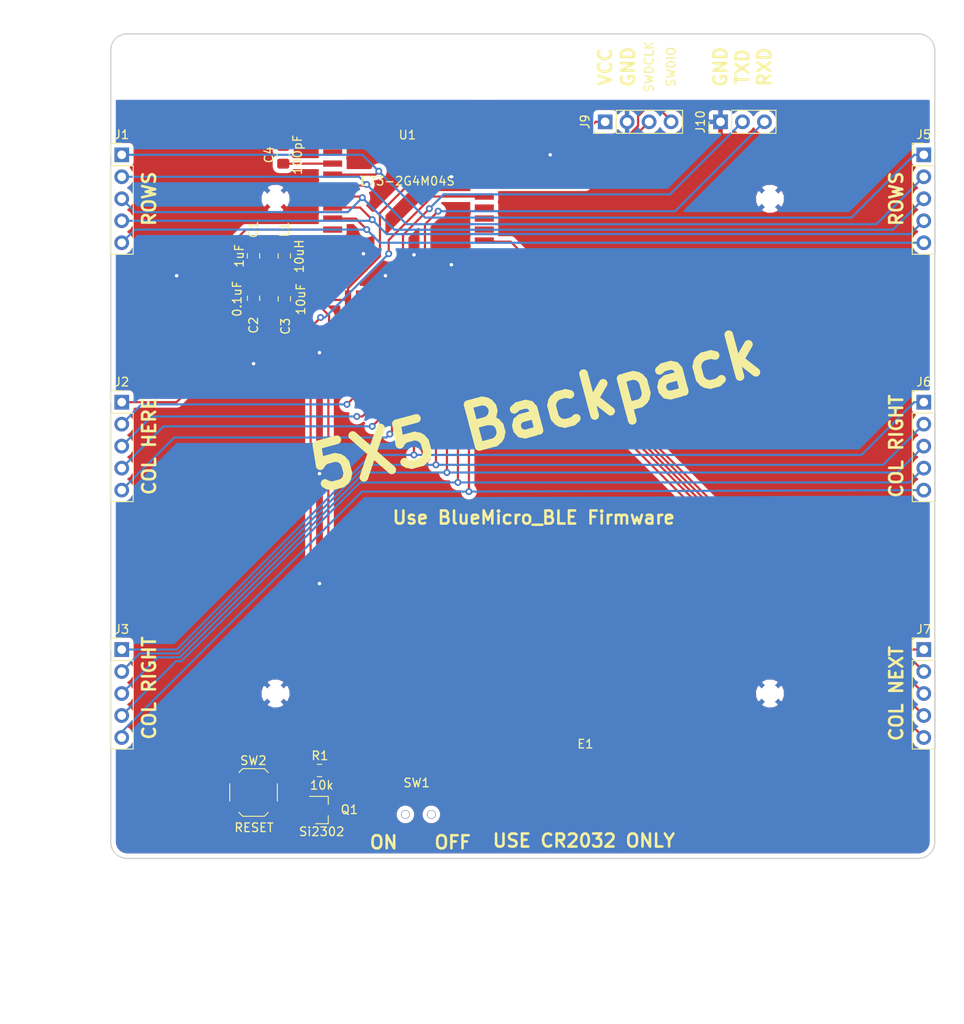
<source format=kicad_pcb>
(kicad_pcb (version 20171130) (host pcbnew "(5.0.0)")

  (general
    (thickness 1.6)
    (drawings 35)
    (tracks 270)
    (zones 0)
    (modules 23)
    (nets 34)
  )

  (page A4)
  (layers
    (0 F.Cu signal)
    (31 B.Cu signal)
    (32 B.Adhes user)
    (33 F.Adhes user)
    (34 B.Paste user)
    (35 F.Paste user)
    (36 B.SilkS user)
    (37 F.SilkS user)
    (38 B.Mask user)
    (39 F.Mask user)
    (40 Dwgs.User user)
    (41 Cmts.User user)
    (42 Eco1.User user)
    (43 Eco2.User user)
    (44 Edge.Cuts user)
    (45 Margin user)
    (46 B.CrtYd user)
    (47 F.CrtYd user)
    (48 B.Fab user)
    (49 F.Fab user)
  )

  (setup
    (last_trace_width 0.25)
    (trace_clearance 0.2)
    (zone_clearance 0.508)
    (zone_45_only no)
    (trace_min 0.2)
    (segment_width 0.2)
    (edge_width 0.15)
    (via_size 0.8)
    (via_drill 0.4)
    (via_min_size 0.4)
    (via_min_drill 0.3)
    (uvia_size 0.3)
    (uvia_drill 0.1)
    (uvias_allowed no)
    (uvia_min_size 0.2)
    (uvia_min_drill 0.1)
    (pcb_text_width 0.3)
    (pcb_text_size 1.5 1.5)
    (mod_edge_width 0.15)
    (mod_text_size 1 1)
    (mod_text_width 0.15)
    (pad_size 1.524 1.524)
    (pad_drill 0.762)
    (pad_to_mask_clearance 0.2)
    (aux_axis_origin 0 0)
    (visible_elements 7FFFFFFF)
    (pcbplotparams
      (layerselection 0x010fc_ffffffff)
      (usegerberextensions false)
      (usegerberattributes false)
      (usegerberadvancedattributes false)
      (creategerberjobfile false)
      (excludeedgelayer true)
      (linewidth 0.100000)
      (plotframeref false)
      (viasonmask false)
      (mode 1)
      (useauxorigin false)
      (hpglpennumber 1)
      (hpglpenspeed 20)
      (hpglpendiameter 15.000000)
      (psnegative false)
      (psa4output false)
      (plotreference true)
      (plotvalue true)
      (plotinvisibletext false)
      (padsonsilk false)
      (subtractmaskfromsilk false)
      (outputformat 1)
      (mirror false)
      (drillshape 0)
      (scaleselection 1)
      (outputdirectory "Gerber/"))
  )

  (net 0 "")
  (net 1 ROW1)
  (net 2 ROW2)
  (net 3 ROW3)
  (net 4 ROW4)
  (net 5 COL4)
  (net 6 COL3)
  (net 7 COL2)
  (net 8 COL1)
  (net 9 COL5)
  (net 10 COL6)
  (net 11 COL7)
  (net 12 COL8)
  (net 13 COL12)
  (net 14 COL11)
  (net 15 COL10)
  (net 16 COL9)
  (net 17 COL15)
  (net 18 COL14)
  (net 19 COL13)
  (net 20 GND)
  (net 21 "Net-(C1-Pad1)")
  (net 22 "Net-(C2-Pad1)")
  (net 23 VCC)
  (net 24 "Net-(C4-Pad1)")
  (net 25 "Net-(L1-Pad2)")
  (net 26 "Net-(E1-Pad2)")
  (net 27 RESET)
  (net 28 "Net-(E1-Pad1)")
  (net 29 SWDCLK)
  (net 30 SWDIO)
  (net 31 TXD)
  (net 32 RXD)
  (net 33 ROW5)

  (net_class Default "This is the default net class."
    (clearance 0.2)
    (trace_width 0.25)
    (via_dia 0.8)
    (via_drill 0.4)
    (uvia_dia 0.3)
    (uvia_drill 0.1)
    (add_net COL1)
    (add_net COL10)
    (add_net COL11)
    (add_net COL12)
    (add_net COL13)
    (add_net COL14)
    (add_net COL15)
    (add_net COL2)
    (add_net COL3)
    (add_net COL4)
    (add_net COL5)
    (add_net COL6)
    (add_net COL7)
    (add_net COL8)
    (add_net COL9)
    (add_net GND)
    (add_net "Net-(C1-Pad1)")
    (add_net "Net-(C2-Pad1)")
    (add_net "Net-(C4-Pad1)")
    (add_net "Net-(E1-Pad1)")
    (add_net "Net-(E1-Pad2)")
    (add_net "Net-(L1-Pad2)")
    (add_net RESET)
    (add_net ROW1)
    (add_net ROW2)
    (add_net ROW3)
    (add_net ROW4)
    (add_net ROW5)
    (add_net RXD)
    (add_net SWDCLK)
    (add_net SWDIO)
    (add_net TXD)
    (add_net VCC)
  )

  (module E73:E73-2G4M04S (layer F.Cu) (tedit 5BB7D664) (tstamp 5BF2CCC8)
    (at 110.49 73.66 180)
    (path /5BBF7149)
    (fp_text reference U1 (at 0 4.826 180) (layer F.SilkS)
      (effects (font (size 1 1) (thickness 0.15)))
    )
    (fp_text value E73-2G4M04S (at 0 -0.5 180) (layer F.SilkS)
      (effects (font (size 1 1) (thickness 0.15)))
    )
    (fp_line (start -8.89 14.478) (end 8.636 14.478) (layer F.Fab) (width 0.15))
    (fp_line (start 8.636 -14.224) (end 8.636 14.478) (layer F.Fab) (width 0.15))
    (fp_line (start -8.89 -14.224) (end -8.89 14.478) (layer F.Fab) (width 0.15))
    (fp_line (start -8.89 -14.224) (end 8.636 -14.224) (layer F.Fab) (width 0.15))
    (pad 27 smd rect (at -7.112 -14.224 180) (size 0.72 2.2) (layers F.Cu F.Paste F.Mask)
      (net 15 COL10))
    (pad 26 smd rect (at -5.842 -14.224 180) (size 0.72 2.2) (layers F.Cu F.Paste F.Mask)
      (net 16 COL9))
    (pad 25 smd rect (at -4.572 -14.224 180) (size 0.72 2.2) (layers F.Cu F.Paste F.Mask)
      (net 12 COL8))
    (pad 24 smd rect (at -3.302 -14.224 180) (size 0.72 2.2) (layers F.Cu F.Paste F.Mask)
      (net 11 COL7))
    (pad 23 smd rect (at -2.032 -14.224 180) (size 0.72 2.2) (layers F.Cu F.Paste F.Mask)
      (net 32 RXD))
    (pad 22 smd rect (at -0.762 -14.224 180) (size 0.72 2.2) (layers F.Cu F.Paste F.Mask)
      (net 10 COL6))
    (pad 21 smd rect (at 0.508 -14.224 180) (size 0.72 2.2) (layers F.Cu F.Paste F.Mask)
      (net 31 TXD))
    (pad 20 smd rect (at 1.778 -14.224 180) (size 0.72 2.2) (layers F.Cu F.Paste F.Mask)
      (net 9 COL5))
    (pad 19 smd rect (at 3.048 -14.224 180) (size 0.72 2.2) (layers F.Cu F.Paste F.Mask)
      (net 5 COL4))
    (pad 18 smd rect (at 4.318 -14.224 180) (size 0.72 2.2) (layers F.Cu F.Paste F.Mask)
      (net 6 COL3))
    (pad 17 smd rect (at 5.588 -14.224 180) (size 0.72 2.2) (layers F.Cu F.Paste F.Mask)
      (net 7 COL2))
    (pad 16 smd rect (at 6.858 -14.224 180) (size 0.72 2.2) (layers F.Cu F.Paste F.Mask)
      (net 23 VCC))
    (pad 28 smd rect (at -8.89 -12.446 180) (size 2.2 0.72) (layers F.Cu F.Paste F.Mask)
      (net 17 COL15))
    (pad 29 smd rect (at -8.89 -11.176 180) (size 2.2 0.72) (layers F.Cu F.Paste F.Mask)
      (net 18 COL14))
    (pad 30 smd rect (at -8.89 -9.906 180) (size 2.2 0.72) (layers F.Cu F.Paste F.Mask)
      (net 19 COL13))
    (pad 31 smd rect (at -8.89 -8.636 180) (size 2.2 0.72) (layers F.Cu F.Paste F.Mask)
      (net 13 COL12))
    (pad 32 smd rect (at -8.89 -7.366 180) (size 2.2 0.72) (layers F.Cu F.Paste F.Mask)
      (net 14 COL11))
    (pad 33 smd rect (at -8.89 -6.096 180) (size 2.2 0.72) (layers F.Cu F.Paste F.Mask))
    (pad 34 smd rect (at -8.89 -4.826 180) (size 2.2 0.72) (layers F.Cu F.Paste F.Mask))
    (pad 35 smd rect (at -8.89 -3.556 180) (size 2.2 0.72) (layers F.Cu F.Paste F.Mask))
    (pad 36 smd rect (at -8.89 -2.286 180) (size 2.2 0.72) (layers F.Cu F.Paste F.Mask)
      (net 27 RESET))
    (pad 37 smd rect (at -8.89 -1.016 180) (size 2.2 0.72) (layers F.Cu F.Paste F.Mask)
      (net 29 SWDCLK))
    (pad 38 smd rect (at -8.89 0.254 180) (size 2.2 0.72) (layers F.Cu F.Paste F.Mask)
      (net 30 SWDIO))
    (pad 39 smd rect (at -8.89 1.524 180) (size 2.2 0.72) (layers F.Cu F.Paste F.Mask))
    (pad 40 smd rect (at -8.89 2.794 180) (size 2.2 0.72) (layers F.Cu F.Paste F.Mask))
    (pad 41 smd rect (at -8.89 4.064 180) (size 2.2 0.72) (layers F.Cu F.Paste F.Mask))
    (pad 42 smd rect (at -8.89 6.604 180) (size 2.2 0.72) (layers F.Cu F.Paste F.Mask)
      (net 20 GND))
    (pad 43 smd rect (at -8.89 7.874 180) (size 2.2 0.72) (layers F.Cu F.Paste F.Mask)
      (net 20 GND))
    (pad 0 smd rect (at 8.636 7.874 180) (size 2.2 0.72) (layers F.Cu F.Paste F.Mask)
      (net 20 GND))
    (pad 1 smd rect (at 8.636 6.604 180) (size 2.2 0.72) (layers F.Cu F.Paste F.Mask)
      (net 20 GND))
    (pad 2 smd rect (at 8.636 4.064 180) (size 2.2 0.72) (layers F.Cu F.Paste F.Mask)
      (net 20 GND))
    (pad 3 smd rect (at 8.636 2.794 180) (size 2.2 0.72) (layers F.Cu F.Paste F.Mask))
    (pad 4 smd rect (at 8.636 1.524 180) (size 2.2 0.72) (layers F.Cu F.Paste F.Mask)
      (net 24 "Net-(C4-Pad1)"))
    (pad 5 smd rect (at 8.636 0.254 180) (size 2.2 0.72) (layers F.Cu F.Paste F.Mask)
      (net 1 ROW1))
    (pad 6 smd rect (at 8.636 -1.016 180) (size 2.2 0.72) (layers F.Cu F.Paste F.Mask)
      (net 2 ROW2))
    (pad 7 smd rect (at 8.636 -2.286 180) (size 2.2 0.72) (layers F.Cu F.Paste F.Mask)
      (net 3 ROW3))
    (pad 8 smd rect (at 8.636 -3.556 180) (size 2.2 0.72) (layers F.Cu F.Paste F.Mask)
      (net 4 ROW4))
    (pad 9 smd rect (at 8.636 -4.826 180) (size 2.2 0.72) (layers F.Cu F.Paste F.Mask)
      (net 33 ROW5))
    (pad 10 smd rect (at 8.636 -6.096 180) (size 2.2 0.72) (layers F.Cu F.Paste F.Mask)
      (net 8 COL1))
    (pad 11 smd rect (at 8.636 -7.366 180) (size 2.2 0.72) (layers F.Cu F.Paste F.Mask))
    (pad 12 smd rect (at 8.636 -8.636 180) (size 2.2 0.72) (layers F.Cu F.Paste F.Mask)
      (net 21 "Net-(C1-Pad1)"))
    (pad 13 smd rect (at 8.636 -9.906 180) (size 2.2 0.72) (layers F.Cu F.Paste F.Mask)
      (net 25 "Net-(L1-Pad2)"))
    (pad 14 smd rect (at 8.636 -11.176 180) (size 2.2 0.72) (layers F.Cu F.Paste F.Mask)
      (net 22 "Net-(C2-Pad1)"))
    (pad 15 smd rect (at 8.636 -12.446 180) (size 2.2 0.72) (layers F.Cu F.Paste F.Mask)
      (net 20 GND))
  )

  (module Connector_PinHeader_2.54mm:PinHeader_1x05_P2.54mm_Vertical locked (layer F.Cu) (tedit 59FED5CC) (tstamp 5BE17554)
    (at 170.18 99.695)
    (descr "Through hole straight pin header, 1x05, 2.54mm pitch, single row")
    (tags "Through hole pin header THT 1x05 2.54mm single row")
    (path /5BBF17B6)
    (fp_text reference J6 (at 0 -2.33) (layer F.SilkS)
      (effects (font (size 1 1) (thickness 0.15)))
    )
    (fp_text value Conn_01x04 (at 0 12.49) (layer F.Fab)
      (effects (font (size 1 1) (thickness 0.15)))
    )
    (fp_line (start -0.635 -1.27) (end 1.27 -1.27) (layer F.Fab) (width 0.1))
    (fp_line (start 1.27 -1.27) (end 1.27 11.43) (layer F.Fab) (width 0.1))
    (fp_line (start 1.27 11.43) (end -1.27 11.43) (layer F.Fab) (width 0.1))
    (fp_line (start -1.27 11.43) (end -1.27 -0.635) (layer F.Fab) (width 0.1))
    (fp_line (start -1.27 -0.635) (end -0.635 -1.27) (layer F.Fab) (width 0.1))
    (fp_line (start -1.33 11.49) (end 1.33 11.49) (layer F.SilkS) (width 0.12))
    (fp_line (start -1.33 1.27) (end -1.33 11.49) (layer F.SilkS) (width 0.12))
    (fp_line (start 1.33 1.27) (end 1.33 11.49) (layer F.SilkS) (width 0.12))
    (fp_line (start -1.33 1.27) (end 1.33 1.27) (layer F.SilkS) (width 0.12))
    (fp_line (start -1.33 0) (end -1.33 -1.33) (layer F.SilkS) (width 0.12))
    (fp_line (start -1.33 -1.33) (end 0 -1.33) (layer F.SilkS) (width 0.12))
    (fp_line (start -1.8 -1.8) (end -1.8 11.95) (layer F.CrtYd) (width 0.05))
    (fp_line (start -1.8 11.95) (end 1.8 11.95) (layer F.CrtYd) (width 0.05))
    (fp_line (start 1.8 11.95) (end 1.8 -1.8) (layer F.CrtYd) (width 0.05))
    (fp_line (start 1.8 -1.8) (end -1.8 -1.8) (layer F.CrtYd) (width 0.05))
    (fp_text user %R (at 0 5.08 90) (layer F.Fab)
      (effects (font (size 1 1) (thickness 0.15)))
    )
    (pad 1 thru_hole rect (at 0 0) (size 1.7 1.7) (drill 1) (layers *.Cu *.Mask)
      (net 10 COL6))
    (pad 2 thru_hole oval (at 0 2.54) (size 1.7 1.7) (drill 1) (layers *.Cu *.Mask)
      (net 11 COL7))
    (pad 3 thru_hole oval (at 0 5.08) (size 1.7 1.7) (drill 1) (layers *.Cu *.Mask)
      (net 12 COL8))
    (pad 4 thru_hole oval (at 0 7.62) (size 1.7 1.7) (drill 1) (layers *.Cu *.Mask)
      (net 16 COL9))
    (pad 5 thru_hole oval (at 0 10.16) (size 1.7 1.7) (drill 1) (layers *.Cu *.Mask)
      (net 15 COL10))
    (model ${KISYS3DMOD}/Connector_PinHeader_2.54mm.3dshapes/PinHeader_1x05_P2.54mm_Vertical.wrl
      (at (xyz 0 0 0))
      (scale (xyz 1 1 1))
      (rotate (xyz 0 0 0))
    )
  )

  (module Capacitor_SMD:C_0805_2012Metric_Pad1.15x1.40mm_HandSolder (layer F.Cu) (tedit 5BB7D67C) (tstamp 5BDB1283)
    (at 92.71 82.795 270)
    (descr "Capacitor SMD 0805 (2012 Metric), square (rectangular) end terminal, IPC_7351 nominal with elongated pad for handsoldering. (Body size source: https://docs.google.com/spreadsheets/d/1BsfQQcO9C6DZCsRaXUlFlo91Tg2WpOkGARC1WS5S8t0/edit?usp=sharing), generated with kicad-footprint-generator")
    (tags "capacitor handsolder")
    (path /5BC00059)
    (attr smd)
    (fp_text reference C1 (at -3.039 0 270) (layer F.SilkS)
      (effects (font (size 1 1) (thickness 0.15)))
    )
    (fp_text value 1uF (at 0 1.65 270) (layer F.SilkS)
      (effects (font (size 1 1) (thickness 0.15)))
    )
    (fp_text user %R (at 0 0 270) (layer F.Fab)
      (effects (font (size 0.5 0.5) (thickness 0.08)))
    )
    (fp_line (start 1.85 0.95) (end -1.85 0.95) (layer F.CrtYd) (width 0.05))
    (fp_line (start 1.85 -0.95) (end 1.85 0.95) (layer F.CrtYd) (width 0.05))
    (fp_line (start -1.85 -0.95) (end 1.85 -0.95) (layer F.CrtYd) (width 0.05))
    (fp_line (start -1.85 0.95) (end -1.85 -0.95) (layer F.CrtYd) (width 0.05))
    (fp_line (start -0.261252 0.71) (end 0.261252 0.71) (layer F.SilkS) (width 0.12))
    (fp_line (start -0.261252 -0.71) (end 0.261252 -0.71) (layer F.SilkS) (width 0.12))
    (fp_line (start 1 0.6) (end -1 0.6) (layer F.Fab) (width 0.1))
    (fp_line (start 1 -0.6) (end 1 0.6) (layer F.Fab) (width 0.1))
    (fp_line (start -1 -0.6) (end 1 -0.6) (layer F.Fab) (width 0.1))
    (fp_line (start -1 0.6) (end -1 -0.6) (layer F.Fab) (width 0.1))
    (pad 2 smd roundrect (at 1.025 0 270) (size 1.15 1.4) (layers F.Cu F.Paste F.Mask) (roundrect_rratio 0.217391)
      (net 20 GND))
    (pad 1 smd roundrect (at -1.025 0 270) (size 1.15 1.4) (layers F.Cu F.Paste F.Mask) (roundrect_rratio 0.217391)
      (net 21 "Net-(C1-Pad1)"))
    (model ${KISYS3DMOD}/Capacitor_SMD.3dshapes/C_0805_2012Metric.wrl
      (at (xyz 0 0 0))
      (scale (xyz 1 1 1))
      (rotate (xyz 0 0 0))
    )
  )

  (module Capacitor_SMD:C_0805_2012Metric_Pad1.15x1.40mm_HandSolder (layer F.Cu) (tedit 5BB7D6A0) (tstamp 5BDB1294)
    (at 92.71 87.6935 270)
    (descr "Capacitor SMD 0805 (2012 Metric), square (rectangular) end terminal, IPC_7351 nominal with elongated pad for handsoldering. (Body size source: https://docs.google.com/spreadsheets/d/1BsfQQcO9C6DZCsRaXUlFlo91Tg2WpOkGARC1WS5S8t0/edit?usp=sharing), generated with kicad-footprint-generator")
    (tags "capacitor handsolder")
    (path /5BBFFF9D)
    (attr smd)
    (fp_text reference C2 (at 3.1115 0 270) (layer F.SilkS)
      (effects (font (size 1 1) (thickness 0.15)))
    )
    (fp_text value 0.1uF (at 0.0635 1.905 270) (layer F.SilkS)
      (effects (font (size 1 1) (thickness 0.15)))
    )
    (fp_line (start -1 0.6) (end -1 -0.6) (layer F.Fab) (width 0.1))
    (fp_line (start -1 -0.6) (end 1 -0.6) (layer F.Fab) (width 0.1))
    (fp_line (start 1 -0.6) (end 1 0.6) (layer F.Fab) (width 0.1))
    (fp_line (start 1 0.6) (end -1 0.6) (layer F.Fab) (width 0.1))
    (fp_line (start -0.261252 -0.71) (end 0.261252 -0.71) (layer F.SilkS) (width 0.12))
    (fp_line (start -0.261252 0.71) (end 0.261252 0.71) (layer F.SilkS) (width 0.12))
    (fp_line (start -1.85 0.95) (end -1.85 -0.95) (layer F.CrtYd) (width 0.05))
    (fp_line (start -1.85 -0.95) (end 1.85 -0.95) (layer F.CrtYd) (width 0.05))
    (fp_line (start 1.85 -0.95) (end 1.85 0.95) (layer F.CrtYd) (width 0.05))
    (fp_line (start 1.85 0.95) (end -1.85 0.95) (layer F.CrtYd) (width 0.05))
    (fp_text user %R (at 0 0 270) (layer F.Fab)
      (effects (font (size 0.5 0.5) (thickness 0.08)))
    )
    (pad 1 smd roundrect (at -1.025 0 270) (size 1.15 1.4) (layers F.Cu F.Paste F.Mask) (roundrect_rratio 0.217391)
      (net 22 "Net-(C2-Pad1)"))
    (pad 2 smd roundrect (at 1.025 0 270) (size 1.15 1.4) (layers F.Cu F.Paste F.Mask) (roundrect_rratio 0.217391)
      (net 20 GND))
    (model ${KISYS3DMOD}/Capacitor_SMD.3dshapes/C_0805_2012Metric.wrl
      (at (xyz 0 0 0))
      (scale (xyz 1 1 1))
      (rotate (xyz 0 0 0))
    )
  )

  (module Capacitor_SMD:C_0805_2012Metric_Pad1.15x1.40mm_HandSolder (layer F.Cu) (tedit 5BB7D6A7) (tstamp 5BDB12A5)
    (at 96.266 87.757 90)
    (descr "Capacitor SMD 0805 (2012 Metric), square (rectangular) end terminal, IPC_7351 nominal with elongated pad for handsoldering. (Body size source: https://docs.google.com/spreadsheets/d/1BsfQQcO9C6DZCsRaXUlFlo91Tg2WpOkGARC1WS5S8t0/edit?usp=sharing), generated with kicad-footprint-generator")
    (tags "capacitor handsolder")
    (path /5BBF9C55)
    (attr smd)
    (fp_text reference C3 (at -3.175 0.127 90) (layer F.SilkS)
      (effects (font (size 1 1) (thickness 0.15)))
    )
    (fp_text value 10uF (at -0.0508 1.905 90) (layer F.SilkS)
      (effects (font (size 1 1) (thickness 0.15)))
    )
    (fp_line (start -1 0.6) (end -1 -0.6) (layer F.Fab) (width 0.1))
    (fp_line (start -1 -0.6) (end 1 -0.6) (layer F.Fab) (width 0.1))
    (fp_line (start 1 -0.6) (end 1 0.6) (layer F.Fab) (width 0.1))
    (fp_line (start 1 0.6) (end -1 0.6) (layer F.Fab) (width 0.1))
    (fp_line (start -0.261252 -0.71) (end 0.261252 -0.71) (layer F.SilkS) (width 0.12))
    (fp_line (start -0.261252 0.71) (end 0.261252 0.71) (layer F.SilkS) (width 0.12))
    (fp_line (start -1.85 0.95) (end -1.85 -0.95) (layer F.CrtYd) (width 0.05))
    (fp_line (start -1.85 -0.95) (end 1.85 -0.95) (layer F.CrtYd) (width 0.05))
    (fp_line (start 1.85 -0.95) (end 1.85 0.95) (layer F.CrtYd) (width 0.05))
    (fp_line (start 1.85 0.95) (end -1.85 0.95) (layer F.CrtYd) (width 0.05))
    (fp_text user %R (at 0 0 90) (layer F.Fab)
      (effects (font (size 0.5 0.5) (thickness 0.08)))
    )
    (pad 1 smd roundrect (at -1.025 0 90) (size 1.15 1.4) (layers F.Cu F.Paste F.Mask) (roundrect_rratio 0.217391)
      (net 23 VCC))
    (pad 2 smd roundrect (at 1.025 0 90) (size 1.15 1.4) (layers F.Cu F.Paste F.Mask) (roundrect_rratio 0.217391)
      (net 20 GND))
    (model ${KISYS3DMOD}/Capacitor_SMD.3dshapes/C_0805_2012Metric.wrl
      (at (xyz 0 0 0))
      (scale (xyz 1 1 1))
      (rotate (xyz 0 0 0))
    )
  )

  (module Capacitor_SMD:C_0805_2012Metric_Pad1.15x1.40mm_HandSolder (layer F.Cu) (tedit 5BB7D674) (tstamp 5BDB12B6)
    (at 96.139 71.12 90)
    (descr "Capacitor SMD 0805 (2012 Metric), square (rectangular) end terminal, IPC_7351 nominal with elongated pad for handsoldering. (Body size source: https://docs.google.com/spreadsheets/d/1BsfQQcO9C6DZCsRaXUlFlo91Tg2WpOkGARC1WS5S8t0/edit?usp=sharing), generated with kicad-footprint-generator")
    (tags "capacitor handsolder")
    (path /5BBFFEA9)
    (attr smd)
    (fp_text reference C4 (at 0 -1.65 90) (layer F.SilkS)
      (effects (font (size 1 1) (thickness 0.15)))
    )
    (fp_text value 100pF (at 0 1.65 90) (layer F.SilkS)
      (effects (font (size 1 1) (thickness 0.15)))
    )
    (fp_text user %R (at 0 0 90) (layer F.Fab)
      (effects (font (size 0.5 0.5) (thickness 0.08)))
    )
    (fp_line (start 1.85 0.95) (end -1.85 0.95) (layer F.CrtYd) (width 0.05))
    (fp_line (start 1.85 -0.95) (end 1.85 0.95) (layer F.CrtYd) (width 0.05))
    (fp_line (start -1.85 -0.95) (end 1.85 -0.95) (layer F.CrtYd) (width 0.05))
    (fp_line (start -1.85 0.95) (end -1.85 -0.95) (layer F.CrtYd) (width 0.05))
    (fp_line (start -0.261252 0.71) (end 0.261252 0.71) (layer F.SilkS) (width 0.12))
    (fp_line (start -0.261252 -0.71) (end 0.261252 -0.71) (layer F.SilkS) (width 0.12))
    (fp_line (start 1 0.6) (end -1 0.6) (layer F.Fab) (width 0.1))
    (fp_line (start 1 -0.6) (end 1 0.6) (layer F.Fab) (width 0.1))
    (fp_line (start -1 -0.6) (end 1 -0.6) (layer F.Fab) (width 0.1))
    (fp_line (start -1 0.6) (end -1 -0.6) (layer F.Fab) (width 0.1))
    (pad 2 smd roundrect (at 1.025 0 90) (size 1.15 1.4) (layers F.Cu F.Paste F.Mask) (roundrect_rratio 0.217391)
      (net 20 GND))
    (pad 1 smd roundrect (at -1.025 0 90) (size 1.15 1.4) (layers F.Cu F.Paste F.Mask) (roundrect_rratio 0.217391)
      (net 24 "Net-(C4-Pad1)"))
    (model ${KISYS3DMOD}/Capacitor_SMD.3dshapes/C_0805_2012Metric.wrl
      (at (xyz 0 0 0))
      (scale (xyz 1 1 1))
      (rotate (xyz 0 0 0))
    )
  )

  (module Capacitor_SMD:C_0805_2012Metric_Pad1.15x1.40mm_HandSolder (layer F.Cu) (tedit 5BB7D691) (tstamp 5BDB12C7)
    (at 96.266 82.795 270)
    (descr "Capacitor SMD 0805 (2012 Metric), square (rectangular) end terminal, IPC_7351 nominal with elongated pad for handsoldering. (Body size source: https://docs.google.com/spreadsheets/d/1BsfQQcO9C6DZCsRaXUlFlo91Tg2WpOkGARC1WS5S8t0/edit?usp=sharing), generated with kicad-footprint-generator")
    (tags "capacitor handsolder")
    (path /5BC000ED)
    (attr smd)
    (fp_text reference L1 (at -3.039 0 270) (layer F.SilkS)
      (effects (font (size 1 1) (thickness 0.15)))
    )
    (fp_text value 10uH (at 0.0508 -1.7272 270) (layer F.SilkS)
      (effects (font (size 1 1) (thickness 0.15)))
    )
    (fp_line (start -1 0.6) (end -1 -0.6) (layer F.Fab) (width 0.1))
    (fp_line (start -1 -0.6) (end 1 -0.6) (layer F.Fab) (width 0.1))
    (fp_line (start 1 -0.6) (end 1 0.6) (layer F.Fab) (width 0.1))
    (fp_line (start 1 0.6) (end -1 0.6) (layer F.Fab) (width 0.1))
    (fp_line (start -0.261252 -0.71) (end 0.261252 -0.71) (layer F.SilkS) (width 0.12))
    (fp_line (start -0.261252 0.71) (end 0.261252 0.71) (layer F.SilkS) (width 0.12))
    (fp_line (start -1.85 0.95) (end -1.85 -0.95) (layer F.CrtYd) (width 0.05))
    (fp_line (start -1.85 -0.95) (end 1.85 -0.95) (layer F.CrtYd) (width 0.05))
    (fp_line (start 1.85 -0.95) (end 1.85 0.95) (layer F.CrtYd) (width 0.05))
    (fp_line (start 1.85 0.95) (end -1.85 0.95) (layer F.CrtYd) (width 0.05))
    (fp_text user %R (at 0 0 270) (layer F.Fab)
      (effects (font (size 0.5 0.5) (thickness 0.08)))
    )
    (pad 1 smd roundrect (at -1.025 0 270) (size 1.15 1.4) (layers F.Cu F.Paste F.Mask) (roundrect_rratio 0.217391)
      (net 21 "Net-(C1-Pad1)"))
    (pad 2 smd roundrect (at 1.025 0 270) (size 1.15 1.4) (layers F.Cu F.Paste F.Mask) (roundrect_rratio 0.217391)
      (net 25 "Net-(L1-Pad2)"))
    (model ${KISYS3DMOD}/Capacitor_SMD.3dshapes/C_0805_2012Metric.wrl
      (at (xyz 0 0 0))
      (scale (xyz 1 1 1))
      (rotate (xyz 0 0 0))
    )
  )

  (module Package_TO_SOT_SMD:SOT-23 (layer F.Cu) (tedit 5BB7D815) (tstamp 5BDB12DC)
    (at 100.584 146.812)
    (descr "SOT-23, Standard")
    (tags SOT-23)
    (path /5BC583AC)
    (attr smd)
    (fp_text reference Q1 (at 3.2004 -0.0508) (layer F.SilkS)
      (effects (font (size 1 1) (thickness 0.15)))
    )
    (fp_text value Si2302 (at 0 2.5) (layer F.SilkS)
      (effects (font (size 1 1) (thickness 0.15)))
    )
    (fp_text user %R (at 0 0 90) (layer F.Fab)
      (effects (font (size 0.5 0.5) (thickness 0.075)))
    )
    (fp_line (start -0.7 -0.95) (end -0.7 1.5) (layer F.Fab) (width 0.1))
    (fp_line (start -0.15 -1.52) (end 0.7 -1.52) (layer F.Fab) (width 0.1))
    (fp_line (start -0.7 -0.95) (end -0.15 -1.52) (layer F.Fab) (width 0.1))
    (fp_line (start 0.7 -1.52) (end 0.7 1.52) (layer F.Fab) (width 0.1))
    (fp_line (start -0.7 1.52) (end 0.7 1.52) (layer F.Fab) (width 0.1))
    (fp_line (start 0.76 1.58) (end 0.76 0.65) (layer F.SilkS) (width 0.12))
    (fp_line (start 0.76 -1.58) (end 0.76 -0.65) (layer F.SilkS) (width 0.12))
    (fp_line (start -1.7 -1.75) (end 1.7 -1.75) (layer F.CrtYd) (width 0.05))
    (fp_line (start 1.7 -1.75) (end 1.7 1.75) (layer F.CrtYd) (width 0.05))
    (fp_line (start 1.7 1.75) (end -1.7 1.75) (layer F.CrtYd) (width 0.05))
    (fp_line (start -1.7 1.75) (end -1.7 -1.75) (layer F.CrtYd) (width 0.05))
    (fp_line (start 0.76 -1.58) (end -1.4 -1.58) (layer F.SilkS) (width 0.12))
    (fp_line (start 0.76 1.58) (end -0.7 1.58) (layer F.SilkS) (width 0.12))
    (pad 1 smd rect (at -1 -0.95) (size 0.9 0.8) (layers F.Cu F.Paste F.Mask)
      (net 23 VCC))
    (pad 2 smd rect (at -1 0.95) (size 0.9 0.8) (layers F.Cu F.Paste F.Mask)
      (net 20 GND))
    (pad 3 smd rect (at 1 0) (size 0.9 0.8) (layers F.Cu F.Paste F.Mask)
      (net 26 "Net-(E1-Pad2)"))
    (model ${KISYS3DMOD}/Package_TO_SOT_SMD.3dshapes/SOT-23.wrl
      (at (xyz 0 0 0))
      (scale (xyz 1 1 1))
      (rotate (xyz 0 0 0))
    )
  )

  (module Capacitor_SMD:C_0805_2012Metric_Pad1.15x1.40mm_HandSolder (layer F.Cu) (tedit 5BB7D6CA) (tstamp 5BDB12ED)
    (at 100.33 142.24 180)
    (descr "Capacitor SMD 0805 (2012 Metric), square (rectangular) end terminal, IPC_7351 nominal with elongated pad for handsoldering. (Body size source: https://docs.google.com/spreadsheets/d/1BsfQQcO9C6DZCsRaXUlFlo91Tg2WpOkGARC1WS5S8t0/edit?usp=sharing), generated with kicad-footprint-generator")
    (tags "capacitor handsolder")
    (path /5BBF8AB1)
    (attr smd)
    (fp_text reference R1 (at -0.0508 1.7018 180) (layer F.SilkS)
      (effects (font (size 1 1) (thickness 0.15)))
    )
    (fp_text value 10k (at -0.254 -1.7018 180) (layer F.SilkS)
      (effects (font (size 1 1) (thickness 0.15)))
    )
    (fp_text user %R (at 0 0 180) (layer F.Fab)
      (effects (font (size 0.5 0.5) (thickness 0.08)))
    )
    (fp_line (start 1.85 0.95) (end -1.85 0.95) (layer F.CrtYd) (width 0.05))
    (fp_line (start 1.85 -0.95) (end 1.85 0.95) (layer F.CrtYd) (width 0.05))
    (fp_line (start -1.85 -0.95) (end 1.85 -0.95) (layer F.CrtYd) (width 0.05))
    (fp_line (start -1.85 0.95) (end -1.85 -0.95) (layer F.CrtYd) (width 0.05))
    (fp_line (start -0.261252 0.71) (end 0.261252 0.71) (layer F.SilkS) (width 0.12))
    (fp_line (start -0.261252 -0.71) (end 0.261252 -0.71) (layer F.SilkS) (width 0.12))
    (fp_line (start 1 0.6) (end -1 0.6) (layer F.Fab) (width 0.1))
    (fp_line (start 1 -0.6) (end 1 0.6) (layer F.Fab) (width 0.1))
    (fp_line (start -1 -0.6) (end 1 -0.6) (layer F.Fab) (width 0.1))
    (fp_line (start -1 0.6) (end -1 -0.6) (layer F.Fab) (width 0.1))
    (pad 2 smd roundrect (at 1.025 0 180) (size 1.15 1.4) (layers F.Cu F.Paste F.Mask) (roundrect_rratio 0.217391)
      (net 27 RESET))
    (pad 1 smd roundrect (at -1.025 0 180) (size 1.15 1.4) (layers F.Cu F.Paste F.Mask) (roundrect_rratio 0.217391)
      (net 23 VCC))
    (model ${KISYS3DMOD}/Capacitor_SMD.3dshapes/C_0805_2012Metric.wrl
      (at (xyz 0 0 0))
      (scale (xyz 1 1 1))
      (rotate (xyz 0 0 0))
    )
  )

  (module E73:C70373_CR2032 (layer F.Cu) (tedit 5AC04155) (tstamp 5BF2CBC6)
    (at 137.16 135.89)
    (path /5BBF7348)
    (fp_text reference E1 (at -6.096 3.294) (layer F.SilkS)
      (effects (font (size 1 1) (thickness 0.15)))
    )
    (fp_text value Battery (at -6.096 2.294) (layer F.Fab)
      (effects (font (size 1 1) (thickness 0.15)))
    )
    (fp_line (start -8.128 -5.08) (end -7.62 -6.604) (layer F.Fab) (width 0.15))
    (fp_line (start -7.62 -6.604) (end -6.096 -7.366) (layer F.Fab) (width 0.15))
    (fp_line (start -6.096 -7.366) (end -4.572 -6.604) (layer F.Fab) (width 0.15))
    (fp_line (start -4.572 -6.604) (end -4.064 -5.08) (layer F.Fab) (width 0.15))
    (fp_line (start 7.366 7.62) (end 3.556 7.62) (layer F.Fab) (width 0.15))
    (fp_line (start 7.366 1.524) (end 3.556 1.524) (layer F.Fab) (width 0.15))
    (fp_line (start -19.558 7.62) (end -15.494 7.62) (layer F.Fab) (width 0.15))
    (fp_line (start -19.558 1.524) (end -15.494 1.524) (layer F.Fab) (width 0.15))
    (fp_line (start -19.558 2.794) (end -19.558 7.62) (layer F.Fab) (width 0.15))
    (fp_line (start -19.558 4.572) (end -19.558 1.524) (layer F.Fab) (width 0.15))
    (fp_line (start 7.366 4.572) (end 7.366 7.62) (layer F.Fab) (width 0.15))
    (fp_line (start 7.366 4.572) (end 7.366 1.524) (layer F.Fab) (width 0.15))
    (fp_circle (center -6.096 4.572) (end 3.81 4.318) (layer F.Fab) (width 0.15))
    (pad 1 smd rect (at 6.35 4.572) (size 3.25 3.25) (layers F.Cu F.Paste F.Mask)
      (net 28 "Net-(E1-Pad1)"))
    (pad 1 smd rect (at -18.542 4.572) (size 3.25 3.25) (layers F.Cu F.Paste F.Mask)
      (net 28 "Net-(E1-Pad1)"))
    (pad 2 smd rect (at -6.096 4.572) (size 3.25 3.25) (layers F.Cu F.Paste F.Mask)
      (net 26 "Net-(E1-Pad2)"))
  )

  (module Connector_PinHeader_2.54mm:PinHeader_1x04_P2.54mm_Vertical (layer F.Cu) (tedit 59FED5CC) (tstamp 5BF2CBDE)
    (at 133.35 67.31 90)
    (descr "Through hole straight pin header, 1x04, 2.54mm pitch, single row")
    (tags "Through hole pin header THT 1x04 2.54mm single row")
    (path /5BBF85A1)
    (fp_text reference J9 (at 0 -2.33 90) (layer F.SilkS)
      (effects (font (size 1 1) (thickness 0.15)))
    )
    (fp_text value Conn_01x04 (at 0 9.95 90) (layer F.Fab)
      (effects (font (size 1 1) (thickness 0.15)))
    )
    (fp_line (start -0.635 -1.27) (end 1.27 -1.27) (layer F.Fab) (width 0.1))
    (fp_line (start 1.27 -1.27) (end 1.27 8.89) (layer F.Fab) (width 0.1))
    (fp_line (start 1.27 8.89) (end -1.27 8.89) (layer F.Fab) (width 0.1))
    (fp_line (start -1.27 8.89) (end -1.27 -0.635) (layer F.Fab) (width 0.1))
    (fp_line (start -1.27 -0.635) (end -0.635 -1.27) (layer F.Fab) (width 0.1))
    (fp_line (start -1.33 8.95) (end 1.33 8.95) (layer F.SilkS) (width 0.12))
    (fp_line (start -1.33 1.27) (end -1.33 8.95) (layer F.SilkS) (width 0.12))
    (fp_line (start 1.33 1.27) (end 1.33 8.95) (layer F.SilkS) (width 0.12))
    (fp_line (start -1.33 1.27) (end 1.33 1.27) (layer F.SilkS) (width 0.12))
    (fp_line (start -1.33 0) (end -1.33 -1.33) (layer F.SilkS) (width 0.12))
    (fp_line (start -1.33 -1.33) (end 0 -1.33) (layer F.SilkS) (width 0.12))
    (fp_line (start -1.8 -1.8) (end -1.8 9.4) (layer F.CrtYd) (width 0.05))
    (fp_line (start -1.8 9.4) (end 1.8 9.4) (layer F.CrtYd) (width 0.05))
    (fp_line (start 1.8 9.4) (end 1.8 -1.8) (layer F.CrtYd) (width 0.05))
    (fp_line (start 1.8 -1.8) (end -1.8 -1.8) (layer F.CrtYd) (width 0.05))
    (fp_text user %R (at 0 3.81 180) (layer F.Fab)
      (effects (font (size 1 1) (thickness 0.15)))
    )
    (pad 1 thru_hole rect (at 0 0 90) (size 1.7 1.7) (drill 1) (layers *.Cu *.Mask)
      (net 23 VCC))
    (pad 2 thru_hole oval (at 0 2.54 90) (size 1.7 1.7) (drill 1) (layers *.Cu *.Mask)
      (net 20 GND))
    (pad 3 thru_hole oval (at 0 5.08 90) (size 1.7 1.7) (drill 1) (layers *.Cu *.Mask)
      (net 29 SWDCLK))
    (pad 4 thru_hole oval (at 0 7.62 90) (size 1.7 1.7) (drill 1) (layers *.Cu *.Mask)
      (net 30 SWDIO))
    (model ${KISYS3DMOD}/Connector_PinHeader_2.54mm.3dshapes/PinHeader_1x04_P2.54mm_Vertical.wrl
      (at (xyz 0 0 0))
      (scale (xyz 1 1 1))
      (rotate (xyz 0 0 0))
    )
  )

  (module Connector_PinHeader_2.54mm:PinHeader_1x03_P2.54mm_Vertical (layer F.Cu) (tedit 59FED5CC) (tstamp 5BF2CBF5)
    (at 146.685 67.31 90)
    (descr "Through hole straight pin header, 1x03, 2.54mm pitch, single row")
    (tags "Through hole pin header THT 1x03 2.54mm single row")
    (path /5BC73601)
    (fp_text reference J10 (at 0 -2.33 90) (layer F.SilkS)
      (effects (font (size 1 1) (thickness 0.15)))
    )
    (fp_text value Conn_01x03 (at 0 7.41 90) (layer F.Fab)
      (effects (font (size 1 1) (thickness 0.15)))
    )
    (fp_line (start -0.635 -1.27) (end 1.27 -1.27) (layer F.Fab) (width 0.1))
    (fp_line (start 1.27 -1.27) (end 1.27 6.35) (layer F.Fab) (width 0.1))
    (fp_line (start 1.27 6.35) (end -1.27 6.35) (layer F.Fab) (width 0.1))
    (fp_line (start -1.27 6.35) (end -1.27 -0.635) (layer F.Fab) (width 0.1))
    (fp_line (start -1.27 -0.635) (end -0.635 -1.27) (layer F.Fab) (width 0.1))
    (fp_line (start -1.33 6.41) (end 1.33 6.41) (layer F.SilkS) (width 0.12))
    (fp_line (start -1.33 1.27) (end -1.33 6.41) (layer F.SilkS) (width 0.12))
    (fp_line (start 1.33 1.27) (end 1.33 6.41) (layer F.SilkS) (width 0.12))
    (fp_line (start -1.33 1.27) (end 1.33 1.27) (layer F.SilkS) (width 0.12))
    (fp_line (start -1.33 0) (end -1.33 -1.33) (layer F.SilkS) (width 0.12))
    (fp_line (start -1.33 -1.33) (end 0 -1.33) (layer F.SilkS) (width 0.12))
    (fp_line (start -1.8 -1.8) (end -1.8 6.85) (layer F.CrtYd) (width 0.05))
    (fp_line (start -1.8 6.85) (end 1.8 6.85) (layer F.CrtYd) (width 0.05))
    (fp_line (start 1.8 6.85) (end 1.8 -1.8) (layer F.CrtYd) (width 0.05))
    (fp_line (start 1.8 -1.8) (end -1.8 -1.8) (layer F.CrtYd) (width 0.05))
    (fp_text user %R (at 0 2.54 180) (layer F.Fab)
      (effects (font (size 1 1) (thickness 0.15)))
    )
    (pad 1 thru_hole rect (at 0 0 90) (size 1.7 1.7) (drill 1) (layers *.Cu *.Mask)
      (net 20 GND))
    (pad 2 thru_hole oval (at 0 2.54 90) (size 1.7 1.7) (drill 1) (layers *.Cu *.Mask)
      (net 31 TXD))
    (pad 3 thru_hole oval (at 0 5.08 90) (size 1.7 1.7) (drill 1) (layers *.Cu *.Mask)
      (net 32 RXD))
    (model ${KISYS3DMOD}/Connector_PinHeader_2.54mm.3dshapes/PinHeader_1x03_P2.54mm_Vertical.wrl
      (at (xyz 0 0 0))
      (scale (xyz 1 1 1))
      (rotate (xyz 0 0 0))
    )
  )

  (module MountingHole:MountingHole_2.2mm_M2_ISO7380 (layer F.Cu) (tedit 5BB7D625) (tstamp 5BF2CBFD)
    (at 95.25 133.35)
    (descr "Mounting Hole 2.2mm, no annular, M2, ISO7380")
    (tags "mounting hole 2.2mm no annular m2 iso7380")
    (path /5BC7F335)
    (attr virtual)
    (fp_text reference J11 (at 0 -2.75) (layer F.SilkS) hide
      (effects (font (size 1 1) (thickness 0.15)))
    )
    (fp_text value Conn_01x01 (at 0 2.75) (layer F.Fab)
      (effects (font (size 1 1) (thickness 0.15)))
    )
    (fp_circle (center 0 0) (end 2 0) (layer F.CrtYd) (width 0.05))
    (fp_circle (center 0 0) (end 1.75 0) (layer Cmts.User) (width 0.15))
    (fp_text user %R (at 0.3 0) (layer F.Fab)
      (effects (font (size 1 1) (thickness 0.15)))
    )
    (pad 1 np_thru_hole circle (at 0 0) (size 2.2 2.2) (drill 2.2) (layers *.Cu *.Mask)
      (net 20 GND))
  )

  (module MountingHole:MountingHole_2.2mm_M2_ISO7380 (layer F.Cu) (tedit 5BB7D641) (tstamp 5BF2CC05)
    (at 152.4 76.2)
    (descr "Mounting Hole 2.2mm, no annular, M2, ISO7380")
    (tags "mounting hole 2.2mm no annular m2 iso7380")
    (path /5BC7F415)
    (attr virtual)
    (fp_text reference J12 (at 0 -2.75) (layer F.SilkS) hide
      (effects (font (size 1 1) (thickness 0.15)))
    )
    (fp_text value Conn_01x01 (at 0 2.75) (layer F.Fab)
      (effects (font (size 1 1) (thickness 0.15)))
    )
    (fp_text user %R (at 0.3 0) (layer F.Fab)
      (effects (font (size 1 1) (thickness 0.15)))
    )
    (fp_circle (center 0 0) (end 1.75 0) (layer Cmts.User) (width 0.15))
    (fp_circle (center 0 0) (end 2 0) (layer F.CrtYd) (width 0.05))
    (pad 1 np_thru_hole circle (at 0 0) (size 2.2 2.2) (drill 2.2) (layers *.Cu *.Mask)
      (net 20 GND))
  )

  (module MountingHole:MountingHole_2.2mm_M2_ISO7380 locked (layer F.Cu) (tedit 5BB7D636) (tstamp 5BF2CC0D)
    (at 152.4 133.35)
    (descr "Mounting Hole 2.2mm, no annular, M2, ISO7380")
    (tags "mounting hole 2.2mm no annular m2 iso7380")
    (path /5BC7F465)
    (attr virtual)
    (fp_text reference J13 (at 0 -2.75) (layer F.SilkS) hide
      (effects (font (size 1 1) (thickness 0.15)))
    )
    (fp_text value Conn_01x01 (at 0 2.75) (layer F.Fab)
      (effects (font (size 1 1) (thickness 0.15)))
    )
    (fp_circle (center 0 0) (end 2 0) (layer F.CrtYd) (width 0.05))
    (fp_circle (center 0 0) (end 1.75 0) (layer Cmts.User) (width 0.15))
    (fp_text user %R (at 0.3 0) (layer F.Fab)
      (effects (font (size 1 1) (thickness 0.15)))
    )
    (pad 1 np_thru_hole circle (at 0 0) (size 2.2 2.2) (drill 2.2) (layers *.Cu *.Mask)
      (net 20 GND))
  )

  (module MountingHole:MountingHole_2.2mm_M2_ISO7380 locked (layer F.Cu) (tedit 5BB7D630) (tstamp 5BF2CC15)
    (at 95.25 76.2)
    (descr "Mounting Hole 2.2mm, no annular, M2, ISO7380")
    (tags "mounting hole 2.2mm no annular m2 iso7380")
    (path /5BC7F4B1)
    (attr virtual)
    (fp_text reference J14 (at 0 -2.75) (layer F.SilkS) hide
      (effects (font (size 1 1) (thickness 0.15)))
    )
    (fp_text value Conn_01x01 (at 0 2.75) (layer F.Fab)
      (effects (font (size 1 1) (thickness 0.15)))
    )
    (fp_text user %R (at 0.3 0) (layer F.Fab)
      (effects (font (size 1 1) (thickness 0.15)))
    )
    (fp_circle (center 0 0) (end 1.75 0) (layer Cmts.User) (width 0.15))
    (fp_circle (center 0 0) (end 2 0) (layer F.CrtYd) (width 0.05))
    (pad 1 np_thru_hole circle (at 0 0) (size 2.2 2.2) (drill 2.2) (layers *.Cu *.Mask)
      (net 20 GND))
  )

  (module E73:SPDT_C128955 (layer F.Cu) (tedit 5AC041DC) (tstamp 5BF2CC3C)
    (at 111.76 147.32 180)
    (path /5BBF7439)
    (fp_text reference SW1 (at 0.2 3.65 180) (layer F.SilkS)
      (effects (font (size 1 1) (thickness 0.15)))
    )
    (fp_text value SW_SPDT (at -0.05 -4.7 180) (layer F.Fab)
      (effects (font (size 1 1) (thickness 0.15)))
    )
    (fp_line (start 0 -3.85) (end 1.9 -3.85) (layer F.Fab) (width 0.15))
    (fp_line (start 1.9 -3.85) (end 1.95 -1.35) (layer F.Fab) (width 0.15))
    (fp_line (start 1.95 -1.35) (end -1.95 -1.35) (layer F.Fab) (width 0.15))
    (fp_line (start -1.95 -1.35) (end -1.95 -3.85) (layer F.Fab) (width 0.15))
    (fp_line (start -1.95 -3.85) (end 0 -3.85) (layer F.Fab) (width 0.15))
    (fp_line (start 0 -1.35) (end -3.3 -1.35) (layer F.Fab) (width 0.15))
    (fp_line (start -3.3 -1.35) (end -3.3 1.5) (layer F.Fab) (width 0.15))
    (fp_line (start -3.3 1.5) (end 3.3 1.5) (layer F.Fab) (width 0.15))
    (fp_line (start 3.3 1.5) (end 3.3 -1.35) (layer F.Fab) (width 0.15))
    (fp_line (start 0 -1.35) (end 3.3 -1.35) (layer F.Fab) (width 0.15))
    (pad "" np_thru_hole circle (at 1.5 0 180) (size 1 1) (drill 0.9) (layers *.Cu *.Mask))
    (pad "" np_thru_hole circle (at -1.5 0 180) (size 1 1) (drill 0.9) (layers *.Cu *.Mask))
    (pad 2 smd rect (at -0.75 2.075 180) (size 0.9 1.25) (layers F.Cu F.Paste F.Mask)
      (net 28 "Net-(E1-Pad1)"))
    (pad 3 smd rect (at -2.25 2.075 180) (size 0.9 1.25) (layers F.Cu F.Paste F.Mask))
    (pad 1 smd rect (at 2.25 2.075 180) (size 0.9 1.25) (layers F.Cu F.Paste F.Mask)
      (net 23 VCC))
    (pad 0 smd rect (at 3.7 -1.1 180) (size 0.9 0.9) (layers F.Cu F.Paste F.Mask))
    (pad 0 smd rect (at 3.7 1.1 180) (size 0.9 0.9) (layers F.Cu F.Paste F.Mask))
    (pad 0 smd rect (at -3.7 1.1 180) (size 0.9 0.9) (layers F.Cu F.Paste F.Mask))
    (pad 0 smd rect (at -3.7 -1.1 180) (size 0.9 0.9) (layers F.Cu F.Paste F.Mask))
  )

  (module E73:SW_TACT_ALPS_SKQGABE010 (layer F.Cu) (tedit 5BB7D6EB) (tstamp 5BF2CC94)
    (at 92.71 144.78 180)
    (descr "Low-profile SMD Tactile Switch, https://www.e-switch.com/system/asset/product_line/data_sheet/165/TL3342.pdf")
    (tags "SPST Tactile Switch")
    (path /5BBF7215)
    (attr smd)
    (fp_text reference SW2 (at 0.0254 3.683 180) (layer F.SilkS)
      (effects (font (size 1 1) (thickness 0.15)))
    )
    (fp_text value RESET (at -0.0508 -4.064 180) (layer F.SilkS)
      (effects (font (size 1 1) (thickness 0.15)))
    )
    (fp_line (start 4 -0.9) (end 3.6 -1.3) (layer Eco1.User) (width 0.1))
    (fp_line (start 3.2 -1.3) (end 4 -0.5) (layer Eco1.User) (width 0.1))
    (fp_line (start 4 -0.1) (end 2.8 -1.3) (layer Eco1.User) (width 0.1))
    (fp_line (start 2.4 -1.3) (end 4 0.3) (layer Eco1.User) (width 0.1))
    (fp_line (start 4 0.7) (end 2 -1.3) (layer Eco1.User) (width 0.1))
    (fp_line (start 1.6 -1.3) (end 4 1.1) (layer Eco1.User) (width 0.1))
    (fp_line (start 1 0.9) (end 1.4 1.3) (layer Eco1.User) (width 0.1))
    (fp_line (start 1.8 1.3) (end 1 0.5) (layer Eco1.User) (width 0.1))
    (fp_line (start 1 0.1) (end 2.2 1.3) (layer Eco1.User) (width 0.1))
    (fp_line (start 2.6 1.3) (end 1 -0.3) (layer Eco1.User) (width 0.1))
    (fp_line (start 3 1.3) (end 1 -0.7) (layer Eco1.User) (width 0.1))
    (fp_line (start 1 -1.1) (end 3.4 1.3) (layer Eco1.User) (width 0.1))
    (fp_line (start 1.2 -1.3) (end 3.8 1.3) (layer Eco1.User) (width 0.1))
    (fp_line (start -1 -0.9) (end -1.4 -1.3) (layer Eco1.User) (width 0.1))
    (fp_line (start -1.8 -1.3) (end -1 -0.5) (layer Eco1.User) (width 0.1))
    (fp_line (start -1 -0.1) (end -2.2 -1.3) (layer Eco1.User) (width 0.1))
    (fp_line (start -2.6 -1.3) (end -1 0.3) (layer Eco1.User) (width 0.1))
    (fp_line (start -1 0.7) (end -3 -1.3) (layer Eco1.User) (width 0.1))
    (fp_line (start -4 0.9) (end -3.6 1.3) (layer Eco1.User) (width 0.1))
    (fp_line (start -3.2 1.3) (end -4 0.5) (layer Eco1.User) (width 0.1))
    (fp_line (start -4 0.1) (end -2.8 1.3) (layer Eco1.User) (width 0.1))
    (fp_line (start -2.4 1.3) (end -4 -0.3) (layer Eco1.User) (width 0.1))
    (fp_line (start -4 -0.7) (end -2 1.3) (layer Eco1.User) (width 0.1))
    (fp_line (start -1.6 1.3) (end -4 -1.1) (layer Eco1.User) (width 0.1))
    (fp_line (start -3.4 -1.3) (end -1 1.1) (layer Eco1.User) (width 0.1))
    (fp_line (start -3.8 -1.3) (end -1.2 1.3) (layer Eco1.User) (width 0.1))
    (fp_line (start 4 1.3) (end 4 -1.3) (layer Eco1.User) (width 0.1))
    (fp_line (start 1 1.3) (end 4 1.3) (layer Eco1.User) (width 0.1))
    (fp_line (start 1 -1.3) (end 1 1.3) (layer Eco1.User) (width 0.1))
    (fp_line (start 4 -1.3) (end 1 -1.3) (layer Eco1.User) (width 0.1))
    (fp_line (start -1 -1.3) (end -4 -1.3) (layer Eco1.User) (width 0.1))
    (fp_line (start -1 1.3) (end -1 -1.3) (layer Eco1.User) (width 0.1))
    (fp_line (start -4 1.3) (end -1 1.3) (layer Eco1.User) (width 0.1))
    (fp_line (start -4 -1.3) (end -4 1.3) (layer Eco1.User) (width 0.1))
    (fp_text user %R (at 6.731 0.1778 180) (layer F.Fab)
      (effects (font (size 1 1) (thickness 0.15)))
    )
    (fp_line (start 3.2 2.1) (end 3.2 1.6) (layer F.Fab) (width 0.1))
    (fp_line (start 3.2 -2.1) (end 3.2 -1.6) (layer F.Fab) (width 0.1))
    (fp_line (start -3.2 2.1) (end -3.2 1.6) (layer F.Fab) (width 0.1))
    (fp_line (start -3.2 -2.1) (end -3.2 -1.6) (layer F.Fab) (width 0.1))
    (fp_line (start 2.7 -2.1) (end 2.7 -1.6) (layer F.Fab) (width 0.1))
    (fp_line (start 1.7 -2.1) (end 3.2 -2.1) (layer F.Fab) (width 0.1))
    (fp_line (start 3.2 -1.6) (end 2.2 -1.6) (layer F.Fab) (width 0.1))
    (fp_line (start -2.7 -2.1) (end -2.7 -1.6) (layer F.Fab) (width 0.1))
    (fp_line (start -1.7 -2.1) (end -3.2 -2.1) (layer F.Fab) (width 0.1))
    (fp_line (start -3.2 -1.6) (end -2.2 -1.6) (layer F.Fab) (width 0.1))
    (fp_line (start -2.7 2.1) (end -2.7 1.6) (layer F.Fab) (width 0.1))
    (fp_line (start -3.2 1.6) (end -2.2 1.6) (layer F.Fab) (width 0.1))
    (fp_line (start -1.7 2.1) (end -3.2 2.1) (layer F.Fab) (width 0.1))
    (fp_line (start 1.7 2.1) (end 3.2 2.1) (layer F.Fab) (width 0.1))
    (fp_line (start 2.7 2.1) (end 2.7 1.6) (layer F.Fab) (width 0.1))
    (fp_line (start 3.2 1.6) (end 2.2 1.6) (layer F.Fab) (width 0.1))
    (fp_line (start -1.7 2.3) (end -1.25 2.75) (layer F.SilkS) (width 0.12))
    (fp_line (start 1.7 2.3) (end 1.25 2.75) (layer F.SilkS) (width 0.12))
    (fp_line (start 1.7 -2.3) (end 1.25 -2.75) (layer F.SilkS) (width 0.12))
    (fp_line (start -1.7 -2.3) (end -1.25 -2.75) (layer F.SilkS) (width 0.12))
    (fp_line (start -2 -1) (end -1 -2) (layer F.Fab) (width 0.1))
    (fp_line (start -1 -2) (end 1 -2) (layer F.Fab) (width 0.1))
    (fp_line (start 1 -2) (end 2 -1) (layer F.Fab) (width 0.1))
    (fp_line (start 2 -1) (end 2 1) (layer F.Fab) (width 0.1))
    (fp_line (start 2 1) (end 1 2) (layer F.Fab) (width 0.1))
    (fp_line (start 1 2) (end -1 2) (layer F.Fab) (width 0.1))
    (fp_line (start -1 2) (end -2 1) (layer F.Fab) (width 0.1))
    (fp_line (start -2 1) (end -2 -1) (layer F.Fab) (width 0.1))
    (fp_line (start 2.75 -1) (end 2.75 1) (layer F.SilkS) (width 0.12))
    (fp_line (start -1.25 2.75) (end 1.25 2.75) (layer F.SilkS) (width 0.12))
    (fp_line (start -2.75 -1) (end -2.75 1) (layer F.SilkS) (width 0.12))
    (fp_line (start -1.25 -2.75) (end 1.25 -2.75) (layer F.SilkS) (width 0.12))
    (fp_line (start -2.6 -1.2) (end -2.6 1.2) (layer F.Fab) (width 0.1))
    (fp_line (start -2.6 1.2) (end -1.2 2.6) (layer F.Fab) (width 0.1))
    (fp_line (start -1.2 2.6) (end 1.2 2.6) (layer F.Fab) (width 0.1))
    (fp_line (start 1.2 2.6) (end 2.6 1.2) (layer F.Fab) (width 0.1))
    (fp_line (start 2.6 1.2) (end 2.6 -1.2) (layer F.Fab) (width 0.1))
    (fp_line (start 2.6 -1.2) (end 1.2 -2.6) (layer F.Fab) (width 0.1))
    (fp_line (start 1.2 -2.6) (end -1.2 -2.6) (layer F.Fab) (width 0.1))
    (fp_line (start -1.2 -2.6) (end -2.6 -1.2) (layer F.Fab) (width 0.1))
    (fp_line (start -4.25 -3) (end 4.25 -3) (layer F.CrtYd) (width 0.05))
    (fp_line (start 4.25 -3) (end 4.25 3) (layer F.CrtYd) (width 0.05))
    (fp_line (start 4.25 3) (end -4.25 3) (layer F.CrtYd) (width 0.05))
    (fp_line (start -4.25 3) (end -4.25 -3) (layer F.CrtYd) (width 0.05))
    (fp_circle (center 0 0) (end 1 0) (layer F.Fab) (width 0.1))
    (pad 1 smd rect (at -3.1 -1.85 180) (size 1.8 1.1) (layers F.Cu F.Paste F.Mask)
      (net 20 GND))
    (pad 1 smd rect (at 3.1 -1.85 180) (size 1.8 1.1) (layers F.Cu F.Paste F.Mask)
      (net 20 GND))
    (pad 2 smd rect (at -3.1 1.85 180) (size 1.8 1.1) (layers F.Cu F.Paste F.Mask)
      (net 27 RESET))
    (pad 2 smd rect (at 3.1 1.85 180) (size 1.8 1.1) (layers F.Cu F.Paste F.Mask)
      (net 27 RESET))
    (model ${KISYS3DMOD}/Buttons_Switches_SMD.3dshapes/SW_SPST_TL3342.wrl
      (at (xyz 0 0 0))
      (scale (xyz 1 1 1))
      (rotate (xyz 0 0 0))
    )
  )

  (module Connector_PinHeader_2.54mm:PinHeader_1x05_P2.54mm_Vertical locked (layer F.Cu) (tedit 59FED5CC) (tstamp 5BE174F4)
    (at 77.47 71.12)
    (descr "Through hole straight pin header, 1x05, 2.54mm pitch, single row")
    (tags "Through hole pin header THT 1x05 2.54mm single row")
    (path /5BBF1644)
    (fp_text reference J1 (at 0 -2.33) (layer F.SilkS)
      (effects (font (size 1 1) (thickness 0.15)))
    )
    (fp_text value Conn_01x04 (at 0 12.49) (layer F.Fab)
      (effects (font (size 1 1) (thickness 0.15)))
    )
    (fp_text user %R (at 1.27 6.35 90) (layer F.Fab)
      (effects (font (size 1 1) (thickness 0.15)))
    )
    (fp_line (start 1.8 -1.8) (end -1.8 -1.8) (layer F.CrtYd) (width 0.05))
    (fp_line (start 1.8 11.95) (end 1.8 -1.8) (layer F.CrtYd) (width 0.05))
    (fp_line (start -1.8 11.95) (end 1.8 11.95) (layer F.CrtYd) (width 0.05))
    (fp_line (start -1.8 -1.8) (end -1.8 11.95) (layer F.CrtYd) (width 0.05))
    (fp_line (start -1.33 -1.33) (end 0 -1.33) (layer F.SilkS) (width 0.12))
    (fp_line (start -1.33 0) (end -1.33 -1.33) (layer F.SilkS) (width 0.12))
    (fp_line (start -1.33 1.27) (end 1.33 1.27) (layer F.SilkS) (width 0.12))
    (fp_line (start 1.33 1.27) (end 1.33 11.49) (layer F.SilkS) (width 0.12))
    (fp_line (start -1.33 1.27) (end -1.33 11.49) (layer F.SilkS) (width 0.12))
    (fp_line (start -1.33 11.49) (end 1.33 11.49) (layer F.SilkS) (width 0.12))
    (fp_line (start -1.27 -0.635) (end -0.635 -1.27) (layer F.Fab) (width 0.1))
    (fp_line (start -1.27 11.43) (end -1.27 -0.635) (layer F.Fab) (width 0.1))
    (fp_line (start 1.27 11.43) (end -1.27 11.43) (layer F.Fab) (width 0.1))
    (fp_line (start 1.27 -1.27) (end 1.27 11.43) (layer F.Fab) (width 0.1))
    (fp_line (start -0.635 -1.27) (end 1.27 -1.27) (layer F.Fab) (width 0.1))
    (pad 5 thru_hole oval (at 0 10.16) (size 1.7 1.7) (drill 1) (layers *.Cu *.Mask)
      (net 33 ROW5))
    (pad 4 thru_hole oval (at 0 7.62) (size 1.7 1.7) (drill 1) (layers *.Cu *.Mask)
      (net 4 ROW4))
    (pad 3 thru_hole oval (at 0 5.08) (size 1.7 1.7) (drill 1) (layers *.Cu *.Mask)
      (net 3 ROW3))
    (pad 2 thru_hole oval (at 0 2.54) (size 1.7 1.7) (drill 1) (layers *.Cu *.Mask)
      (net 2 ROW2))
    (pad 1 thru_hole rect (at 0 0) (size 1.7 1.7) (drill 1) (layers *.Cu *.Mask)
      (net 1 ROW1))
    (model ${KISYS3DMOD}/Connector_PinHeader_2.54mm.3dshapes/PinHeader_1x05_P2.54mm_Vertical.wrl
      (at (xyz 0 0 0))
      (scale (xyz 1 1 1))
      (rotate (xyz 0 0 0))
    )
  )

  (module Connector_PinHeader_2.54mm:PinHeader_1x05_P2.54mm_Vertical locked (layer F.Cu) (tedit 59FED5CC) (tstamp 5BE1750C)
    (at 77.47 99.695)
    (descr "Through hole straight pin header, 1x05, 2.54mm pitch, single row")
    (tags "Through hole pin header THT 1x05 2.54mm single row")
    (path /5BBF16DE)
    (fp_text reference J2 (at 0 -2.33) (layer F.SilkS)
      (effects (font (size 1 1) (thickness 0.15)))
    )
    (fp_text value Conn_01x04 (at 0 12.49) (layer F.Fab)
      (effects (font (size 1 1) (thickness 0.15)))
    )
    (fp_line (start -0.635 -1.27) (end 1.27 -1.27) (layer F.Fab) (width 0.1))
    (fp_line (start 1.27 -1.27) (end 1.27 11.43) (layer F.Fab) (width 0.1))
    (fp_line (start 1.27 11.43) (end -1.27 11.43) (layer F.Fab) (width 0.1))
    (fp_line (start -1.27 11.43) (end -1.27 -0.635) (layer F.Fab) (width 0.1))
    (fp_line (start -1.27 -0.635) (end -0.635 -1.27) (layer F.Fab) (width 0.1))
    (fp_line (start -1.33 11.49) (end 1.33 11.49) (layer F.SilkS) (width 0.12))
    (fp_line (start -1.33 1.27) (end -1.33 11.49) (layer F.SilkS) (width 0.12))
    (fp_line (start 1.33 1.27) (end 1.33 11.49) (layer F.SilkS) (width 0.12))
    (fp_line (start -1.33 1.27) (end 1.33 1.27) (layer F.SilkS) (width 0.12))
    (fp_line (start -1.33 0) (end -1.33 -1.33) (layer F.SilkS) (width 0.12))
    (fp_line (start -1.33 -1.33) (end 0 -1.33) (layer F.SilkS) (width 0.12))
    (fp_line (start -1.8 -1.8) (end -1.8 11.95) (layer F.CrtYd) (width 0.05))
    (fp_line (start -1.8 11.95) (end 1.8 11.95) (layer F.CrtYd) (width 0.05))
    (fp_line (start 1.8 11.95) (end 1.8 -1.8) (layer F.CrtYd) (width 0.05))
    (fp_line (start 1.8 -1.8) (end -1.8 -1.8) (layer F.CrtYd) (width 0.05))
    (fp_text user %R (at 0 5.08 90) (layer F.Fab)
      (effects (font (size 1 1) (thickness 0.15)))
    )
    (pad 1 thru_hole rect (at 0 0) (size 1.7 1.7) (drill 1) (layers *.Cu *.Mask)
      (net 8 COL1))
    (pad 2 thru_hole oval (at 0 2.54) (size 1.7 1.7) (drill 1) (layers *.Cu *.Mask)
      (net 7 COL2))
    (pad 3 thru_hole oval (at 0 5.08) (size 1.7 1.7) (drill 1) (layers *.Cu *.Mask)
      (net 6 COL3))
    (pad 4 thru_hole oval (at 0 7.62) (size 1.7 1.7) (drill 1) (layers *.Cu *.Mask)
      (net 5 COL4))
    (pad 5 thru_hole oval (at 0 10.16) (size 1.7 1.7) (drill 1) (layers *.Cu *.Mask)
      (net 9 COL5))
    (model ${KISYS3DMOD}/Connector_PinHeader_2.54mm.3dshapes/PinHeader_1x05_P2.54mm_Vertical.wrl
      (at (xyz 0 0 0))
      (scale (xyz 1 1 1))
      (rotate (xyz 0 0 0))
    )
  )

  (module Connector_PinHeader_2.54mm:PinHeader_1x05_P2.54mm_Vertical locked (layer F.Cu) (tedit 59FED5CC) (tstamp 5BE17524)
    (at 77.47 128.27)
    (descr "Through hole straight pin header, 1x05, 2.54mm pitch, single row")
    (tags "Through hole pin header THT 1x05 2.54mm single row")
    (path /5BBF1706)
    (fp_text reference J3 (at 0 -2.33) (layer F.SilkS)
      (effects (font (size 1 1) (thickness 0.15)))
    )
    (fp_text value Conn_01x04 (at 0 12.49) (layer F.Fab)
      (effects (font (size 1 1) (thickness 0.15)))
    )
    (fp_line (start -0.635 -1.27) (end 1.27 -1.27) (layer F.Fab) (width 0.1))
    (fp_line (start 1.27 -1.27) (end 1.27 11.43) (layer F.Fab) (width 0.1))
    (fp_line (start 1.27 11.43) (end -1.27 11.43) (layer F.Fab) (width 0.1))
    (fp_line (start -1.27 11.43) (end -1.27 -0.635) (layer F.Fab) (width 0.1))
    (fp_line (start -1.27 -0.635) (end -0.635 -1.27) (layer F.Fab) (width 0.1))
    (fp_line (start -1.33 11.49) (end 1.33 11.49) (layer F.SilkS) (width 0.12))
    (fp_line (start -1.33 1.27) (end -1.33 11.49) (layer F.SilkS) (width 0.12))
    (fp_line (start 1.33 1.27) (end 1.33 11.49) (layer F.SilkS) (width 0.12))
    (fp_line (start -1.33 1.27) (end 1.33 1.27) (layer F.SilkS) (width 0.12))
    (fp_line (start -1.33 0) (end -1.33 -1.33) (layer F.SilkS) (width 0.12))
    (fp_line (start -1.33 -1.33) (end 0 -1.33) (layer F.SilkS) (width 0.12))
    (fp_line (start -1.8 -1.8) (end -1.8 11.95) (layer F.CrtYd) (width 0.05))
    (fp_line (start -1.8 11.95) (end 1.8 11.95) (layer F.CrtYd) (width 0.05))
    (fp_line (start 1.8 11.95) (end 1.8 -1.8) (layer F.CrtYd) (width 0.05))
    (fp_line (start 1.8 -1.8) (end -1.8 -1.8) (layer F.CrtYd) (width 0.05))
    (fp_text user %R (at 2.54 5.08 90) (layer F.Fab)
      (effects (font (size 1 1) (thickness 0.15)))
    )
    (pad 1 thru_hole rect (at 0 0) (size 1.7 1.7) (drill 1) (layers *.Cu *.Mask)
      (net 10 COL6))
    (pad 2 thru_hole oval (at 0 2.54) (size 1.7 1.7) (drill 1) (layers *.Cu *.Mask)
      (net 11 COL7))
    (pad 3 thru_hole oval (at 0 5.08) (size 1.7 1.7) (drill 1) (layers *.Cu *.Mask)
      (net 12 COL8))
    (pad 4 thru_hole oval (at 0 7.62) (size 1.7 1.7) (drill 1) (layers *.Cu *.Mask)
      (net 16 COL9))
    (pad 5 thru_hole oval (at 0 10.16) (size 1.7 1.7) (drill 1) (layers *.Cu *.Mask)
      (net 15 COL10))
    (model ${KISYS3DMOD}/Connector_PinHeader_2.54mm.3dshapes/PinHeader_1x05_P2.54mm_Vertical.wrl
      (at (xyz 0 0 0))
      (scale (xyz 1 1 1))
      (rotate (xyz 0 0 0))
    )
  )

  (module Connector_PinHeader_2.54mm:PinHeader_1x05_P2.54mm_Vertical locked (layer F.Cu) (tedit 59FED5CC) (tstamp 5BE1753C)
    (at 170.18 71.12)
    (descr "Through hole straight pin header, 1x05, 2.54mm pitch, single row")
    (tags "Through hole pin header THT 1x05 2.54mm single row")
    (path /5BBF175E)
    (fp_text reference J5 (at 0 -2.33) (layer F.SilkS)
      (effects (font (size 1 1) (thickness 0.15)))
    )
    (fp_text value Conn_01x04 (at 0 12.49) (layer F.Fab)
      (effects (font (size 1 1) (thickness 0.15)))
    )
    (fp_text user %R (at 0 5.08 90) (layer F.Fab)
      (effects (font (size 1 1) (thickness 0.15)))
    )
    (fp_line (start 1.8 -1.8) (end -1.8 -1.8) (layer F.CrtYd) (width 0.05))
    (fp_line (start 1.8 11.95) (end 1.8 -1.8) (layer F.CrtYd) (width 0.05))
    (fp_line (start -1.8 11.95) (end 1.8 11.95) (layer F.CrtYd) (width 0.05))
    (fp_line (start -1.8 -1.8) (end -1.8 11.95) (layer F.CrtYd) (width 0.05))
    (fp_line (start -1.33 -1.33) (end 0 -1.33) (layer F.SilkS) (width 0.12))
    (fp_line (start -1.33 0) (end -1.33 -1.33) (layer F.SilkS) (width 0.12))
    (fp_line (start -1.33 1.27) (end 1.33 1.27) (layer F.SilkS) (width 0.12))
    (fp_line (start 1.33 1.27) (end 1.33 11.49) (layer F.SilkS) (width 0.12))
    (fp_line (start -1.33 1.27) (end -1.33 11.49) (layer F.SilkS) (width 0.12))
    (fp_line (start -1.33 11.49) (end 1.33 11.49) (layer F.SilkS) (width 0.12))
    (fp_line (start -1.27 -0.635) (end -0.635 -1.27) (layer F.Fab) (width 0.1))
    (fp_line (start -1.27 11.43) (end -1.27 -0.635) (layer F.Fab) (width 0.1))
    (fp_line (start 1.27 11.43) (end -1.27 11.43) (layer F.Fab) (width 0.1))
    (fp_line (start 1.27 -1.27) (end 1.27 11.43) (layer F.Fab) (width 0.1))
    (fp_line (start -0.635 -1.27) (end 1.27 -1.27) (layer F.Fab) (width 0.1))
    (pad 5 thru_hole oval (at 0 10.16) (size 1.7 1.7) (drill 1) (layers *.Cu *.Mask)
      (net 33 ROW5))
    (pad 4 thru_hole oval (at 0 7.62) (size 1.7 1.7) (drill 1) (layers *.Cu *.Mask)
      (net 4 ROW4))
    (pad 3 thru_hole oval (at 0 5.08) (size 1.7 1.7) (drill 1) (layers *.Cu *.Mask)
      (net 3 ROW3))
    (pad 2 thru_hole oval (at 0 2.54) (size 1.7 1.7) (drill 1) (layers *.Cu *.Mask)
      (net 2 ROW2))
    (pad 1 thru_hole rect (at 0 0) (size 1.7 1.7) (drill 1) (layers *.Cu *.Mask)
      (net 1 ROW1))
    (model ${KISYS3DMOD}/Connector_PinHeader_2.54mm.3dshapes/PinHeader_1x05_P2.54mm_Vertical.wrl
      (at (xyz 0 0 0))
      (scale (xyz 1 1 1))
      (rotate (xyz 0 0 0))
    )
  )

  (module Connector_PinHeader_2.54mm:PinHeader_1x05_P2.54mm_Vertical locked (layer F.Cu) (tedit 59FED5CC) (tstamp 5BE1756C)
    (at 170.18 128.27)
    (descr "Through hole straight pin header, 1x05, 2.54mm pitch, single row")
    (tags "Through hole pin header THT 1x05 2.54mm single row")
    (path /5BBF17E8)
    (fp_text reference J7 (at 0 -2.33) (layer F.SilkS)
      (effects (font (size 1 1) (thickness 0.15)))
    )
    (fp_text value Conn_01x04 (at 0 12.49) (layer F.Fab)
      (effects (font (size 1 1) (thickness 0.15)))
    )
    (fp_text user %R (at 0 5.08 90) (layer F.Fab)
      (effects (font (size 1 1) (thickness 0.15)))
    )
    (fp_line (start 1.8 -1.8) (end -1.8 -1.8) (layer F.CrtYd) (width 0.05))
    (fp_line (start 1.8 11.95) (end 1.8 -1.8) (layer F.CrtYd) (width 0.05))
    (fp_line (start -1.8 11.95) (end 1.8 11.95) (layer F.CrtYd) (width 0.05))
    (fp_line (start -1.8 -1.8) (end -1.8 11.95) (layer F.CrtYd) (width 0.05))
    (fp_line (start -1.33 -1.33) (end 0 -1.33) (layer F.SilkS) (width 0.12))
    (fp_line (start -1.33 0) (end -1.33 -1.33) (layer F.SilkS) (width 0.12))
    (fp_line (start -1.33 1.27) (end 1.33 1.27) (layer F.SilkS) (width 0.12))
    (fp_line (start 1.33 1.27) (end 1.33 11.49) (layer F.SilkS) (width 0.12))
    (fp_line (start -1.33 1.27) (end -1.33 11.49) (layer F.SilkS) (width 0.12))
    (fp_line (start -1.33 11.49) (end 1.33 11.49) (layer F.SilkS) (width 0.12))
    (fp_line (start -1.27 -0.635) (end -0.635 -1.27) (layer F.Fab) (width 0.1))
    (fp_line (start -1.27 11.43) (end -1.27 -0.635) (layer F.Fab) (width 0.1))
    (fp_line (start 1.27 11.43) (end -1.27 11.43) (layer F.Fab) (width 0.1))
    (fp_line (start 1.27 -1.27) (end 1.27 11.43) (layer F.Fab) (width 0.1))
    (fp_line (start -0.635 -1.27) (end 1.27 -1.27) (layer F.Fab) (width 0.1))
    (pad 5 thru_hole oval (at 0 10.16) (size 1.7 1.7) (drill 1) (layers *.Cu *.Mask)
      (net 17 COL15))
    (pad 4 thru_hole oval (at 0 7.62) (size 1.7 1.7) (drill 1) (layers *.Cu *.Mask)
      (net 18 COL14))
    (pad 3 thru_hole oval (at 0 5.08) (size 1.7 1.7) (drill 1) (layers *.Cu *.Mask)
      (net 19 COL13))
    (pad 2 thru_hole oval (at 0 2.54) (size 1.7 1.7) (drill 1) (layers *.Cu *.Mask)
      (net 13 COL12))
    (pad 1 thru_hole rect (at 0 0) (size 1.7 1.7) (drill 1) (layers *.Cu *.Mask)
      (net 14 COL11))
    (model ${KISYS3DMOD}/Connector_PinHeader_2.54mm.3dshapes/PinHeader_1x05_P2.54mm_Vertical.wrl
      (at (xyz 0 0 0))
      (scale (xyz 1 1 1))
      (rotate (xyz 0 0 0))
    )
  )

  (gr_text "Use BlueMicro_BLE Firmware" (at 125.095 113.03) (layer F.SilkS)
    (effects (font (size 1.5 1.5) (thickness 0.3)))
  )
  (gr_text "COL NEXT" (at 167.005 133.35 90) (layer F.SilkS)
    (effects (font (size 1.5 1.5) (thickness 0.3)))
  )
  (gr_text "COL RIGHT" (at 167.005 104.775 90) (layer F.SilkS)
    (effects (font (size 1.5 1.5) (thickness 0.3)))
  )
  (gr_text "COL RIGHT" (at 80.645 132.715 90) (layer F.SilkS)
    (effects (font (size 1.5 1.5) (thickness 0.3)))
  )
  (gr_text "COL HERE" (at 80.645 104.775 90) (layer F.SilkS)
    (effects (font (size 1.5 1.5) (thickness 0.3)))
  )
  (gr_text "ROWS\n" (at 167.005 76.2 90) (layer F.SilkS)
    (effects (font (size 1.5 1.5) (thickness 0.3)))
  )
  (gr_text ROWS (at 80.645 76.2 90) (layer F.SilkS)
    (effects (font (size 1.5 1.5) (thickness 0.3)))
  )
  (gr_arc (start 78.105 150.495) (end 76.2 150.495) (angle -90) (layer Edge.Cuts) (width 0.15))
  (gr_arc (start 169.545 150.495) (end 169.545 152.4) (angle -90) (layer Edge.Cuts) (width 0.15))
  (gr_arc (start 169.545 59.055) (end 171.45 59.055) (angle -90) (layer Edge.Cuts) (width 0.15))
  (gr_arc (start 78.105 59.055) (end 78.105 57.15) (angle -90) (layer Edge.Cuts) (width 0.15))
  (gr_text "5X5 Backpack" (at 125.349 100.711 15) (layer F.SilkS)
    (effects (font (size 5 5) (thickness 1)))
  )
  (gr_text "USE CR2032 ONLY" (at 130.8862 150.3426) (layer F.SilkS)
    (effects (font (size 1.5 1.5) (thickness 0.3)))
  )
  (gr_text OFF (at 115.7224 150.5458) (layer F.SilkS)
    (effects (font (size 1.5 1.5) (thickness 0.3)))
  )
  (gr_text "ON\n" (at 107.7468 150.5458) (layer F.SilkS)
    (effects (font (size 1.5 1.5) (thickness 0.3)))
  )
  (gr_text RXD (at 151.765 60.96 90) (layer F.SilkS) (tstamp 5BF2F2F9)
    (effects (font (size 1.5 1.5) (thickness 0.3)))
  )
  (gr_text TXD (at 149.225 60.96 90) (layer F.SilkS) (tstamp 5BF2F2F7)
    (effects (font (size 1.5 1.5) (thickness 0.3)))
  )
  (gr_text "GND\n" (at 146.685 60.96 90) (layer F.SilkS) (tstamp 5BF2F2F5)
    (effects (font (size 1.5 1.5) (thickness 0.3)))
  )
  (gr_text SWDIO (at 140.97 60.96 90) (layer F.SilkS) (tstamp 5BF2F2F0)
    (effects (font (size 1 1) (thickness 0.15)))
  )
  (gr_text SWDCLK (at 138.43 60.96 90) (layer F.SilkS)
    (effects (font (size 1 1) (thickness 0.15)))
  )
  (gr_text "GND\n" (at 136.017 60.96 90) (layer F.SilkS)
    (effects (font (size 1.5 1.5) (thickness 0.3)))
  )
  (gr_text "VCC\n" (at 133.35 60.96 90) (layer F.SilkS)
    (effects (font (size 1.5 1.5) (thickness 0.3)))
  )
  (gr_line (start 75.565 76.2) (end 173.355 76.2) (layer Dwgs.User) (width 0.2))
  (gr_line (start 152.4 53.34) (end 152.4 153.67) (layer Dwgs.User) (width 0.2))
  (gr_line (start 119.126 75.057) (end 119.126 153.543) (layer Dwgs.User) (width 0.2))
  (gr_line (start 63.5 93.218) (end 63.5 171.45) (layer Dwgs.User) (width 0.2))
  (gr_line (start 95.25 53.34) (end 95.25 153.67) (layer Dwgs.User) (width 0.2))
  (gr_line (start 74.93 104.775) (end 173.99 104.775) (layer Dwgs.User) (width 0.2))
  (gr_line (start 74.93 133.35) (end 172.085 133.35) (layer Dwgs.User) (width 0.2))
  (gr_line (start 170.18 74.93) (end 170.18 153.67) (layer Dwgs.User) (width 0.2))
  (gr_line (start 77.47 74.93) (end 77.47 153.67) (layer Dwgs.User) (width 0.2))
  (gr_line (start 169.545 57.15) (end 78.105 57.15) (layer Edge.Cuts) (width 0.15))
  (gr_line (start 171.45 150.495) (end 171.45 59.055) (layer Edge.Cuts) (width 0.15))
  (gr_line (start 78.105 152.4) (end 169.545 152.4) (layer Edge.Cuts) (width 0.15))
  (gr_line (start 76.2 59.055) (end 76.2 150.495) (layer Edge.Cuts) (width 0.15))

  (via (at 107.188 73.025) (size 0.8) (drill 0.4) (layers F.Cu B.Cu) (net 1))
  (segment (start 170.18 71.12) (end 169.08 71.12) (width 0.25) (layer B.Cu) (net 1))
  (segment (start 106.807 73.406) (end 107.188 73.025) (width 0.25) (layer F.Cu) (net 1))
  (segment (start 169.08 71.12) (end 161.822001 78.377999) (width 0.25) (layer B.Cu) (net 1))
  (segment (start 101.854 73.406) (end 106.807 73.406) (width 0.25) (layer F.Cu) (net 1))
  (segment (start 105.283 71.12) (end 106.788001 72.625001) (width 0.25) (layer B.Cu) (net 1))
  (segment (start 106.788001 72.625001) (end 107.188 73.025) (width 0.25) (layer B.Cu) (net 1))
  (segment (start 77.47 71.12) (end 105.283 71.12) (width 0.25) (layer B.Cu) (net 1))
  (segment (start 107.587999 73.424999) (end 107.188 73.025) (width 0.25) (layer B.Cu) (net 1))
  (segment (start 112.540999 78.377999) (end 107.587999 73.424999) (width 0.25) (layer B.Cu) (net 1))
  (segment (start 161.822001 78.377999) (end 112.540999 78.377999) (width 0.25) (layer B.Cu) (net 1))
  (segment (start 110.381999 79.139999) (end 106.190999 74.948999) (width 0.25) (layer B.Cu) (net 2))
  (segment (start 101.854 74.676) (end 105.664 74.676) (width 0.25) (layer F.Cu) (net 2))
  (segment (start 170.18 73.66) (end 164.700001 79.139999) (width 0.25) (layer B.Cu) (net 2))
  (segment (start 104.902 73.66) (end 105.391001 74.149001) (width 0.25) (layer B.Cu) (net 2))
  (segment (start 105.391001 74.149001) (end 105.791 74.549) (width 0.25) (layer B.Cu) (net 2))
  (segment (start 106.190999 74.948999) (end 105.791 74.549) (width 0.25) (layer B.Cu) (net 2))
  (segment (start 105.664 74.676) (end 105.791 74.549) (width 0.25) (layer F.Cu) (net 2))
  (segment (start 164.700001 79.139999) (end 110.381999 79.139999) (width 0.25) (layer B.Cu) (net 2))
  (segment (start 77.47 73.66) (end 104.902 73.66) (width 0.25) (layer B.Cu) (net 2))
  (via (at 105.791 74.549) (size 0.8) (drill 0.4) (layers F.Cu B.Cu) (net 2))
  (segment (start 77.47 76.2) (end 79.012999 77.742999) (width 0.25) (layer B.Cu) (net 3))
  (segment (start 79.012999 77.742999) (end 103.613007 77.742999) (width 0.25) (layer B.Cu) (net 3))
  (segment (start 103.613007 77.742999) (end 104.883007 76.472999) (width 0.25) (layer B.Cu) (net 3))
  (segment (start 105.156006 75.946) (end 105.283006 76.073) (width 0.25) (layer F.Cu) (net 3))
  (segment (start 170.18 76.2) (end 166.605001 79.774999) (width 0.25) (layer B.Cu) (net 3))
  (segment (start 105.683005 76.472999) (end 105.283006 76.073) (width 0.25) (layer B.Cu) (net 3))
  (segment (start 108.985005 79.774999) (end 105.683005 76.472999) (width 0.25) (layer B.Cu) (net 3))
  (segment (start 101.854 75.946) (end 105.156006 75.946) (width 0.25) (layer F.Cu) (net 3))
  (segment (start 166.605001 79.774999) (end 108.985005 79.774999) (width 0.25) (layer B.Cu) (net 3))
  (segment (start 104.883007 76.472999) (end 105.283006 76.073) (width 0.25) (layer B.Cu) (net 3))
  (via (at 105.283006 76.073) (size 0.8) (drill 0.4) (layers F.Cu B.Cu) (net 3))
  (segment (start 105.029 77.216) (end 106.026001 78.213001) (width 0.25) (layer F.Cu) (net 4))
  (segment (start 108.095999 80.282999) (end 106.825999 79.012999) (width 0.25) (layer B.Cu) (net 4))
  (segment (start 106.825999 79.012999) (end 106.426 78.613) (width 0.25) (layer B.Cu) (net 4))
  (segment (start 101.854 77.216) (end 105.029 77.216) (width 0.25) (layer F.Cu) (net 4))
  (segment (start 170.18 78.74) (end 168.637001 80.282999) (width 0.25) (layer B.Cu) (net 4))
  (segment (start 168.637001 80.282999) (end 108.095999 80.282999) (width 0.25) (layer B.Cu) (net 4))
  (segment (start 106.299 78.74) (end 106.426 78.613) (width 0.25) (layer B.Cu) (net 4))
  (segment (start 106.026001 78.213001) (end 106.426 78.613) (width 0.25) (layer F.Cu) (net 4))
  (segment (start 77.47 78.74) (end 106.299 78.74) (width 0.25) (layer B.Cu) (net 4))
  (via (at 106.426 78.613) (size 0.8) (drill 0.4) (layers F.Cu B.Cu) (net 4))
  (via (at 106.426 102.489) (size 0.8) (drill 0.4) (layers F.Cu B.Cu) (net 5))
  (segment (start 77.47 107.315) (end 82.296 102.489) (width 0.25) (layer B.Cu) (net 5))
  (segment (start 82.296 102.489) (end 106.426 102.489) (width 0.25) (layer B.Cu) (net 5))
  (segment (start 107.442 101.473) (end 107.442 87.884) (width 0.25) (layer F.Cu) (net 5))
  (segment (start 106.426 102.489) (end 107.442 101.473) (width 0.25) (layer F.Cu) (net 5))
  (segment (start 106.172 87.884) (end 106.172 100.457) (width 0.25) (layer F.Cu) (net 6))
  (via (at 104.648 101.346) (size 0.8) (drill 0.4) (layers F.Cu B.Cu) (net 6))
  (segment (start 106.172 100.457) (end 105.283 101.346) (width 0.25) (layer F.Cu) (net 6))
  (segment (start 105.283 101.346) (end 104.648 101.346) (width 0.25) (layer F.Cu) (net 6))
  (segment (start 80.899 101.346) (end 77.47 104.775) (width 0.25) (layer B.Cu) (net 6))
  (segment (start 104.648 101.346) (end 80.899 101.346) (width 0.25) (layer B.Cu) (net 6))
  (via (at 103.505 99.949) (size 0.8) (drill 0.4) (layers F.Cu B.Cu) (net 7))
  (segment (start 77.47 102.235) (end 79.756 99.949) (width 0.25) (layer B.Cu) (net 7))
  (segment (start 79.756 99.949) (end 103.505 99.949) (width 0.25) (layer B.Cu) (net 7))
  (segment (start 104.902 98.552) (end 104.902 87.884) (width 0.25) (layer F.Cu) (net 7))
  (segment (start 103.505 99.949) (end 104.902 98.552) (width 0.25) (layer F.Cu) (net 7))
  (segment (start 101.854 79.756) (end 91.821 79.756) (width 0.25) (layer F.Cu) (net 8))
  (segment (start 91.821 79.756) (end 89.281 82.296) (width 0.25) (layer F.Cu) (net 8))
  (segment (start 89.281 82.296) (end 89.281 94.234) (width 0.25) (layer F.Cu) (net 8))
  (segment (start 83.82 99.695) (end 77.47 99.695) (width 0.25) (layer F.Cu) (net 8))
  (segment (start 89.281 94.234) (end 83.82 99.695) (width 0.25) (layer F.Cu) (net 8))
  (via (at 108.458 103.378) (size 0.8) (drill 0.4) (layers F.Cu B.Cu) (net 9))
  (segment (start 108.712 87.884) (end 108.712 103.124) (width 0.25) (layer F.Cu) (net 9))
  (segment (start 108.712 103.124) (end 108.458 103.378) (width 0.25) (layer F.Cu) (net 9))
  (segment (start 78.319999 109.005001) (end 77.47 109.855) (width 0.25) (layer B.Cu) (net 9))
  (segment (start 83.547001 103.777999) (end 78.319999 109.005001) (width 0.25) (layer B.Cu) (net 9))
  (segment (start 108.058001 103.777999) (end 83.547001 103.777999) (width 0.25) (layer B.Cu) (net 9))
  (segment (start 108.458 103.378) (end 108.058001 103.777999) (width 0.25) (layer B.Cu) (net 9))
  (segment (start 169.08 99.695) (end 170.18 99.695) (width 0.25) (layer B.Cu) (net 10))
  (segment (start 162.984 105.791) (end 169.08 99.695) (width 0.25) (layer B.Cu) (net 10))
  (segment (start 77.47 128.27) (end 83.82 128.27) (width 0.25) (layer B.Cu) (net 10))
  (segment (start 83.82 128.27) (end 106.299 105.791) (width 0.25) (layer B.Cu) (net 10))
  (via (at 111.252 105.791) (size 0.8) (drill 0.4) (layers F.Cu B.Cu) (net 10))
  (segment (start 111.252 87.884) (end 111.252 105.791) (width 0.25) (layer F.Cu) (net 10))
  (segment (start 106.299 105.791) (end 111.252 105.791) (width 0.25) (layer B.Cu) (net 10))
  (segment (start 111.252 105.791) (end 162.984 105.791) (width 0.25) (layer B.Cu) (net 10))
  (segment (start 78.319999 129.960001) (end 77.47 130.81) (width 0.25) (layer B.Cu) (net 11))
  (segment (start 79.559989 128.720011) (end 78.319999 129.960001) (width 0.25) (layer B.Cu) (net 11))
  (segment (start 84.0064 128.720011) (end 79.559989 128.720011) (width 0.25) (layer B.Cu) (net 11))
  (segment (start 105.792411 106.934) (end 84.0064 128.720011) (width 0.25) (layer B.Cu) (net 11))
  (segment (start 170.18 102.235) (end 165.481 106.934) (width 0.25) (layer B.Cu) (net 11))
  (via (at 113.792 106.934) (size 0.8) (drill 0.4) (layers F.Cu B.Cu) (net 11))
  (segment (start 113.792 87.884) (end 113.792 106.934) (width 0.25) (layer F.Cu) (net 11))
  (segment (start 165.481 106.934) (end 113.792 106.934) (width 0.25) (layer B.Cu) (net 11))
  (segment (start 113.792 106.934) (end 105.792411 106.934) (width 0.25) (layer B.Cu) (net 11))
  (segment (start 169.330001 105.624999) (end 170.18 104.775) (width 0.25) (layer B.Cu) (net 12))
  (segment (start 167.132 107.823) (end 169.330001 105.624999) (width 0.25) (layer B.Cu) (net 12))
  (segment (start 84.1928 129.170022) (end 105.539822 107.823) (width 0.25) (layer B.Cu) (net 12))
  (segment (start 77.47 133.35) (end 81.649978 129.170022) (width 0.25) (layer B.Cu) (net 12))
  (segment (start 81.649978 129.170022) (end 84.1928 129.170022) (width 0.25) (layer B.Cu) (net 12))
  (via (at 115.062 107.823) (size 0.8) (drill 0.4) (layers F.Cu B.Cu) (net 12))
  (segment (start 115.062 87.884) (end 115.062 107.823) (width 0.25) (layer F.Cu) (net 12))
  (segment (start 105.539822 107.823) (end 115.062 107.823) (width 0.25) (layer B.Cu) (net 12))
  (segment (start 115.062 107.823) (end 167.132 107.823) (width 0.25) (layer B.Cu) (net 12))
  (segment (start 170.18 130.81) (end 168.090011 128.720011) (width 0.25) (layer F.Cu) (net 13))
  (segment (start 162.6276 128.720011) (end 137.356011 103.448422) (width 0.25) (layer F.Cu) (net 13))
  (segment (start 137.356011 96.965779) (end 122.686232 82.296) (width 0.25) (layer F.Cu) (net 13))
  (segment (start 137.356011 103.448422) (end 137.356011 96.965779) (width 0.25) (layer F.Cu) (net 13))
  (segment (start 122.686232 82.296) (end 120.73 82.296) (width 0.25) (layer F.Cu) (net 13))
  (segment (start 168.090011 128.720011) (end 162.6276 128.720011) (width 0.25) (layer F.Cu) (net 13))
  (segment (start 120.73 82.296) (end 119.38 82.296) (width 0.25) (layer F.Cu) (net 13))
  (segment (start 162.814 128.27) (end 169.08 128.27) (width 0.25) (layer F.Cu) (net 14))
  (segment (start 137.806022 103.262022) (end 162.814 128.27) (width 0.25) (layer F.Cu) (net 14))
  (segment (start 122.428 81.153) (end 137.806022 96.531022) (width 0.25) (layer F.Cu) (net 14))
  (segment (start 119.634 81.153) (end 122.428 81.153) (width 0.25) (layer F.Cu) (net 14))
  (segment (start 119.507 81.026) (end 119.634 81.153) (width 0.25) (layer F.Cu) (net 14))
  (segment (start 169.08 128.27) (end 170.18 128.27) (width 0.25) (layer F.Cu) (net 14))
  (segment (start 137.806022 96.531022) (end 137.806022 103.262022) (width 0.25) (layer F.Cu) (net 14))
  (via (at 117.602 110.025033) (size 0.8) (drill 0.4) (layers F.Cu B.Cu) (net 15))
  (segment (start 117.602 87.884) (end 117.602 110.025033) (width 0.25) (layer F.Cu) (net 15))
  (segment (start 117.602 110.025033) (end 170.18 109.855) (width 0.25) (layer B.Cu) (net 15))
  (segment (start 105.239967 110.025033) (end 117.602 110.025033) (width 0.25) (layer B.Cu) (net 15))
  (segment (start 77.47 138.43) (end 77.47 137.795) (width 0.25) (layer B.Cu) (net 15))
  (segment (start 77.47 137.795) (end 105.239967 110.025033) (width 0.25) (layer B.Cu) (net 15))
  (segment (start 78.319999 135.040001) (end 77.47 135.89) (width 0.25) (layer B.Cu) (net 16))
  (segment (start 83.739967 129.620033) (end 78.319999 135.040001) (width 0.25) (layer B.Cu) (net 16))
  (segment (start 84.3792 129.620033) (end 83.739967 129.620033) (width 0.25) (layer B.Cu) (net 16))
  (segment (start 105.033233 108.966) (end 84.3792 129.620033) (width 0.25) (layer B.Cu) (net 16))
  (segment (start 170.18 107.315) (end 168.529 108.966) (width 0.25) (layer B.Cu) (net 16))
  (via (at 116.332 108.966) (size 0.8) (drill 0.4) (layers F.Cu B.Cu) (net 16))
  (segment (start 116.332 87.884) (end 116.332 108.966) (width 0.25) (layer F.Cu) (net 16))
  (segment (start 168.529 108.966) (end 116.332 108.966) (width 0.25) (layer B.Cu) (net 16))
  (segment (start 116.332 108.966) (end 105.033233 108.966) (width 0.25) (layer B.Cu) (net 16))
  (segment (start 124.587 86.106) (end 119.38 86.106) (width 0.25) (layer F.Cu) (net 17))
  (segment (start 135.89 97.409) (end 124.587 86.106) (width 0.25) (layer F.Cu) (net 17))
  (segment (start 170.18 138.43) (end 135.89 104.14) (width 0.25) (layer F.Cu) (net 17))
  (segment (start 135.89 104.14) (end 135.89 97.409) (width 0.25) (layer F.Cu) (net 17))
  (segment (start 123.953411 84.836) (end 136.455989 97.338578) (width 0.25) (layer F.Cu) (net 18))
  (segment (start 136.455989 103.821222) (end 162.2548 129.620033) (width 0.25) (layer F.Cu) (net 18))
  (segment (start 169.330001 135.040001) (end 170.18 135.89) (width 0.25) (layer F.Cu) (net 18))
  (segment (start 136.455989 97.338578) (end 136.455989 103.821222) (width 0.25) (layer F.Cu) (net 18))
  (segment (start 162.2548 129.620033) (end 163.910033 129.620033) (width 0.25) (layer F.Cu) (net 18))
  (segment (start 163.910033 129.620033) (end 169.330001 135.040001) (width 0.25) (layer F.Cu) (net 18))
  (segment (start 119.38 84.836) (end 123.953411 84.836) (width 0.25) (layer F.Cu) (net 18))
  (segment (start 123.446821 83.693) (end 136.906 97.152179) (width 0.25) (layer F.Cu) (net 19))
  (segment (start 136.906 97.152179) (end 136.906 103.634822) (width 0.25) (layer F.Cu) (net 19))
  (segment (start 169.330001 132.500001) (end 170.18 133.35) (width 0.25) (layer F.Cu) (net 19))
  (segment (start 119.38 83.693) (end 123.446821 83.693) (width 0.25) (layer F.Cu) (net 19))
  (segment (start 162.4412 129.170022) (end 166.000022 129.170022) (width 0.25) (layer F.Cu) (net 19))
  (segment (start 136.906 103.634822) (end 162.4412 129.170022) (width 0.25) (layer F.Cu) (net 19))
  (segment (start 166.000022 129.170022) (end 169.330001 132.500001) (width 0.25) (layer F.Cu) (net 19))
  (segment (start 89.61 145.83) (end 89.61 146.63) (width 0.25) (layer F.Cu) (net 20) (status 20))
  (segment (start 90.76 146.63) (end 95.81 146.63) (width 0.25) (layer F.Cu) (net 20) (status 20))
  (segment (start 89.61 146.63) (end 90.76 146.63) (width 0.25) (layer F.Cu) (net 20) (status 10))
  (segment (start 97.292 147.762) (end 99.584 147.762) (width 0.25) (layer F.Cu) (net 20) (status 20))
  (segment (start 95.81 146.63) (end 96.16 146.63) (width 0.25) (layer F.Cu) (net 20) (status 30))
  (segment (start 96.16 146.63) (end 97.292 147.762) (width 0.25) (layer F.Cu) (net 20) (status 10))
  (segment (start 147.701 133.477) (end 109.601 133.477) (width 0.25) (layer B.Cu) (net 20) (status 30))
  (segment (start 96.774 69.596) (end 101.854 69.596) (width 0.25) (layer F.Cu) (net 20))
  (segment (start 96.266 70.104) (end 96.774 69.596) (width 0.25) (layer F.Cu) (net 20))
  (segment (start 96.139 70.095) (end 96.148 70.104) (width 0.25) (layer F.Cu) (net 20))
  (segment (start 96.148 70.104) (end 96.266 70.104) (width 0.25) (layer F.Cu) (net 20))
  (segment (start 96.892 86.106) (end 96.266 86.732) (width 0.25) (layer F.Cu) (net 20))
  (segment (start 101.854 86.106) (end 96.892 86.106) (width 0.25) (layer F.Cu) (net 20))
  (segment (start 94.6965 86.732) (end 92.71 88.7185) (width 0.25) (layer F.Cu) (net 20))
  (segment (start 96.266 86.732) (end 94.6965 86.732) (width 0.25) (layer F.Cu) (net 20))
  (segment (start 91.91 83.82) (end 90.932 84.798) (width 0.25) (layer F.Cu) (net 20))
  (segment (start 92.71 83.82) (end 91.91 83.82) (width 0.25) (layer F.Cu) (net 20))
  (segment (start 90.932 86.9405) (end 92.71 88.7185) (width 0.25) (layer F.Cu) (net 20))
  (segment (start 90.932 84.798) (end 90.932 86.9405) (width 0.25) (layer F.Cu) (net 20))
  (segment (start 101.854 65.786) (end 101.854 67.056) (width 0.25) (layer F.Cu) (net 20))
  (segment (start 101.854 67.666) (end 101.854 69.596) (width 0.25) (layer F.Cu) (net 20))
  (segment (start 101.854 67.056) (end 101.854 67.666) (width 0.25) (layer F.Cu) (net 20))
  (via (at 83.82 85.09) (size 0.8) (drill 0.4) (layers F.Cu B.Cu) (net 20))
  (via (at 92.71 95.25) (size 0.8) (drill 0.4) (layers F.Cu B.Cu) (net 20))
  (via (at 127 71.12) (size 0.8) (drill 0.4) (layers F.Cu B.Cu) (net 20))
  (via (at 115.57 73.66) (size 0.8) (drill 0.4) (layers F.Cu B.Cu) (net 20))
  (via (at 115.57 83.82) (size 0.8) (drill 0.4) (layers F.Cu B.Cu) (net 20))
  (via (at 105.41 82.55) (size 0.8) (drill 0.4) (layers F.Cu B.Cu) (net 20))
  (via (at 100.33 107.95) (size 0.8) (drill 0.4) (layers F.Cu B.Cu) (net 20))
  (via (at 100.33 93.98) (size 0.8) (drill 0.4) (layers F.Cu B.Cu) (net 20))
  (via (at 100.33 120.65) (size 0.8) (drill 0.4) (layers F.Cu B.Cu) (net 20))
  (via (at 107.95 85.09) (size 0.8) (drill 0.4) (layers F.Cu B.Cu) (net 20))
  (via (at 111.252 82.677) (size 0.8) (drill 0.4) (layers F.Cu B.Cu) (net 20))
  (segment (start 92.71 81.77) (end 96.266 81.77) (width 0.25) (layer F.Cu) (net 21))
  (segment (start 96.792 82.296) (end 101.854 82.296) (width 0.25) (layer F.Cu) (net 21))
  (segment (start 96.266 81.77) (end 96.792 82.296) (width 0.25) (layer F.Cu) (net 21))
  (segment (start 94.5425 84.836) (end 101.854 84.836) (width 0.25) (layer F.Cu) (net 22))
  (segment (start 92.71 86.6685) (end 94.5425 84.836) (width 0.25) (layer F.Cu) (net 22))
  (segment (start 104.36 145.245) (end 101.355 142.24) (width 0.25) (layer F.Cu) (net 23) (status 20))
  (segment (start 109.51 145.245) (end 104.36 145.245) (width 0.25) (layer F.Cu) (net 23) (status 10))
  (segment (start 99.584 144.011) (end 101.355 142.24) (width 0.25) (layer F.Cu) (net 23) (status 20))
  (segment (start 99.584 145.862) (end 99.584 144.011) (width 0.25) (layer F.Cu) (net 23) (status 10))
  (segment (start 97.164 87.884) (end 96.266 88.782) (width 0.25) (layer F.Cu) (net 23))
  (segment (start 103.632 87.884) (end 97.164 87.884) (width 0.25) (layer F.Cu) (net 23))
  (segment (start 132.25 67.31) (end 131.107 68.453) (width 0.25) (layer F.Cu) (net 23))
  (segment (start 133.35 67.31) (end 132.25 67.31) (width 0.25) (layer F.Cu) (net 23))
  (segment (start 131.107 68.453) (end 116.713 68.453) (width 0.25) (layer F.Cu) (net 23))
  (segment (start 116.713 68.453) (end 107.315 77.851) (width 0.25) (layer F.Cu) (net 23))
  (segment (start 103.632 86.534) (end 103.632 87.884) (width 0.25) (layer F.Cu) (net 23))
  (segment (start 107.315 82.851) (end 103.632 86.534) (width 0.25) (layer F.Cu) (net 23))
  (segment (start 107.315 77.851) (end 107.315 82.851) (width 0.25) (layer F.Cu) (net 23))
  (segment (start 101.436001 90.772001) (end 101.355 90.853002) (width 0.25) (layer F.Cu) (net 23))
  (segment (start 96.266 88.782) (end 100.523002 88.782) (width 0.25) (layer F.Cu) (net 23))
  (segment (start 101.436001 89.694999) (end 101.436001 90.772001) (width 0.25) (layer F.Cu) (net 23))
  (segment (start 101.355 141.44) (end 101.355 142.24) (width 0.25) (layer F.Cu) (net 23))
  (segment (start 100.523002 88.782) (end 101.436001 89.694999) (width 0.25) (layer F.Cu) (net 23))
  (segment (start 101.355 90.853002) (end 101.355 141.44) (width 0.25) (layer F.Cu) (net 23))
  (segment (start 101.845 72.145) (end 101.854 72.136) (width 0.25) (layer F.Cu) (net 24))
  (segment (start 96.139 72.145) (end 101.845 72.145) (width 0.25) (layer F.Cu) (net 24))
  (segment (start 95.894 84.201) (end 95.885 84.21) (width 0.25) (layer F.Cu) (net 25) (status 30))
  (segment (start 96.52 83.566) (end 96.266 83.82) (width 0.25) (layer F.Cu) (net 25))
  (segment (start 101.854 83.566) (end 96.52 83.566) (width 0.25) (layer F.Cu) (net 25))
  (segment (start 129.189 140.462) (end 125.76 143.891) (width 0.25) (layer F.Cu) (net 26))
  (segment (start 131.064 140.462) (end 129.189 140.462) (width 0.25) (layer F.Cu) (net 26) (status 10))
  (segment (start 101.584 147.462) (end 104.617 150.495) (width 0.25) (layer F.Cu) (net 26))
  (segment (start 101.584 146.812) (end 101.584 147.462) (width 0.25) (layer F.Cu) (net 26) (status 10))
  (segment (start 104.617 150.495) (end 117.221 150.495) (width 0.25) (layer F.Cu) (net 26))
  (segment (start 123.825 143.891) (end 125.76 143.891) (width 0.25) (layer F.Cu) (net 26))
  (segment (start 117.221 150.495) (end 123.825 143.891) (width 0.25) (layer F.Cu) (net 26))
  (segment (start 96.5 142.24) (end 95.81 142.93) (width 0.25) (layer F.Cu) (net 27) (status 20))
  (segment (start 99.305 142.24) (end 96.5 142.24) (width 0.25) (layer F.Cu) (net 27) (status 10))
  (segment (start 95.81 142.93) (end 90.606 142.93) (width 0.25) (layer F.Cu) (net 27) (status 10))
  (segment (start 90.606 142.93) (end 89.61 142.93) (width 0.25) (layer F.Cu) (net 27) (status 20))
  (via (at 108.331 82.55) (size 0.8) (drill 0.4) (layers F.Cu B.Cu) (net 27))
  (segment (start 108.331 81.984315) (end 108.331 82.55) (width 0.25) (layer F.Cu) (net 27))
  (segment (start 108.331 80.968998) (end 108.331 81.984315) (width 0.25) (layer F.Cu) (net 27))
  (segment (start 113.353998 75.946) (end 108.331 80.968998) (width 0.25) (layer F.Cu) (net 27))
  (segment (start 119.38 75.946) (end 113.353998 75.946) (width 0.25) (layer F.Cu) (net 27))
  (segment (start 99.305 91.068) (end 100.057001 90.315999) (width 0.25) (layer F.Cu) (net 27))
  (segment (start 108.331 82.55) (end 100.965 89.916) (width 0.25) (layer B.Cu) (net 27))
  (segment (start 100.965 89.916) (end 100.457 89.916) (width 0.25) (layer B.Cu) (net 27))
  (segment (start 99.305 142.24) (end 99.305 91.068) (width 0.25) (layer F.Cu) (net 27))
  (segment (start 100.057001 90.315999) (end 100.457 89.916) (width 0.25) (layer F.Cu) (net 27))
  (via (at 100.457 89.916) (size 0.8) (drill 0.4) (layers F.Cu B.Cu) (net 27))
  (segment (start 118.618 142.337) (end 118.618 140.462) (width 0.25) (layer F.Cu) (net 28) (status 20))
  (segment (start 117.191 143.764) (end 118.618 142.337) (width 0.25) (layer F.Cu) (net 28))
  (segment (start 113.116 143.764) (end 117.191 143.764) (width 0.25) (layer F.Cu) (net 28))
  (segment (start 112.51 144.37) (end 113.116 143.764) (width 0.25) (layer F.Cu) (net 28))
  (segment (start 112.51 145.245) (end 112.51 144.37) (width 0.25) (layer F.Cu) (net 28) (status 10))
  (segment (start 118.618 137.922) (end 118.618 140.462) (width 0.25) (layer F.Cu) (net 28) (status 20))
  (segment (start 126.365 130.175) (end 118.618 137.922) (width 0.25) (layer F.Cu) (net 28))
  (segment (start 135.098 130.175) (end 126.365 130.175) (width 0.25) (layer F.Cu) (net 28))
  (segment (start 143.51 140.462) (end 143.51 138.587) (width 0.25) (layer F.Cu) (net 28) (status 10))
  (segment (start 143.51 138.587) (end 135.098 130.175) (width 0.25) (layer F.Cu) (net 28))
  (segment (start 131.064 74.676) (end 138.43 67.31) (width 0.25) (layer F.Cu) (net 29))
  (segment (start 119.38 74.676) (end 131.064 74.676) (width 0.25) (layer F.Cu) (net 29))
  (segment (start 120.73 73.406) (end 119.38 73.406) (width 0.25) (layer F.Cu) (net 30))
  (segment (start 131.533002 73.406) (end 120.73 73.406) (width 0.25) (layer F.Cu) (net 30))
  (segment (start 140.97 67.183) (end 139.7 65.913) (width 0.25) (layer F.Cu) (net 30))
  (segment (start 139.7 65.913) (end 137.898 65.913) (width 0.25) (layer F.Cu) (net 30))
  (segment (start 137.898 65.913) (end 137.16 66.651) (width 0.25) (layer F.Cu) (net 30))
  (segment (start 137.16 66.651) (end 137.16 67.779002) (width 0.25) (layer F.Cu) (net 30))
  (segment (start 140.97 67.31) (end 140.97 67.183) (width 0.25) (layer F.Cu) (net 30))
  (segment (start 137.16 67.779002) (end 131.533002 73.406) (width 0.25) (layer F.Cu) (net 30))
  (via (at 113.03 77.343) (size 0.8) (drill 0.4) (layers F.Cu B.Cu) (net 31))
  (segment (start 109.982 80.391) (end 109.982 87.884) (width 0.25) (layer F.Cu) (net 31))
  (segment (start 113.03 77.343) (end 109.982 80.391) (width 0.25) (layer F.Cu) (net 31))
  (segment (start 114.681 75.692) (end 113.03 77.343) (width 0.25) (layer B.Cu) (net 31))
  (segment (start 149.225 67.31) (end 140.843 75.692) (width 0.25) (layer B.Cu) (net 31))
  (segment (start 140.843 75.692) (end 114.681 75.692) (width 0.25) (layer B.Cu) (net 31))
  (via (at 114.046 77.63399) (size 0.8) (drill 0.4) (layers F.Cu B.Cu) (net 32))
  (segment (start 141.44101 77.63399) (end 114.611685 77.63399) (width 0.25) (layer B.Cu) (net 32))
  (segment (start 114.611685 77.63399) (end 114.046 77.63399) (width 0.25) (layer B.Cu) (net 32))
  (segment (start 151.765 67.31) (end 141.44101 77.63399) (width 0.25) (layer B.Cu) (net 32))
  (segment (start 113.646001 78.033989) (end 114.046 77.63399) (width 0.25) (layer F.Cu) (net 32))
  (segment (start 112.522 79.15799) (end 113.646001 78.033989) (width 0.25) (layer F.Cu) (net 32))
  (segment (start 112.522 87.884) (end 112.522 79.15799) (width 0.25) (layer F.Cu) (net 32))
  (via (at 105.790994 79.756) (size 0.8) (drill 0.4) (layers F.Cu B.Cu) (net 33))
  (segment (start 107.314994 81.28) (end 106.190993 80.155999) (width 0.25) (layer B.Cu) (net 33))
  (segment (start 105.225309 79.756) (end 105.790994 79.756) (width 0.25) (layer B.Cu) (net 33))
  (segment (start 77.47 81.28) (end 78.994 79.756) (width 0.25) (layer B.Cu) (net 33))
  (segment (start 101.854 78.486) (end 104.520994 78.486) (width 0.25) (layer F.Cu) (net 33))
  (segment (start 104.520994 78.486) (end 105.390995 79.356001) (width 0.25) (layer F.Cu) (net 33))
  (segment (start 170.18 81.28) (end 107.314994 81.28) (width 0.25) (layer B.Cu) (net 33))
  (segment (start 105.390995 79.356001) (end 105.790994 79.756) (width 0.25) (layer F.Cu) (net 33))
  (segment (start 106.190993 80.155999) (end 105.790994 79.756) (width 0.25) (layer B.Cu) (net 33))
  (segment (start 78.994 79.756) (end 105.225309 79.756) (width 0.25) (layer B.Cu) (net 33))

  (zone (net 0) (net_name "") (layers F&B.Cu) (tstamp 0) (hatch edge 0.508)
    (connect_pads (clearance 0.508))
    (min_thickness 0.254)
    (keepout (tracks not_allowed) (vias not_allowed) (copperpour not_allowed))
    (fill (arc_segments 16) (thermal_gap 0.508) (thermal_bridge_width 0.508))
    (polygon
      (pts
        (xy 171.45 62.23) (xy 171.45 64.77) (xy 82.235686 64.77) (xy 76.2 64.77) (xy 76.2 62.23)
        (xy 76.2 57.15) (xy 171.45 57.15)
      )
    )
  )
  (zone (net 20) (net_name GND) (layer F.Cu) (tstamp 5BE19F36) (hatch edge 0.508)
    (connect_pads (clearance 0.508))
    (min_thickness 0.254)
    (fill yes (arc_segments 16) (thermal_gap 0.508) (thermal_bridge_width 0.508))
    (polygon
      (pts
        (xy 76.2 64.77) (xy 171.45 64.77) (xy 171.45 152.4) (xy 76.2 152.4)
      )
    )
    (filled_polygon
      (pts
        (xy 91.36256 81.444999) (xy 91.36256 82.095001) (xy 91.430873 82.438436) (xy 91.625414 82.729586) (xy 91.626597 82.730377)
        (xy 91.471673 82.885302) (xy 91.375 83.118691) (xy 91.375 83.53425) (xy 91.53375 83.693) (xy 92.583 83.693)
        (xy 92.583 83.673) (xy 92.837 83.673) (xy 92.837 83.693) (xy 93.88625 83.693) (xy 94.045 83.53425)
        (xy 94.045 83.118691) (xy 93.948327 82.885302) (xy 93.793403 82.730377) (xy 93.794586 82.729586) (xy 93.927946 82.53)
        (xy 95.048054 82.53) (xy 95.181414 82.729586) (xy 95.279313 82.795) (xy 95.181414 82.860414) (xy 94.986873 83.151564)
        (xy 94.91856 83.494999) (xy 94.91856 84.076) (xy 94.617346 84.076) (xy 94.542499 84.061112) (xy 94.467652 84.076)
        (xy 94.467648 84.076) (xy 94.245963 84.120096) (xy 94.245961 84.120097) (xy 94.245962 84.120097) (xy 94.058026 84.245671)
        (xy 94.058024 84.245673) (xy 94.045 84.254375) (xy 94.045 84.10575) (xy 93.88625 83.947) (xy 92.837 83.947)
        (xy 92.837 84.87125) (xy 92.99575 85.03) (xy 93.273698 85.03) (xy 92.857638 85.44606) (xy 92.259999 85.44606)
        (xy 91.916564 85.514373) (xy 91.625414 85.708914) (xy 91.430873 86.000064) (xy 91.36256 86.343499) (xy 91.36256 86.993501)
        (xy 91.430873 87.336936) (xy 91.625414 87.628086) (xy 91.626597 87.628877) (xy 91.471673 87.783802) (xy 91.375 88.017191)
        (xy 91.375 88.43275) (xy 91.53375 88.5915) (xy 92.583 88.5915) (xy 92.583 88.5715) (xy 92.837 88.5715)
        (xy 92.837 88.5915) (xy 93.88625 88.5915) (xy 94.045 88.43275) (xy 94.045 88.017191) (xy 93.948327 87.783802)
        (xy 93.793403 87.628877) (xy 93.794586 87.628086) (xy 93.989127 87.336936) (xy 94.05744 86.993501) (xy 94.05744 86.395862)
        (xy 94.857303 85.596) (xy 95.261038 85.596) (xy 95.206301 85.618673) (xy 95.027673 85.797302) (xy 94.931 86.030691)
        (xy 94.931 86.44625) (xy 95.08975 86.605) (xy 96.139 86.605) (xy 96.139 86.585) (xy 96.393 86.585)
        (xy 96.393 86.605) (xy 97.44225 86.605) (xy 97.601 86.44625) (xy 97.601 86.39175) (xy 100.119 86.39175)
        (xy 100.119 86.59231) (xy 100.215673 86.825699) (xy 100.394302 87.004327) (xy 100.627691 87.101) (xy 101.56825 87.101)
        (xy 101.727 86.94225) (xy 101.727 86.233) (xy 100.27775 86.233) (xy 100.119 86.39175) (xy 97.601 86.39175)
        (xy 97.601 86.030691) (xy 97.504327 85.797302) (xy 97.325699 85.618673) (xy 97.270962 85.596) (xy 100.128813 85.596)
        (xy 100.119 85.61969) (xy 100.119 85.82025) (xy 100.27775 85.979) (xy 101.727 85.979) (xy 101.727 85.959)
        (xy 101.981 85.959) (xy 101.981 85.979) (xy 102.001 85.979) (xy 102.001 86.233) (xy 101.981 86.233)
        (xy 101.981 86.94225) (xy 102.13975 87.101) (xy 102.62456 87.101) (xy 102.62456 87.124) (xy 97.601 87.124)
        (xy 97.601 87.01775) (xy 97.44225 86.859) (xy 96.393 86.859) (xy 96.393 86.879) (xy 96.139 86.879)
        (xy 96.139 86.859) (xy 95.08975 86.859) (xy 94.931 87.01775) (xy 94.931 87.433309) (xy 95.027673 87.666698)
        (xy 95.182597 87.821623) (xy 95.181414 87.822414) (xy 94.986873 88.113564) (xy 94.91856 88.456999) (xy 94.91856 89.107001)
        (xy 94.986873 89.450436) (xy 95.181414 89.741586) (xy 95.472564 89.936127) (xy 95.815999 90.00444) (xy 96.716001 90.00444)
        (xy 97.059436 89.936127) (xy 97.350586 89.741586) (xy 97.483946 89.542) (xy 99.49164 89.542) (xy 99.422 89.710126)
        (xy 99.422 89.876198) (xy 98.820528 90.477671) (xy 98.757072 90.520071) (xy 98.714672 90.583527) (xy 98.714671 90.583528)
        (xy 98.589097 90.771463) (xy 98.530112 91.068) (xy 98.545001 91.142852) (xy 98.545 141.022054) (xy 98.345414 141.155414)
        (xy 98.150873 141.446564) (xy 98.144222 141.48) (xy 96.574846 141.48) (xy 96.499999 141.465112) (xy 96.425152 141.48)
        (xy 96.425148 141.48) (xy 96.203463 141.524096) (xy 96.203461 141.524097) (xy 96.203462 141.524097) (xy 96.015526 141.649671)
        (xy 96.015524 141.649673) (xy 95.952071 141.692071) (xy 95.925017 141.73256) (xy 94.91 141.73256) (xy 94.662235 141.781843)
        (xy 94.452191 141.922191) (xy 94.311843 142.132235) (xy 94.304331 142.17) (xy 91.115669 142.17) (xy 91.108157 142.132235)
        (xy 90.967809 141.922191) (xy 90.757765 141.781843) (xy 90.51 141.73256) (xy 88.71 141.73256) (xy 88.462235 141.781843)
        (xy 88.252191 141.922191) (xy 88.111843 142.132235) (xy 88.06256 142.38) (xy 88.06256 143.48) (xy 88.111843 143.727765)
        (xy 88.252191 143.937809) (xy 88.462235 144.078157) (xy 88.71 144.12744) (xy 90.51 144.12744) (xy 90.757765 144.078157)
        (xy 90.967809 143.937809) (xy 91.108157 143.727765) (xy 91.115669 143.69) (xy 94.304331 143.69) (xy 94.311843 143.727765)
        (xy 94.452191 143.937809) (xy 94.662235 144.078157) (xy 94.91 144.12744) (xy 96.71 144.12744) (xy 96.957765 144.078157)
        (xy 97.167809 143.937809) (xy 97.308157 143.727765) (xy 97.35744 143.48) (xy 97.35744 143) (xy 98.144222 143)
        (xy 98.150873 143.033436) (xy 98.345414 143.324586) (xy 98.636564 143.519127) (xy 98.956142 143.582695) (xy 98.868097 143.714463)
        (xy 98.809112 144.011) (xy 98.824001 144.085852) (xy 98.824001 144.905427) (xy 98.676191 145.004191) (xy 98.535843 145.214235)
        (xy 98.48656 145.462) (xy 98.48656 146.262) (xy 98.535843 146.509765) (xy 98.676191 146.719809) (xy 98.809694 146.809013)
        (xy 98.774302 146.823673) (xy 98.595673 147.002301) (xy 98.499 147.23569) (xy 98.499 147.47625) (xy 98.65775 147.635)
        (xy 99.457 147.635) (xy 99.457 147.615) (xy 99.711 147.615) (xy 99.711 147.635) (xy 100.51025 147.635)
        (xy 100.595781 147.549469) (xy 100.676191 147.669809) (xy 100.886235 147.810157) (xy 100.905094 147.813908) (xy 101.036072 148.009929)
        (xy 101.099528 148.052329) (xy 104.026671 150.979473) (xy 104.069071 151.042929) (xy 104.132527 151.085329) (xy 104.320462 151.210904)
        (xy 104.360707 151.218909) (xy 104.542148 151.255) (xy 104.542152 151.255) (xy 104.617 151.269888) (xy 104.691848 151.255)
        (xy 117.146153 151.255) (xy 117.221 151.269888) (xy 117.295847 151.255) (xy 117.295852 151.255) (xy 117.517537 151.210904)
        (xy 117.768929 151.042929) (xy 117.811331 150.97947) (xy 123.088201 145.702601) (xy 124.3584 147.3962) (xy 124.39699 147.430267)
        (xy 128.84199 149.970267) (xy 128.905 149.987) (xy 133.35 149.987) (xy 133.406796 149.973592) (xy 138.486796 147.433592)
        (xy 138.533344 147.393817) (xy 141.708344 142.948817) (xy 141.726982 142.910346) (xy 141.731223 142.860975) (xy 141.71337 142.700301)
        (xy 141.885 142.73444) (xy 145.135 142.73444) (xy 145.382765 142.685157) (xy 145.592809 142.544809) (xy 145.733157 142.334765)
        (xy 145.78244 142.087) (xy 145.78244 138.837) (xy 145.733157 138.589235) (xy 145.592809 138.379191) (xy 145.382765 138.238843)
        (xy 145.135 138.18956) (xy 144.158483 138.18956) (xy 144.100329 138.102526) (xy 144.100327 138.102524) (xy 144.057929 138.039071)
        (xy 143.994476 137.996673) (xy 140.572671 134.574868) (xy 151.354737 134.574868) (xy 151.465641 134.852099) (xy 152.111593 135.095323)
        (xy 152.801453 135.072836) (xy 153.334359 134.852099) (xy 153.445263 134.574868) (xy 152.4 133.529605) (xy 151.354737 134.574868)
        (xy 140.572671 134.574868) (xy 139.059395 133.061593) (xy 150.654677 133.061593) (xy 150.677164 133.751453) (xy 150.897901 134.284359)
        (xy 151.175132 134.395263) (xy 152.220395 133.35) (xy 152.579605 133.35) (xy 153.624868 134.395263) (xy 153.902099 134.284359)
        (xy 154.145323 133.638407) (xy 154.122836 132.948547) (xy 153.902099 132.415641) (xy 153.624868 132.304737) (xy 152.579605 133.35)
        (xy 152.220395 133.35) (xy 151.175132 132.304737) (xy 150.897901 132.415641) (xy 150.654677 133.061593) (xy 139.059395 133.061593)
        (xy 138.122934 132.125132) (xy 151.354737 132.125132) (xy 152.4 133.170395) (xy 153.445263 132.125132) (xy 153.334359 131.847901)
        (xy 152.688407 131.604677) (xy 151.998547 131.627164) (xy 151.465641 131.847901) (xy 151.354737 132.125132) (xy 138.122934 132.125132)
        (xy 135.688331 129.69053) (xy 135.645929 129.627071) (xy 135.394537 129.459096) (xy 135.172852 129.415) (xy 135.172847 129.415)
        (xy 135.098 129.400112) (xy 135.023153 129.415) (xy 126.439846 129.415) (xy 126.364999 129.400112) (xy 126.290152 129.415)
        (xy 126.290148 129.415) (xy 126.068463 129.459096) (xy 126.068461 129.459097) (xy 126.068462 129.459097) (xy 125.880526 129.584671)
        (xy 125.880524 129.584673) (xy 125.817071 129.627071) (xy 125.774673 129.690524) (xy 118.13353 137.331669) (xy 118.070071 137.374071)
        (xy 117.902096 137.625464) (xy 117.858 137.847149) (xy 117.858 137.847153) (xy 117.843112 137.922) (xy 117.858 137.996847)
        (xy 117.858 138.18956) (xy 116.993 138.18956) (xy 116.745235 138.238843) (xy 116.535191 138.379191) (xy 116.394843 138.589235)
        (xy 116.34556 138.837) (xy 116.34556 142.087) (xy 116.394843 142.334765) (xy 116.535191 142.544809) (xy 116.745235 142.685157)
        (xy 116.993 142.73444) (xy 117.145759 142.73444) (xy 116.876199 143.004) (xy 113.190846 143.004) (xy 113.115999 142.989112)
        (xy 113.041152 143.004) (xy 113.041148 143.004) (xy 112.819463 143.048096) (xy 112.756902 143.089898) (xy 112.631526 143.173671)
        (xy 112.631524 143.173673) (xy 112.568071 143.216071) (xy 112.525672 143.279525) (xy 112.025527 143.779672) (xy 111.962072 143.822071)
        (xy 111.919672 143.885527) (xy 111.919671 143.885528) (xy 111.831095 144.018092) (xy 111.812235 144.021843) (xy 111.602191 144.162191)
        (xy 111.461843 144.372235) (xy 111.41256 144.62) (xy 111.41256 145.87) (xy 111.461843 146.117765) (xy 111.602191 146.327809)
        (xy 111.812235 146.468157) (xy 112.06 146.51744) (xy 112.457427 146.51744) (xy 112.297793 146.677074) (xy 112.125 147.094234)
        (xy 112.125 147.545766) (xy 112.297793 147.962926) (xy 112.617074 148.282207) (xy 113.034234 148.455) (xy 113.485766 148.455)
        (xy 113.902926 148.282207) (xy 114.215133 147.97) (xy 114.36256 147.97) (xy 114.36256 148.87) (xy 114.411843 149.117765)
        (xy 114.552191 149.327809) (xy 114.762235 149.468157) (xy 115.01 149.51744) (xy 115.91 149.51744) (xy 116.157765 149.468157)
        (xy 116.367809 149.327809) (xy 116.508157 149.117765) (xy 116.55744 148.87) (xy 116.55744 147.97) (xy 116.508157 147.722235)
        (xy 116.367809 147.512191) (xy 116.157765 147.371843) (xy 115.91 147.32256) (xy 115.01 147.32256) (xy 114.762235 147.371843)
        (xy 114.552191 147.512191) (xy 114.411843 147.722235) (xy 114.36256 147.97) (xy 114.215133 147.97) (xy 114.222207 147.962926)
        (xy 114.395 147.545766) (xy 114.395 147.094234) (xy 114.222207 146.677074) (xy 114.062573 146.51744) (xy 114.36256 146.51744)
        (xy 114.36256 146.67) (xy 114.411843 146.917765) (xy 114.552191 147.127809) (xy 114.762235 147.268157) (xy 115.01 147.31744)
        (xy 115.91 147.31744) (xy 116.157765 147.268157) (xy 116.367809 147.127809) (xy 116.508157 146.917765) (xy 116.55744 146.67)
        (xy 116.55744 145.77) (xy 116.508157 145.522235) (xy 116.367809 145.312191) (xy 116.157765 145.171843) (xy 115.91 145.12256)
        (xy 115.10744 145.12256) (xy 115.10744 144.62) (xy 115.088345 144.524) (xy 117.116153 144.524) (xy 117.191 144.538888)
        (xy 117.265847 144.524) (xy 117.265852 144.524) (xy 117.487537 144.479904) (xy 117.738929 144.311929) (xy 117.781331 144.24847)
        (xy 119.102473 142.927329) (xy 119.165929 142.884929) (xy 119.208924 142.820582) (xy 119.266483 142.73444) (xy 120.243 142.73444)
        (xy 120.490765 142.685157) (xy 120.700809 142.544809) (xy 120.709783 142.531378) (xy 122.166942 144.474256) (xy 116.906199 149.735)
        (xy 104.931802 149.735) (xy 103.166802 147.97) (xy 106.96256 147.97) (xy 106.96256 148.87) (xy 107.011843 149.117765)
        (xy 107.152191 149.327809) (xy 107.362235 149.468157) (xy 107.61 149.51744) (xy 108.51 149.51744) (xy 108.757765 149.468157)
        (xy 108.967809 149.327809) (xy 109.108157 149.117765) (xy 109.15744 148.87) (xy 109.15744 147.97) (xy 109.108157 147.722235)
        (xy 108.967809 147.512191) (xy 108.757765 147.371843) (xy 108.51 147.32256) (xy 107.61 147.32256) (xy 107.362235 147.371843)
        (xy 107.152191 147.512191) (xy 107.011843 147.722235) (xy 106.96256 147.97) (xy 103.166802 147.97) (xy 102.636207 147.439406)
        (xy 102.68144 147.212) (xy 102.68144 146.412) (xy 102.632157 146.164235) (xy 102.491809 145.954191) (xy 102.281765 145.813843)
        (xy 102.034 145.76456) (xy 101.134 145.76456) (xy 100.886235 145.813843) (xy 100.68144 145.950684) (xy 100.68144 145.462)
        (xy 100.632157 145.214235) (xy 100.491809 145.004191) (xy 100.344 144.905427) (xy 100.344 144.325801) (xy 101.082362 143.58744)
        (xy 101.627639 143.58744) (xy 103.769671 145.729473) (xy 103.812071 145.792929) (xy 103.875527 145.835329) (xy 104.063462 145.960904)
        (xy 104.111605 145.97048) (xy 104.285148 146.005) (xy 104.285152 146.005) (xy 104.36 146.019888) (xy 104.434848 146.005)
        (xy 106.96256 146.005) (xy 106.96256 146.67) (xy 107.011843 146.917765) (xy 107.152191 147.127809) (xy 107.362235 147.268157)
        (xy 107.61 147.31744) (xy 108.51 147.31744) (xy 108.757765 147.268157) (xy 108.967809 147.127809) (xy 109.108157 146.917765)
        (xy 109.15744 146.67) (xy 109.15744 146.51744) (xy 109.457427 146.51744) (xy 109.297793 146.677074) (xy 109.125 147.094234)
        (xy 109.125 147.545766) (xy 109.297793 147.962926) (xy 109.617074 148.282207) (xy 110.034234 148.455) (xy 110.485766 148.455)
        (xy 110.902926 148.282207) (xy 111.222207 147.962926) (xy 111.395 147.545766) (xy 111.395 147.094234) (xy 111.222207 146.677074)
        (xy 110.902926 146.357793) (xy 110.507278 146.19391) (xy 110.558157 146.117765) (xy 110.60744 145.87) (xy 110.60744 144.62)
        (xy 110.558157 144.372235) (xy 110.417809 144.162191) (xy 110.207765 144.021843) (xy 109.96 143.97256) (xy 109.06 143.97256)
        (xy 108.812235 144.021843) (xy 108.602191 144.162191) (xy 108.461843 144.372235) (xy 108.439413 144.485) (xy 104.674802 144.485)
        (xy 102.57744 142.387639) (xy 102.57744 141.789999) (xy 102.509127 141.446564) (xy 102.314586 141.155414) (xy 102.115 141.022054)
        (xy 102.115 91.12377) (xy 102.151905 91.068538) (xy 102.196001 90.846853) (xy 102.196001 90.846849) (xy 102.210889 90.772001)
        (xy 102.196001 90.697153) (xy 102.196001 89.769847) (xy 102.210889 89.694999) (xy 102.196001 89.620151) (xy 102.196001 89.620147)
        (xy 102.151905 89.398462) (xy 101.98393 89.14707) (xy 101.920474 89.10467) (xy 101.459803 88.644) (xy 102.62456 88.644)
        (xy 102.62456 88.984) (xy 102.673843 89.231765) (xy 102.814191 89.441809) (xy 103.024235 89.582157) (xy 103.272 89.63144)
        (xy 103.992 89.63144) (xy 104.142001 89.601603) (xy 104.142 98.237197) (xy 103.465198 98.914) (xy 103.299126 98.914)
        (xy 102.91872 99.071569) (xy 102.627569 99.36272) (xy 102.47 99.743126) (xy 102.47 100.154874) (xy 102.627569 100.53528)
        (xy 102.91872 100.826431) (xy 103.299126 100.984) (xy 103.677669 100.984) (xy 103.613 101.140126) (xy 103.613 101.551874)
        (xy 103.770569 101.93228) (xy 104.06172 102.223431) (xy 104.442126 102.381) (xy 104.853874 102.381) (xy 105.23428 102.223431)
        (xy 105.350187 102.107524) (xy 105.357847 102.106) (xy 105.357852 102.106) (xy 105.473932 102.08291) (xy 105.391 102.283126)
        (xy 105.391 102.694874) (xy 105.548569 103.07528) (xy 105.83972 103.366431) (xy 106.220126 103.524) (xy 106.631874 103.524)
        (xy 107.01228 103.366431) (xy 107.303431 103.07528) (xy 107.461 102.694874) (xy 107.461 102.528801) (xy 107.926473 102.063329)
        (xy 107.952001 102.046272) (xy 107.952001 102.467316) (xy 107.87172 102.500569) (xy 107.580569 102.79172) (xy 107.423 103.172126)
        (xy 107.423 103.583874) (xy 107.580569 103.96428) (xy 107.87172 104.255431) (xy 108.252126 104.413) (xy 108.663874 104.413)
        (xy 109.04428 104.255431) (xy 109.335431 103.96428) (xy 109.493 103.583874) (xy 109.493 103.172126) (xy 109.482404 103.146544)
        (xy 109.486888 103.124001) (xy 109.472 103.049154) (xy 109.472 89.601603) (xy 109.622 89.63144) (xy 110.342 89.63144)
        (xy 110.492 89.601603) (xy 110.492001 105.087288) (xy 110.374569 105.20472) (xy 110.217 105.585126) (xy 110.217 105.996874)
        (xy 110.374569 106.37728) (xy 110.66572 106.668431) (xy 111.046126 106.826) (xy 111.457874 106.826) (xy 111.83828 106.668431)
        (xy 112.129431 106.37728) (xy 112.287 105.996874) (xy 112.287 105.585126) (xy 112.129431 105.20472) (xy 112.012 105.087289)
        (xy 112.012 89.601603) (xy 112.162 89.63144) (xy 112.882 89.63144) (xy 113.032 89.601603) (xy 113.032001 106.230288)
        (xy 112.914569 106.34772) (xy 112.757 106.728126) (xy 112.757 107.139874) (xy 112.914569 107.52028) (xy 113.20572 107.811431)
        (xy 113.586126 107.969) (xy 113.997874 107.969) (xy 114.027 107.956936) (xy 114.027 108.028874) (xy 114.184569 108.40928)
        (xy 114.47572 108.700431) (xy 114.856126 108.858) (xy 115.267874 108.858) (xy 115.297 108.845936) (xy 115.297 109.171874)
        (xy 115.454569 109.55228) (xy 115.74572 109.843431) (xy 116.126126 110.001) (xy 116.537874 110.001) (xy 116.567 109.988936)
        (xy 116.567 110.230907) (xy 116.724569 110.611313) (xy 117.01572 110.902464) (xy 117.396126 111.060033) (xy 117.807874 111.060033)
        (xy 118.18828 110.902464) (xy 118.479431 110.611313) (xy 118.637 110.230907) (xy 118.637 109.819159) (xy 118.479431 109.438753)
        (xy 118.362 109.321322) (xy 118.362 89.480436) (xy 118.419809 89.441809) (xy 118.560157 89.231765) (xy 118.60944 88.984)
        (xy 118.60944 87.11344) (xy 120.48 87.11344) (xy 120.727765 87.064157) (xy 120.937809 86.923809) (xy 120.976436 86.866)
        (xy 124.272199 86.866) (xy 135.130001 97.723803) (xy 135.13 104.065153) (xy 135.115112 104.14) (xy 135.13 104.214847)
        (xy 135.13 104.214851) (xy 135.174096 104.436536) (xy 135.342071 104.687929) (xy 135.40553 104.730331) (xy 168.738791 138.063593)
        (xy 168.665908 138.43) (xy 168.781161 139.009418) (xy 169.109375 139.500625) (xy 169.600582 139.828839) (xy 170.033744 139.915)
        (xy 170.326256 139.915) (xy 170.74 139.832701) (xy 170.74 150.44442) (xy 170.685015 150.828364) (xy 170.545628 151.134928)
        (xy 170.325804 151.390047) (xy 170.043207 151.573218) (xy 169.697043 151.676743) (xy 169.518649 151.69) (xy 78.15558 151.69)
        (xy 77.771636 151.635015) (xy 77.465072 151.495628) (xy 77.209953 151.275804) (xy 77.026782 150.993207) (xy 76.923257 150.647043)
        (xy 76.91 150.468649) (xy 76.91 148.04775) (xy 98.499 148.04775) (xy 98.499 148.28831) (xy 98.595673 148.521699)
        (xy 98.774302 148.700327) (xy 99.007691 148.797) (xy 99.29825 148.797) (xy 99.457 148.63825) (xy 99.457 147.889)
        (xy 99.711 147.889) (xy 99.711 148.63825) (xy 99.86975 148.797) (xy 100.160309 148.797) (xy 100.393698 148.700327)
        (xy 100.572327 148.521699) (xy 100.669 148.28831) (xy 100.669 148.04775) (xy 100.51025 147.889) (xy 99.711 147.889)
        (xy 99.457 147.889) (xy 98.65775 147.889) (xy 98.499 148.04775) (xy 76.91 148.04775) (xy 76.91 146.91575)
        (xy 88.075 146.91575) (xy 88.075 147.30631) (xy 88.171673 147.539699) (xy 88.350302 147.718327) (xy 88.583691 147.815)
        (xy 89.32425 147.815) (xy 89.483 147.65625) (xy 89.483 146.757) (xy 89.737 146.757) (xy 89.737 147.65625)
        (xy 89.89575 147.815) (xy 90.636309 147.815) (xy 90.869698 147.718327) (xy 91.048327 147.539699) (xy 91.145 147.30631)
        (xy 91.145 146.91575) (xy 94.275 146.91575) (xy 94.275 147.30631) (xy 94.371673 147.539699) (xy 94.550302 147.718327)
        (xy 94.783691 147.815) (xy 95.52425 147.815) (xy 95.683 147.65625) (xy 95.683 146.757) (xy 95.937 146.757)
        (xy 95.937 147.65625) (xy 96.09575 147.815) (xy 96.836309 147.815) (xy 97.069698 147.718327) (xy 97.248327 147.539699)
        (xy 97.345 147.30631) (xy 97.345 146.91575) (xy 97.18625 146.757) (xy 95.937 146.757) (xy 95.683 146.757)
        (xy 94.43375 146.757) (xy 94.275 146.91575) (xy 91.145 146.91575) (xy 90.98625 146.757) (xy 89.737 146.757)
        (xy 89.483 146.757) (xy 88.23375 146.757) (xy 88.075 146.91575) (xy 76.91 146.91575) (xy 76.91 145.95369)
        (xy 88.075 145.95369) (xy 88.075 146.34425) (xy 88.23375 146.503) (xy 89.483 146.503) (xy 89.483 145.60375)
        (xy 89.737 145.60375) (xy 89.737 146.503) (xy 90.98625 146.503) (xy 91.145 146.34425) (xy 91.145 145.95369)
        (xy 94.275 145.95369) (xy 94.275 146.34425) (xy 94.43375 146.503) (xy 95.683 146.503) (xy 95.683 145.60375)
        (xy 95.937 145.60375) (xy 95.937 146.503) (xy 97.18625 146.503) (xy 97.345 146.34425) (xy 97.345 145.95369)
        (xy 97.248327 145.720301) (xy 97.069698 145.541673) (xy 96.836309 145.445) (xy 96.09575 145.445) (xy 95.937 145.60375)
        (xy 95.683 145.60375) (xy 95.52425 145.445) (xy 94.783691 145.445) (xy 94.550302 145.541673) (xy 94.371673 145.720301)
        (xy 94.275 145.95369) (xy 91.145 145.95369) (xy 91.048327 145.720301) (xy 90.869698 145.541673) (xy 90.636309 145.445)
        (xy 89.89575 145.445) (xy 89.737 145.60375) (xy 89.483 145.60375) (xy 89.32425 145.445) (xy 88.583691 145.445)
        (xy 88.350302 145.541673) (xy 88.171673 145.720301) (xy 88.075 145.95369) (xy 76.91 145.95369) (xy 76.91 139.832701)
        (xy 77.323744 139.915) (xy 77.616256 139.915) (xy 78.049418 139.828839) (xy 78.540625 139.500625) (xy 78.868839 139.009418)
        (xy 78.984092 138.43) (xy 78.868839 137.850582) (xy 78.540625 137.359375) (xy 78.242239 137.16) (xy 78.540625 136.960625)
        (xy 78.868839 136.469418) (xy 78.984092 135.89) (xy 78.868839 135.310582) (xy 78.540625 134.819375) (xy 78.242239 134.62)
        (xy 78.309783 134.574868) (xy 94.204737 134.574868) (xy 94.315641 134.852099) (xy 94.961593 135.095323) (xy 95.651453 135.072836)
        (xy 96.184359 134.852099) (xy 96.295263 134.574868) (xy 95.25 133.529605) (xy 94.204737 134.574868) (xy 78.309783 134.574868)
        (xy 78.540625 134.420625) (xy 78.868839 133.929418) (xy 78.984092 133.35) (xy 78.926725 133.061593) (xy 93.504677 133.061593)
        (xy 93.527164 133.751453) (xy 93.747901 134.284359) (xy 94.025132 134.395263) (xy 95.070395 133.35) (xy 95.429605 133.35)
        (xy 96.474868 134.395263) (xy 96.752099 134.284359) (xy 96.995323 133.638407) (xy 96.972836 132.948547) (xy 96.752099 132.415641)
        (xy 96.474868 132.304737) (xy 95.429605 133.35) (xy 95.070395 133.35) (xy 94.025132 132.304737) (xy 93.747901 132.415641)
        (xy 93.504677 133.061593) (xy 78.926725 133.061593) (xy 78.868839 132.770582) (xy 78.540625 132.279375) (xy 78.309784 132.125132)
        (xy 94.204737 132.125132) (xy 95.25 133.170395) (xy 96.295263 132.125132) (xy 96.184359 131.847901) (xy 95.538407 131.604677)
        (xy 94.848547 131.627164) (xy 94.315641 131.847901) (xy 94.204737 132.125132) (xy 78.309784 132.125132) (xy 78.242239 132.08)
        (xy 78.540625 131.880625) (xy 78.868839 131.389418) (xy 78.984092 130.81) (xy 78.868839 130.230582) (xy 78.540625 129.739375)
        (xy 78.522381 129.727184) (xy 78.567765 129.718157) (xy 78.777809 129.577809) (xy 78.918157 129.367765) (xy 78.96744 129.12)
        (xy 78.96744 127.42) (xy 78.918157 127.172235) (xy 78.777809 126.962191) (xy 78.567765 126.821843) (xy 78.32 126.77256)
        (xy 76.91 126.77256) (xy 76.91 111.257701) (xy 77.323744 111.34) (xy 77.616256 111.34) (xy 78.049418 111.253839)
        (xy 78.540625 110.925625) (xy 78.868839 110.434418) (xy 78.984092 109.855) (xy 78.868839 109.275582) (xy 78.540625 108.784375)
        (xy 78.242239 108.585) (xy 78.540625 108.385625) (xy 78.868839 107.894418) (xy 78.984092 107.315) (xy 78.868839 106.735582)
        (xy 78.540625 106.244375) (xy 78.242239 106.045) (xy 78.540625 105.845625) (xy 78.868839 105.354418) (xy 78.984092 104.775)
        (xy 78.868839 104.195582) (xy 78.540625 103.704375) (xy 78.242239 103.505) (xy 78.540625 103.305625) (xy 78.868839 102.814418)
        (xy 78.984092 102.235) (xy 78.868839 101.655582) (xy 78.540625 101.164375) (xy 78.522381 101.152184) (xy 78.567765 101.143157)
        (xy 78.777809 101.002809) (xy 78.918157 100.792765) (xy 78.96744 100.545) (xy 78.96744 100.455) (xy 83.745153 100.455)
        (xy 83.82 100.469888) (xy 83.894847 100.455) (xy 83.894852 100.455) (xy 84.116537 100.410904) (xy 84.367929 100.242929)
        (xy 84.410331 100.17947) (xy 89.765473 94.824329) (xy 89.828929 94.781929) (xy 89.996904 94.530537) (xy 90.041 94.308852)
        (xy 90.041 94.308848) (xy 90.055888 94.234001) (xy 90.041 94.159154) (xy 90.041 89.00425) (xy 91.375 89.00425)
        (xy 91.375 89.419809) (xy 91.471673 89.653198) (xy 91.650301 89.831827) (xy 91.88369 89.9285) (xy 92.42425 89.9285)
        (xy 92.583 89.76975) (xy 92.583 88.8455) (xy 92.837 88.8455) (xy 92.837 89.76975) (xy 92.99575 89.9285)
        (xy 93.53631 89.9285) (xy 93.769699 89.831827) (xy 93.948327 89.653198) (xy 94.045 89.419809) (xy 94.045 89.00425)
        (xy 93.88625 88.8455) (xy 92.837 88.8455) (xy 92.583 88.8455) (xy 91.53375 88.8455) (xy 91.375 89.00425)
        (xy 90.041 89.00425) (xy 90.041 84.10575) (xy 91.375 84.10575) (xy 91.375 84.521309) (xy 91.471673 84.754698)
        (xy 91.650301 84.933327) (xy 91.88369 85.03) (xy 92.42425 85.03) (xy 92.583 84.87125) (xy 92.583 83.947)
        (xy 91.53375 83.947) (xy 91.375 84.10575) (xy 90.041 84.10575) (xy 90.041 82.610801) (xy 91.401235 81.250568)
      )
    )
    (filled_polygon
      (pts
        (xy 100.595001 141.022054) (xy 100.395414 141.155414) (xy 100.33 141.253313) (xy 100.264586 141.155414) (xy 100.065 141.022054)
        (xy 100.065 91.382801) (xy 100.496802 90.951) (xy 100.595 90.951)
      )
    )
    (filled_polygon
      (pts
        (xy 100.215673 65.066301) (xy 100.119 65.29969) (xy 100.119 65.50025) (xy 100.27775 65.659) (xy 101.727 65.659)
        (xy 101.727 65.639) (xy 101.981 65.639) (xy 101.981 65.659) (xy 103.43025 65.659) (xy 103.589 65.50025)
        (xy 103.589 65.29969) (xy 103.492327 65.066301) (xy 103.323025 64.897) (xy 117.910975 64.897) (xy 117.741673 65.066301)
        (xy 117.645 65.29969) (xy 117.645 65.50025) (xy 117.80375 65.659) (xy 119.253 65.659) (xy 119.253 65.639)
        (xy 119.507 65.639) (xy 119.507 65.659) (xy 120.95625 65.659) (xy 121.115 65.50025) (xy 121.115 65.29969)
        (xy 121.018327 65.066301) (xy 120.849025 64.897) (xy 170.740001 64.897) (xy 170.740001 69.62256) (xy 169.33 69.62256)
        (xy 169.082235 69.671843) (xy 168.872191 69.812191) (xy 168.731843 70.022235) (xy 168.68256 70.27) (xy 168.68256 71.97)
        (xy 168.731843 72.217765) (xy 168.872191 72.427809) (xy 169.082235 72.568157) (xy 169.127619 72.577184) (xy 169.109375 72.589375)
        (xy 168.781161 73.080582) (xy 168.665908 73.66) (xy 168.781161 74.239418) (xy 169.109375 74.730625) (xy 169.407761 74.93)
        (xy 169.109375 75.129375) (xy 168.781161 75.620582) (xy 168.665908 76.2) (xy 168.781161 76.779418) (xy 169.109375 77.270625)
        (xy 169.407761 77.47) (xy 169.109375 77.669375) (xy 168.781161 78.160582) (xy 168.665908 78.74) (xy 168.781161 79.319418)
        (xy 169.109375 79.810625) (xy 169.407761 80.01) (xy 169.109375 80.209375) (xy 168.781161 80.700582) (xy 168.665908 81.28)
        (xy 168.781161 81.859418) (xy 169.109375 82.350625) (xy 169.600582 82.678839) (xy 170.033744 82.765) (xy 170.326256 82.765)
        (xy 170.740001 82.682701) (xy 170.740001 98.19756) (xy 169.33 98.19756) (xy 169.082235 98.246843) (xy 168.872191 98.387191)
        (xy 168.731843 98.597235) (xy 168.68256 98.845) (xy 168.68256 100.545) (xy 168.731843 100.792765) (xy 168.872191 101.002809)
        (xy 169.082235 101.143157) (xy 169.127619 101.152184) (xy 169.109375 101.164375) (xy 168.781161 101.655582) (xy 168.665908 102.235)
        (xy 168.781161 102.814418) (xy 169.109375 103.305625) (xy 169.407761 103.505) (xy 169.109375 103.704375) (xy 168.781161 104.195582)
        (xy 168.665908 104.775) (xy 168.781161 105.354418) (xy 169.109375 105.845625) (xy 169.407761 106.045) (xy 169.109375 106.244375)
        (xy 168.781161 106.735582) (xy 168.665908 107.315) (xy 168.781161 107.894418) (xy 169.109375 108.385625) (xy 169.407761 108.585)
        (xy 169.109375 108.784375) (xy 168.781161 109.275582) (xy 168.665908 109.855) (xy 168.781161 110.434418) (xy 169.109375 110.925625)
        (xy 169.600582 111.253839) (xy 170.033744 111.34) (xy 170.326256 111.34) (xy 170.74 111.257701) (xy 170.74 126.77256)
        (xy 169.33 126.77256) (xy 169.082235 126.821843) (xy 168.872191 126.962191) (xy 168.731843 127.172235) (xy 168.68256 127.42)
        (xy 168.68256 127.51) (xy 163.128802 127.51) (xy 138.566022 102.947221) (xy 138.566022 96.605868) (xy 138.58091 96.531021)
        (xy 138.566022 96.456174) (xy 138.566022 96.45617) (xy 138.521926 96.234485) (xy 138.353951 95.983093) (xy 138.290495 95.940693)
        (xy 123.018331 80.66853) (xy 122.975929 80.605071) (xy 122.724537 80.437096) (xy 122.502852 80.393) (xy 122.502847 80.393)
        (xy 122.428 80.378112) (xy 122.353153 80.393) (xy 121.061295 80.393) (xy 121.059959 80.391) (xy 121.078157 80.363765)
        (xy 121.12744 80.116) (xy 121.12744 79.396) (xy 121.078157 79.148235) (xy 121.059959 79.121) (xy 121.078157 79.093765)
        (xy 121.12744 78.846) (xy 121.12744 78.126) (xy 121.078157 77.878235) (xy 121.059959 77.851) (xy 121.078157 77.823765)
        (xy 121.12744 77.576) (xy 121.12744 77.424868) (xy 151.354737 77.424868) (xy 151.465641 77.702099) (xy 152.111593 77.945323)
        (xy 152.801453 77.922836) (xy 153.334359 77.702099) (xy 153.445263 77.424868) (xy 152.4 76.379605) (xy 151.354737 77.424868)
        (xy 121.12744 77.424868) (xy 121.12744 76.856) (xy 121.078157 76.608235) (xy 121.059959 76.581) (xy 121.078157 76.553765)
        (xy 121.12744 76.306) (xy 121.12744 75.911593) (xy 150.654677 75.911593) (xy 150.677164 76.601453) (xy 150.897901 77.134359)
        (xy 151.175132 77.245263) (xy 152.220395 76.2) (xy 152.579605 76.2) (xy 153.624868 77.245263) (xy 153.902099 77.134359)
        (xy 154.145323 76.488407) (xy 154.122836 75.798547) (xy 153.902099 75.265641) (xy 153.624868 75.154737) (xy 152.579605 76.2)
        (xy 152.220395 76.2) (xy 151.175132 75.154737) (xy 150.897901 75.265641) (xy 150.654677 75.911593) (xy 121.12744 75.911593)
        (xy 121.12744 75.586) (xy 121.097603 75.436) (xy 130.989153 75.436) (xy 131.064 75.450888) (xy 131.138847 75.436)
        (xy 131.138852 75.436) (xy 131.360537 75.391904) (xy 131.611929 75.223929) (xy 131.654331 75.16047) (xy 131.839669 74.975132)
        (xy 151.354737 74.975132) (xy 152.4 76.020395) (xy 153.445263 74.975132) (xy 153.334359 74.697901) (xy 152.688407 74.454677)
        (xy 151.998547 74.477164) (xy 151.465641 74.697901) (xy 151.354737 74.975132) (xy 131.839669 74.975132) (xy 138.063593 68.751209)
        (xy 138.283744 68.795) (xy 138.576256 68.795) (xy 139.009418 68.708839) (xy 139.500625 68.380625) (xy 139.7 68.082239)
        (xy 139.899375 68.380625) (xy 140.390582 68.708839) (xy 140.823744 68.795) (xy 141.116256 68.795) (xy 141.549418 68.708839)
        (xy 142.040625 68.380625) (xy 142.368839 67.889418) (xy 142.427252 67.59575) (xy 145.2 67.59575) (xy 145.2 68.286309)
        (xy 145.296673 68.519698) (xy 145.475301 68.698327) (xy 145.70869 68.795) (xy 146.39925 68.795) (xy 146.558 68.63625)
        (xy 146.558 67.437) (xy 145.35875 67.437) (xy 145.2 67.59575) (xy 142.427252 67.59575) (xy 142.484092 67.31)
        (xy 142.368839 66.730582) (xy 142.103645 66.333691) (xy 145.2 66.333691) (xy 145.2 67.02425) (xy 145.35875 67.183)
        (xy 146.558 67.183) (xy 146.558 65.98375) (xy 146.812 65.98375) (xy 146.812 67.183) (xy 146.832 67.183)
        (xy 146.832 67.437) (xy 146.812 67.437) (xy 146.812 68.63625) (xy 146.97075 68.795) (xy 147.66131 68.795)
        (xy 147.894699 68.698327) (xy 148.073327 68.519698) (xy 148.139904 68.358967) (xy 148.154375 68.380625) (xy 148.645582 68.708839)
        (xy 149.078744 68.795) (xy 149.371256 68.795) (xy 149.804418 68.708839) (xy 150.295625 68.380625) (xy 150.495 68.082239)
        (xy 150.694375 68.380625) (xy 151.185582 68.708839) (xy 151.618744 68.795) (xy 151.911256 68.795) (xy 152.344418 68.708839)
        (xy 152.835625 68.380625) (xy 153.163839 67.889418) (xy 153.279092 67.31) (xy 153.163839 66.730582) (xy 152.835625 66.239375)
        (xy 152.344418 65.911161) (xy 151.911256 65.825) (xy 151.618744 65.825) (xy 151.185582 65.911161) (xy 150.694375 66.239375)
        (xy 150.495 66.537761) (xy 150.295625 66.239375) (xy 149.804418 65.911161) (xy 149.371256 65.825) (xy 149.078744 65.825)
        (xy 148.645582 65.911161) (xy 148.154375 66.239375) (xy 148.139904 66.261033) (xy 148.073327 66.100302) (xy 147.894699 65.921673)
        (xy 147.66131 65.825) (xy 146.97075 65.825) (xy 146.812 65.98375) (xy 146.558 65.98375) (xy 146.39925 65.825)
        (xy 145.70869 65.825) (xy 145.475301 65.921673) (xy 145.296673 66.100302) (xy 145.2 66.333691) (xy 142.103645 66.333691)
        (xy 142.040625 66.239375) (xy 141.549418 65.911161) (xy 141.116256 65.825) (xy 140.823744 65.825) (xy 140.709522 65.84772)
        (xy 140.290331 65.42853) (xy 140.247929 65.365071) (xy 139.996537 65.197096) (xy 139.774852 65.153) (xy 139.774847 65.153)
        (xy 139.7 65.138112) (xy 139.625153 65.153) (xy 137.972848 65.153) (xy 137.898 65.138112) (xy 137.823152 65.153)
        (xy 137.823148 65.153) (xy 137.601463 65.197096) (xy 137.350071 65.365071) (xy 137.307671 65.428527) (xy 136.678333 66.057866)
        (xy 136.656924 66.038355) (xy 136.24689 65.868524) (xy 136.017 65.989845) (xy 136.017 67.183) (xy 136.037 67.183)
        (xy 136.037 67.437) (xy 136.017 67.437) (xy 136.017 67.457) (xy 135.763 67.457) (xy 135.763 67.437)
        (xy 135.743 67.437) (xy 135.743 67.183) (xy 135.763 67.183) (xy 135.763 65.989845) (xy 135.53311 65.868524)
        (xy 135.123076 66.038355) (xy 134.818739 66.315708) (xy 134.798157 66.212235) (xy 134.657809 66.002191) (xy 134.447765 65.861843)
        (xy 134.2 65.81256) (xy 132.5 65.81256) (xy 132.252235 65.861843) (xy 132.042191 66.002191) (xy 131.901843 66.212235)
        (xy 131.85256 66.46) (xy 131.85256 66.661517) (xy 131.702071 66.762071) (xy 131.659671 66.825527) (xy 130.792199 67.693)
        (xy 121.052582 67.693) (xy 121.115 67.54231) (xy 121.115 67.34175) (xy 120.95625 67.183) (xy 119.507 67.183)
        (xy 119.507 67.203) (xy 119.253 67.203) (xy 119.253 67.183) (xy 117.80375 67.183) (xy 117.645 67.34175)
        (xy 117.645 67.54231) (xy 117.707418 67.693) (xy 116.787846 67.693) (xy 116.712999 67.678112) (xy 116.638152 67.693)
        (xy 116.638148 67.693) (xy 116.416463 67.737096) (xy 116.165071 67.905071) (xy 116.122671 67.968527) (xy 106.83053 77.260669)
        (xy 106.767071 77.303071) (xy 106.599096 77.554464) (xy 106.594414 77.578) (xy 106.465803 77.578) (xy 105.847328 76.959526)
        (xy 105.869286 76.950431) (xy 106.160437 76.65928) (xy 106.318006 76.278874) (xy 106.318006 75.867126) (xy 106.170877 75.511926)
        (xy 106.37728 75.426431) (xy 106.668431 75.13528) (xy 106.826 74.754874) (xy 106.826 74.343126) (xy 106.754471 74.170439)
        (xy 106.807 74.180888) (xy 106.881847 74.166) (xy 106.881852 74.166) (xy 107.103537 74.121904) (xy 107.196183 74.06)
        (xy 107.393874 74.06) (xy 107.77428 73.902431) (xy 108.065431 73.61128) (xy 108.223 73.230874) (xy 108.223 72.819126)
        (xy 108.065431 72.43872) (xy 107.77428 72.147569) (xy 107.393874 71.99) (xy 106.982126 71.99) (xy 106.60172 72.147569)
        (xy 106.310569 72.43872) (xy 106.224711 72.646) (xy 103.571603 72.646) (xy 103.60144 72.496) (xy 103.60144 71.776)
        (xy 103.552157 71.528235) (xy 103.533959 71.501) (xy 103.552157 71.473765) (xy 103.60144 71.226) (xy 103.60144 70.506)
        (xy 103.552157 70.258235) (xy 103.529917 70.22495) (xy 103.589 70.08231) (xy 103.589 69.88175) (xy 103.43025 69.723)
        (xy 101.981 69.723) (xy 101.981 69.743) (xy 101.727 69.743) (xy 101.727 69.723) (xy 100.27775 69.723)
        (xy 100.119 69.88175) (xy 100.119 70.08231) (xy 100.178083 70.22495) (xy 100.155843 70.258235) (xy 100.10656 70.506)
        (xy 100.10656 71.226) (xy 100.138187 71.385) (xy 97.356946 71.385) (xy 97.223586 71.185414) (xy 97.222403 71.184623)
        (xy 97.377327 71.029698) (xy 97.474 70.796309) (xy 97.474 70.38075) (xy 97.31525 70.222) (xy 96.266 70.222)
        (xy 96.266 70.242) (xy 96.012 70.242) (xy 96.012 70.222) (xy 94.96275 70.222) (xy 94.804 70.38075)
        (xy 94.804 70.796309) (xy 94.900673 71.029698) (xy 95.055597 71.184623) (xy 95.054414 71.185414) (xy 94.859873 71.476564)
        (xy 94.79156 71.819999) (xy 94.79156 72.470001) (xy 94.859873 72.813436) (xy 95.054414 73.104586) (xy 95.345564 73.299127)
        (xy 95.688999 73.36744) (xy 96.589001 73.36744) (xy 96.932436 73.299127) (xy 97.223586 73.104586) (xy 97.356946 72.905)
        (xy 100.134606 72.905) (xy 100.10656 73.046) (xy 100.10656 73.766) (xy 100.155843 74.013765) (xy 100.174041 74.041)
        (xy 100.155843 74.068235) (xy 100.10656 74.316) (xy 100.10656 75.036) (xy 100.155843 75.283765) (xy 100.174041 75.311)
        (xy 100.155843 75.338235) (xy 100.10656 75.586) (xy 100.10656 76.306) (xy 100.155843 76.553765) (xy 100.174041 76.581)
        (xy 100.155843 76.608235) (xy 100.10656 76.856) (xy 100.10656 77.576) (xy 100.155843 77.823765) (xy 100.174041 77.851)
        (xy 100.155843 77.878235) (xy 100.10656 78.126) (xy 100.10656 78.846) (xy 100.136397 78.996) (xy 91.895846 78.996)
        (xy 91.820999 78.981112) (xy 91.746152 78.996) (xy 91.746148 78.996) (xy 91.524463 79.040096) (xy 91.495477 79.059464)
        (xy 91.336526 79.165671) (xy 91.336524 79.165673) (xy 91.273071 79.208071) (xy 91.230673 79.271524) (xy 88.79653 81.705669)
        (xy 88.733071 81.748071) (xy 88.565096 81.999464) (xy 88.521 82.221149) (xy 88.521 82.221153) (xy 88.506112 82.296)
        (xy 88.521 82.370847) (xy 88.521001 93.919197) (xy 83.505199 98.935) (xy 78.96744 98.935) (xy 78.96744 98.845)
        (xy 78.918157 98.597235) (xy 78.777809 98.387191) (xy 78.567765 98.246843) (xy 78.32 98.19756) (xy 76.91 98.19756)
        (xy 76.91 82.682701) (xy 77.323744 82.765) (xy 77.616256 82.765) (xy 78.049418 82.678839) (xy 78.540625 82.350625)
        (xy 78.868839 81.859418) (xy 78.984092 81.28) (xy 78.868839 80.700582) (xy 78.540625 80.209375) (xy 78.242239 80.01)
        (xy 78.540625 79.810625) (xy 78.868839 79.319418) (xy 78.984092 78.74) (xy 78.868839 78.160582) (xy 78.540625 77.669375)
        (xy 78.242239 77.47) (xy 78.309783 77.424868) (xy 94.204737 77.424868) (xy 94.315641 77.702099) (xy 94.961593 77.945323)
        (xy 95.651453 77.922836) (xy 96.184359 77.702099) (xy 96.295263 77.424868) (xy 95.25 76.379605) (xy 94.204737 77.424868)
        (xy 78.309783 77.424868) (xy 78.540625 77.270625) (xy 78.868839 76.779418) (xy 78.984092 76.2) (xy 78.926725 75.911593)
        (xy 93.504677 75.911593) (xy 93.527164 76.601453) (xy 93.747901 77.134359) (xy 94.025132 77.245263) (xy 95.070395 76.2)
        (xy 95.429605 76.2) (xy 96.474868 77.245263) (xy 96.752099 77.134359) (xy 96.995323 76.488407) (xy 96.972836 75.798547)
        (xy 96.752099 75.265641) (xy 96.474868 75.154737) (xy 95.429605 76.2) (xy 95.070395 76.2) (xy 94.025132 75.154737)
        (xy 93.747901 75.265641) (xy 93.504677 75.911593) (xy 78.926725 75.911593) (xy 78.868839 75.620582) (xy 78.540625 75.129375)
        (xy 78.309784 74.975132) (xy 94.204737 74.975132) (xy 95.25 76.020395) (xy 96.295263 74.975132) (xy 96.184359 74.697901)
        (xy 95.538407 74.454677) (xy 94.848547 74.477164) (xy 94.315641 74.697901) (xy 94.204737 74.975132) (xy 78.309784 74.975132)
        (xy 78.242239 74.93) (xy 78.540625 74.730625) (xy 78.868839 74.239418) (xy 78.984092 73.66) (xy 78.868839 73.080582)
        (xy 78.540625 72.589375) (xy 78.522381 72.577184) (xy 78.567765 72.568157) (xy 78.777809 72.427809) (xy 78.918157 72.217765)
        (xy 78.96744 71.97) (xy 78.96744 70.27) (xy 78.918157 70.022235) (xy 78.777809 69.812191) (xy 78.567765 69.671843)
        (xy 78.32 69.62256) (xy 76.91 69.62256) (xy 76.91 69.393691) (xy 94.804 69.393691) (xy 94.804 69.80925)
        (xy 94.96275 69.968) (xy 96.012 69.968) (xy 96.012 69.04375) (xy 96.266 69.04375) (xy 96.266 69.968)
        (xy 97.31525 69.968) (xy 97.474 69.80925) (xy 97.474 69.393691) (xy 97.377327 69.160302) (xy 97.326716 69.10969)
        (xy 100.119 69.10969) (xy 100.119 69.31025) (xy 100.27775 69.469) (xy 101.727 69.469) (xy 101.727 68.75975)
        (xy 101.981 68.75975) (xy 101.981 69.469) (xy 103.43025 69.469) (xy 103.589 69.31025) (xy 103.589 69.10969)
        (xy 103.492327 68.876301) (xy 103.313698 68.697673) (xy 103.080309 68.601) (xy 102.13975 68.601) (xy 101.981 68.75975)
        (xy 101.727 68.75975) (xy 101.56825 68.601) (xy 100.627691 68.601) (xy 100.394302 68.697673) (xy 100.215673 68.876301)
        (xy 100.119 69.10969) (xy 97.326716 69.10969) (xy 97.198699 68.981673) (xy 96.96531 68.885) (xy 96.42475 68.885)
        (xy 96.266 69.04375) (xy 96.012 69.04375) (xy 95.85325 68.885) (xy 95.31269 68.885) (xy 95.079301 68.981673)
        (xy 94.900673 69.160302) (xy 94.804 69.393691) (xy 76.91 69.393691) (xy 76.91 67.34175) (xy 100.119 67.34175)
        (xy 100.119 67.54231) (xy 100.215673 67.775699) (xy 100.394302 67.954327) (xy 100.627691 68.051) (xy 101.56825 68.051)
        (xy 101.727 67.89225) (xy 101.727 67.183) (xy 101.981 67.183) (xy 101.981 67.89225) (xy 102.13975 68.051)
        (xy 103.080309 68.051) (xy 103.313698 67.954327) (xy 103.492327 67.775699) (xy 103.589 67.54231) (xy 103.589 67.34175)
        (xy 103.43025 67.183) (xy 101.981 67.183) (xy 101.727 67.183) (xy 100.27775 67.183) (xy 100.119 67.34175)
        (xy 76.91 67.34175) (xy 76.91 66.07175) (xy 100.119 66.07175) (xy 100.119 66.27231) (xy 100.180589 66.421)
        (xy 100.119 66.56969) (xy 100.119 66.77025) (xy 100.27775 66.929) (xy 101.727 66.929) (xy 101.727 65.913)
        (xy 101.981 65.913) (xy 101.981 66.929) (xy 103.43025 66.929) (xy 103.589 66.77025) (xy 103.589 66.56969)
        (xy 103.527411 66.421) (xy 103.589 66.27231) (xy 103.589 66.07175) (xy 117.645 66.07175) (xy 117.645 66.27231)
        (xy 117.706589 66.421) (xy 117.645 66.56969) (xy 117.645 66.77025) (xy 117.80375 66.929) (xy 119.253 66.929)
        (xy 119.253 65.913) (xy 119.507 65.913) (xy 119.507 66.929) (xy 120.95625 66.929) (xy 121.115 66.77025)
        (xy 121.115 66.56969) (xy 121.053411 66.421) (xy 121.115 66.27231) (xy 121.115 66.07175) (xy 120.95625 65.913)
        (xy 119.507 65.913) (xy 119.253 65.913) (xy 117.80375 65.913) (xy 117.645 66.07175) (xy 103.589 66.07175)
        (xy 103.43025 65.913) (xy 101.981 65.913) (xy 101.727 65.913) (xy 100.27775 65.913) (xy 100.119 66.07175)
        (xy 76.91 66.07175) (xy 76.91 64.897) (xy 100.384975 64.897)
      )
    )
    (filled_polygon
      (pts
        (xy 109.222001 86.166397) (xy 109.072 86.13656) (xy 108.352 86.13656) (xy 108.104235 86.185843) (xy 108.077 86.204041)
        (xy 108.049765 86.185843) (xy 107.802 86.13656) (xy 107.082 86.13656) (xy 106.834235 86.185843) (xy 106.807 86.204041)
        (xy 106.779765 86.185843) (xy 106.532 86.13656) (xy 105.812 86.13656) (xy 105.564235 86.185843) (xy 105.537 86.204041)
        (xy 105.509765 86.185843) (xy 105.262 86.13656) (xy 105.104241 86.13656) (xy 107.793264 83.447538) (xy 108.125126 83.585)
        (xy 108.536874 83.585) (xy 108.91728 83.427431) (xy 109.208431 83.13628) (xy 109.222 83.103521)
      )
    )
    (filled_polygon
      (pts
        (xy 117.63256 76.856) (xy 117.63256 77.576) (xy 117.681843 77.823765) (xy 117.700041 77.851) (xy 117.681843 77.878235)
        (xy 117.63256 78.126) (xy 117.63256 78.846) (xy 117.681843 79.093765) (xy 117.700041 79.121) (xy 117.681843 79.148235)
        (xy 117.63256 79.396) (xy 117.63256 80.116) (xy 117.681843 80.363765) (xy 117.700041 80.391) (xy 117.681843 80.418235)
        (xy 117.63256 80.666) (xy 117.63256 81.386) (xy 117.681843 81.633765) (xy 117.700041 81.661) (xy 117.681843 81.688235)
        (xy 117.63256 81.936) (xy 117.63256 82.656) (xy 117.681843 82.903765) (xy 117.700041 82.931) (xy 117.681843 82.958235)
        (xy 117.63256 83.206) (xy 117.63256 83.926) (xy 117.681843 84.173765) (xy 117.700041 84.201) (xy 117.681843 84.228235)
        (xy 117.63256 84.476) (xy 117.63256 85.196) (xy 117.681843 85.443765) (xy 117.700041 85.471) (xy 117.681843 85.498235)
        (xy 117.63256 85.746) (xy 117.63256 86.13656) (xy 117.242 86.13656) (xy 116.994235 86.185843) (xy 116.967 86.204041)
        (xy 116.939765 86.185843) (xy 116.692 86.13656) (xy 115.972 86.13656) (xy 115.724235 86.185843) (xy 115.697 86.204041)
        (xy 115.669765 86.185843) (xy 115.422 86.13656) (xy 114.702 86.13656) (xy 114.454235 86.185843) (xy 114.427 86.204041)
        (xy 114.399765 86.185843) (xy 114.152 86.13656) (xy 113.432 86.13656) (xy 113.282 86.166397) (xy 113.282 79.472791)
        (xy 114.085803 78.66899) (xy 114.251874 78.66899) (xy 114.63228 78.511421) (xy 114.923431 78.22027) (xy 115.081 77.839864)
        (xy 115.081 77.428116) (xy 114.923431 77.04771) (xy 114.63228 76.756559) (xy 114.51022 76.706) (xy 117.662397 76.706)
      )
    )
    (filled_polygon
      (pts
        (xy 111.762 86.166397) (xy 111.612 86.13656) (xy 110.892 86.13656) (xy 110.742 86.166397) (xy 110.742 80.705801)
        (xy 111.762001 79.6858)
      )
    )
    (filled_polygon
      (pts
        (xy 104.755994 79.795802) (xy 104.755994 79.961874) (xy 104.913563 80.34228) (xy 105.204714 80.633431) (xy 105.58512 80.791)
        (xy 105.996868 80.791) (xy 106.377274 80.633431) (xy 106.555001 80.455704) (xy 106.555001 82.536197) (xy 103.554588 85.536611)
        (xy 103.529917 85.47705) (xy 103.552157 85.443765) (xy 103.60144 85.196) (xy 103.60144 84.476) (xy 103.552157 84.228235)
        (xy 103.533959 84.201) (xy 103.552157 84.173765) (xy 103.60144 83.926) (xy 103.60144 83.206) (xy 103.552157 82.958235)
        (xy 103.533959 82.931) (xy 103.552157 82.903765) (xy 103.60144 82.656) (xy 103.60144 81.936) (xy 103.552157 81.688235)
        (xy 103.533959 81.661) (xy 103.552157 81.633765) (xy 103.60144 81.386) (xy 103.60144 80.666) (xy 103.552157 80.418235)
        (xy 103.533959 80.391) (xy 103.552157 80.363765) (xy 103.60144 80.116) (xy 103.60144 79.396) (xy 103.571603 79.246)
        (xy 104.206193 79.246)
      )
    )
    (filled_polygon
      (pts
        (xy 117.63256 69.236) (xy 117.63256 69.956) (xy 117.681843 70.203765) (xy 117.700041 70.231) (xy 117.681843 70.258235)
        (xy 117.63256 70.506) (xy 117.63256 71.226) (xy 117.681843 71.473765) (xy 117.700041 71.501) (xy 117.681843 71.528235)
        (xy 117.63256 71.776) (xy 117.63256 72.496) (xy 117.681843 72.743765) (xy 117.700041 72.771) (xy 117.681843 72.798235)
        (xy 117.63256 73.046) (xy 117.63256 73.766) (xy 117.681843 74.013765) (xy 117.700041 74.041) (xy 117.681843 74.068235)
        (xy 117.63256 74.316) (xy 117.63256 75.036) (xy 117.662397 75.186) (xy 113.428845 75.186) (xy 113.353998 75.171112)
        (xy 113.279151 75.186) (xy 113.279146 75.186) (xy 113.057461 75.230096) (xy 112.806069 75.398071) (xy 112.763669 75.461527)
        (xy 108.075 80.150197) (xy 108.075 78.165801) (xy 117.027802 69.213) (xy 117.637135 69.213)
      )
    )
    (filled_polygon
      (pts
        (xy 135.123076 68.581645) (xy 135.235847 68.628353) (xy 131.218201 72.646) (xy 121.097603 72.646) (xy 121.12744 72.496)
        (xy 121.12744 71.776) (xy 121.078157 71.528235) (xy 121.059959 71.501) (xy 121.078157 71.473765) (xy 121.12744 71.226)
        (xy 121.12744 70.506) (xy 121.078157 70.258235) (xy 121.059959 70.231) (xy 121.078157 70.203765) (xy 121.12744 69.956)
        (xy 121.12744 69.236) (xy 121.122865 69.213) (xy 131.032153 69.213) (xy 131.107 69.227888) (xy 131.181847 69.213)
        (xy 131.181852 69.213) (xy 131.403537 69.168904) (xy 131.654929 69.000929) (xy 131.697331 68.93747) (xy 132.032098 68.602704)
        (xy 132.042191 68.617809) (xy 132.252235 68.758157) (xy 132.5 68.80744) (xy 134.2 68.80744) (xy 134.447765 68.758157)
        (xy 134.657809 68.617809) (xy 134.798157 68.407765) (xy 134.818739 68.304292)
      )
    )
  )
  (zone (net 20) (net_name GND) (layer B.Cu) (tstamp 5BE19F33) (hatch edge 0.508)
    (connect_pads (clearance 0.508))
    (min_thickness 0.254)
    (fill yes (arc_segments 16) (thermal_gap 0.508) (thermal_bridge_width 0.508))
    (polygon
      (pts
        (xy 171.45 152.4) (xy 76.2 152.4) (xy 76.2 64.77) (xy 171.45 64.77)
      )
    )
    (filled_polygon
      (pts
        (xy 169.109375 110.925625) (xy 169.600582 111.253839) (xy 170.033744 111.34) (xy 170.326256 111.34) (xy 170.74 111.257701)
        (xy 170.74 126.77256) (xy 169.33 126.77256) (xy 169.082235 126.821843) (xy 168.872191 126.962191) (xy 168.731843 127.172235)
        (xy 168.68256 127.42) (xy 168.68256 129.12) (xy 168.731843 129.367765) (xy 168.872191 129.577809) (xy 169.082235 129.718157)
        (xy 169.127619 129.727184) (xy 169.109375 129.739375) (xy 168.781161 130.230582) (xy 168.665908 130.81) (xy 168.781161 131.389418)
        (xy 169.109375 131.880625) (xy 169.407761 132.08) (xy 169.109375 132.279375) (xy 168.781161 132.770582) (xy 168.665908 133.35)
        (xy 168.781161 133.929418) (xy 169.109375 134.420625) (xy 169.407761 134.62) (xy 169.109375 134.819375) (xy 168.781161 135.310582)
        (xy 168.665908 135.89) (xy 168.781161 136.469418) (xy 169.109375 136.960625) (xy 169.407761 137.16) (xy 169.109375 137.359375)
        (xy 168.781161 137.850582) (xy 168.665908 138.43) (xy 168.781161 139.009418) (xy 169.109375 139.500625) (xy 169.600582 139.828839)
        (xy 170.033744 139.915) (xy 170.326256 139.915) (xy 170.74 139.832701) (xy 170.74 150.44442) (xy 170.685015 150.828364)
        (xy 170.545628 151.134928) (xy 170.325804 151.390047) (xy 170.043207 151.573218) (xy 169.697043 151.676743) (xy 169.518649 151.69)
        (xy 78.15558 151.69) (xy 77.771636 151.635015) (xy 77.465072 151.495628) (xy 77.209953 151.275804) (xy 77.026782 150.993207)
        (xy 76.923257 150.647043) (xy 76.91 150.468649) (xy 76.91 147.094234) (xy 109.125 147.094234) (xy 109.125 147.545766)
        (xy 109.297793 147.962926) (xy 109.617074 148.282207) (xy 110.034234 148.455) (xy 110.485766 148.455) (xy 110.902926 148.282207)
        (xy 111.222207 147.962926) (xy 111.395 147.545766) (xy 111.395 147.094234) (xy 112.125 147.094234) (xy 112.125 147.545766)
        (xy 112.297793 147.962926) (xy 112.617074 148.282207) (xy 113.034234 148.455) (xy 113.485766 148.455) (xy 113.902926 148.282207)
        (xy 114.222207 147.962926) (xy 114.395 147.545766) (xy 114.395 147.094234) (xy 114.222207 146.677074) (xy 113.902926 146.357793)
        (xy 113.485766 146.185) (xy 113.034234 146.185) (xy 112.617074 146.357793) (xy 112.297793 146.677074) (xy 112.125 147.094234)
        (xy 111.395 147.094234) (xy 111.222207 146.677074) (xy 110.902926 146.357793) (xy 110.485766 146.185) (xy 110.034234 146.185)
        (xy 109.617074 146.357793) (xy 109.297793 146.677074) (xy 109.125 147.094234) (xy 76.91 147.094234) (xy 76.91 139.832701)
        (xy 77.323744 139.915) (xy 77.616256 139.915) (xy 78.049418 139.828839) (xy 78.540625 139.500625) (xy 78.868839 139.009418)
        (xy 78.984092 138.43) (xy 78.868839 137.850582) (xy 78.716785 137.623016) (xy 81.764933 134.574868) (xy 94.204737 134.574868)
        (xy 94.315641 134.852099) (xy 94.961593 135.095323) (xy 95.651453 135.072836) (xy 96.184359 134.852099) (xy 96.295263 134.574868)
        (xy 151.354737 134.574868) (xy 151.465641 134.852099) (xy 152.111593 135.095323) (xy 152.801453 135.072836) (xy 153.334359 134.852099)
        (xy 153.445263 134.574868) (xy 152.4 133.529605) (xy 151.354737 134.574868) (xy 96.295263 134.574868) (xy 95.25 133.529605)
        (xy 94.204737 134.574868) (xy 81.764933 134.574868) (xy 83.278208 133.061593) (xy 93.504677 133.061593) (xy 93.527164 133.751453)
        (xy 93.747901 134.284359) (xy 94.025132 134.395263) (xy 95.070395 133.35) (xy 95.429605 133.35) (xy 96.474868 134.395263)
        (xy 96.752099 134.284359) (xy 96.995323 133.638407) (xy 96.976521 133.061593) (xy 150.654677 133.061593) (xy 150.677164 133.751453)
        (xy 150.897901 134.284359) (xy 151.175132 134.395263) (xy 152.220395 133.35) (xy 152.579605 133.35) (xy 153.624868 134.395263)
        (xy 153.902099 134.284359) (xy 154.145323 133.638407) (xy 154.122836 132.948547) (xy 153.902099 132.415641) (xy 153.624868 132.304737)
        (xy 152.579605 133.35) (xy 152.220395 133.35) (xy 151.175132 132.304737) (xy 150.897901 132.415641) (xy 150.654677 133.061593)
        (xy 96.976521 133.061593) (xy 96.972836 132.948547) (xy 96.752099 132.415641) (xy 96.474868 132.304737) (xy 95.429605 133.35)
        (xy 95.070395 133.35) (xy 94.025132 132.304737) (xy 93.747901 132.415641) (xy 93.504677 133.061593) (xy 83.278208 133.061593)
        (xy 84.214669 132.125132) (xy 94.204737 132.125132) (xy 95.25 133.170395) (xy 96.295263 132.125132) (xy 151.354737 132.125132)
        (xy 152.4 133.170395) (xy 153.445263 132.125132) (xy 153.334359 131.847901) (xy 152.688407 131.604677) (xy 151.998547 131.627164)
        (xy 151.465641 131.847901) (xy 151.354737 132.125132) (xy 96.295263 132.125132) (xy 96.184359 131.847901) (xy 95.538407 131.604677)
        (xy 94.848547 131.627164) (xy 94.315641 131.847901) (xy 94.204737 132.125132) (xy 84.214669 132.125132) (xy 105.554769 110.785033)
        (xy 116.898289 110.785033) (xy 117.01572 110.902464) (xy 117.396126 111.060033) (xy 117.807874 111.060033) (xy 118.18828 110.902464)
        (xy 118.30799 110.782754) (xy 168.90458 110.619128)
      )
    )
    (filled_polygon
      (pts
        (xy 105.204714 80.633431) (xy 105.58512 80.791) (xy 105.751193 80.791) (xy 106.724667 81.764475) (xy 106.767065 81.827929)
        (xy 106.830518 81.870327) (xy 106.83052 81.870329) (xy 106.955896 81.954102) (xy 107.018457 81.995904) (xy 107.240142 82.04)
        (xy 107.240146 82.04) (xy 107.314993 82.054888) (xy 107.38984 82.04) (xy 107.421973 82.04) (xy 107.296 82.344126)
        (xy 107.296 82.510198) (xy 100.848366 88.957833) (xy 100.662874 88.881) (xy 100.251126 88.881) (xy 99.87072 89.038569)
        (xy 99.579569 89.32972) (xy 99.422 89.710126) (xy 99.422 90.121874) (xy 99.579569 90.50228) (xy 99.87072 90.793431)
        (xy 100.251126 90.951) (xy 100.662874 90.951) (xy 101.04328 90.793431) (xy 101.190721 90.64599) (xy 101.261537 90.631904)
        (xy 101.512929 90.463929) (xy 101.555331 90.40047) (xy 108.370802 83.585) (xy 108.536874 83.585) (xy 108.91728 83.427431)
        (xy 109.208431 83.13628) (xy 109.366 82.755874) (xy 109.366 82.344126) (xy 109.240027 82.04) (xy 168.901822 82.04)
        (xy 169.109375 82.350625) (xy 169.600582 82.678839) (xy 170.033744 82.765) (xy 170.326256 82.765) (xy 170.740001 82.682701)
        (xy 170.740001 98.19756) (xy 169.33 98.19756) (xy 169.082235 98.246843) (xy 168.872191 98.387191) (xy 168.731843 98.597235)
        (xy 168.68256 98.845) (xy 168.68256 99.046517) (xy 168.532071 99.147071) (xy 168.489671 99.210527) (xy 162.669199 105.031)
        (xy 111.955711 105.031) (xy 111.83828 104.913569) (xy 111.457874 104.756) (xy 111.046126 104.756) (xy 110.66572 104.913569)
        (xy 110.548289 105.031) (xy 106.373848 105.031) (xy 106.299 105.016112) (xy 106.224152 105.031) (xy 106.224148 105.031)
        (xy 106.050605 105.06552) (xy 106.002462 105.075096) (xy 105.815418 105.200076) (xy 105.751071 105.243071) (xy 105.708671 105.306527)
        (xy 83.505199 127.51) (xy 78.96744 127.51) (xy 78.96744 127.42) (xy 78.918157 127.172235) (xy 78.777809 126.962191)
        (xy 78.567765 126.821843) (xy 78.32 126.77256) (xy 76.91 126.77256) (xy 76.91 111.257701) (xy 77.323744 111.34)
        (xy 77.616256 111.34) (xy 78.049418 111.253839) (xy 78.540625 110.925625) (xy 78.868839 110.434418) (xy 78.984092 109.855)
        (xy 78.911209 109.488592) (xy 83.861803 104.537999) (xy 107.983154 104.537999) (xy 108.058001 104.552887) (xy 108.132848 104.537999)
        (xy 108.132853 104.537999) (xy 108.354538 104.493903) (xy 108.475618 104.413) (xy 108.663874 104.413) (xy 109.04428 104.255431)
        (xy 109.335431 103.96428) (xy 109.493 103.583874) (xy 109.493 103.172126) (xy 109.335431 102.79172) (xy 109.04428 102.500569)
        (xy 108.663874 102.343) (xy 108.252126 102.343) (xy 107.87172 102.500569) (xy 107.580569 102.79172) (xy 107.486841 103.017999)
        (xy 107.327158 103.017999) (xy 107.461 102.694874) (xy 107.461 102.283126) (xy 107.303431 101.90272) (xy 107.01228 101.611569)
        (xy 106.631874 101.454) (xy 106.220126 101.454) (xy 105.83972 101.611569) (xy 105.722289 101.729) (xy 105.609632 101.729)
        (xy 105.683 101.551874) (xy 105.683 101.140126) (xy 105.525431 100.75972) (xy 105.23428 100.468569) (xy 104.853874 100.311)
        (xy 104.475331 100.311) (xy 104.54 100.154874) (xy 104.54 99.743126) (xy 104.382431 99.36272) (xy 104.09128 99.071569)
        (xy 103.710874 98.914) (xy 103.299126 98.914) (xy 102.91872 99.071569) (xy 102.801289 99.189) (xy 79.830846 99.189)
        (xy 79.755999 99.174112) (xy 79.681152 99.189) (xy 79.681148 99.189) (xy 79.459463 99.233096) (xy 79.208071 99.401071)
        (xy 79.165671 99.464527) (xy 78.96744 99.662758) (xy 78.96744 98.845) (xy 78.918157 98.597235) (xy 78.777809 98.387191)
        (xy 78.567765 98.246843) (xy 78.32 98.19756) (xy 76.91 98.19756) (xy 76.91 82.682701) (xy 77.323744 82.765)
        (xy 77.616256 82.765) (xy 78.049418 82.678839) (xy 78.540625 82.350625) (xy 78.868839 81.859418) (xy 78.984092 81.28)
        (xy 78.911209 80.913593) (xy 79.308803 80.516) (xy 105.087283 80.516)
      )
    )
    (filled_polygon
      (pts
        (xy 170.740001 69.62256) (xy 169.33 69.62256) (xy 169.082235 69.671843) (xy 168.872191 69.812191) (xy 168.731843 70.022235)
        (xy 168.68256 70.27) (xy 168.68256 70.471517) (xy 168.532071 70.572071) (xy 168.489671 70.635527) (xy 161.5072 77.617999)
        (xy 153.368003 77.617999) (xy 153.445263 77.424868) (xy 152.4 76.379605) (xy 151.354737 77.424868) (xy 151.431997 77.617999)
        (xy 142.531802 77.617999) (xy 144.238208 75.911593) (xy 150.654677 75.911593) (xy 150.677164 76.601453) (xy 150.897901 77.134359)
        (xy 151.175132 77.245263) (xy 152.220395 76.2) (xy 152.579605 76.2) (xy 153.624868 77.245263) (xy 153.902099 77.134359)
        (xy 154.145323 76.488407) (xy 154.122836 75.798547) (xy 153.902099 75.265641) (xy 153.624868 75.154737) (xy 152.579605 76.2)
        (xy 152.220395 76.2) (xy 151.175132 75.154737) (xy 150.897901 75.265641) (xy 150.654677 75.911593) (xy 144.238208 75.911593)
        (xy 145.174669 74.975132) (xy 151.354737 74.975132) (xy 152.4 76.020395) (xy 153.445263 74.975132) (xy 153.334359 74.697901)
        (xy 152.688407 74.454677) (xy 151.998547 74.477164) (xy 151.465641 74.697901) (xy 151.354737 74.975132) (xy 145.174669 74.975132)
        (xy 151.398593 68.751209) (xy 151.618744 68.795) (xy 151.911256 68.795) (xy 152.344418 68.708839) (xy 152.835625 68.380625)
        (xy 153.163839 67.889418) (xy 153.279092 67.31) (xy 153.163839 66.730582) (xy 152.835625 66.239375) (xy 152.344418 65.911161)
        (xy 151.911256 65.825) (xy 151.618744 65.825) (xy 151.185582 65.911161) (xy 150.694375 66.239375) (xy 150.495 66.537761)
        (xy 150.295625 66.239375) (xy 149.804418 65.911161) (xy 149.371256 65.825) (xy 149.078744 65.825) (xy 148.645582 65.911161)
        (xy 148.154375 66.239375) (xy 148.139904 66.261033) (xy 148.073327 66.100302) (xy 147.894699 65.921673) (xy 147.66131 65.825)
        (xy 146.97075 65.825) (xy 146.812 65.98375) (xy 146.812 67.183) (xy 146.832 67.183) (xy 146.832 67.437)
        (xy 146.812 67.437) (xy 146.812 67.457) (xy 146.558 67.457) (xy 146.558 67.437) (xy 145.35875 67.437)
        (xy 145.2 67.59575) (xy 145.2 68.286309) (xy 145.296673 68.519698) (xy 145.475301 68.698327) (xy 145.70869 68.795)
        (xy 146.39925 68.795) (xy 146.557998 68.636252) (xy 146.557998 68.795) (xy 146.665198 68.795) (xy 140.528199 74.932)
        (xy 114.755848 74.932) (xy 114.681 74.917112) (xy 114.606152 74.932) (xy 114.606148 74.932) (xy 114.384463 74.976096)
        (xy 114.133071 75.144071) (xy 114.090671 75.207527) (xy 112.990199 76.308) (xy 112.824126 76.308) (xy 112.44372 76.465569)
        (xy 112.152569 76.75672) (xy 112.106278 76.868476) (xy 108.223 72.985199) (xy 108.223 72.819126) (xy 108.065431 72.43872)
        (xy 107.77428 72.147569) (xy 107.393874 71.99) (xy 107.227802 71.99) (xy 105.873331 70.63553) (xy 105.830929 70.572071)
        (xy 105.579537 70.404096) (xy 105.357852 70.36) (xy 105.357847 70.36) (xy 105.283 70.345112) (xy 105.208153 70.36)
        (xy 78.96744 70.36) (xy 78.96744 70.27) (xy 78.918157 70.022235) (xy 78.777809 69.812191) (xy 78.567765 69.671843)
        (xy 78.32 69.62256) (xy 76.91 69.62256) (xy 76.91 66.46) (xy 131.85256 66.46) (xy 131.85256 68.16)
        (xy 131.901843 68.407765) (xy 132.042191 68.617809) (xy 132.252235 68.758157) (xy 132.5 68.80744) (xy 134.2 68.80744)
        (xy 134.447765 68.758157) (xy 134.657809 68.617809) (xy 134.798157 68.407765) (xy 134.818739 68.304292) (xy 135.123076 68.581645)
        (xy 135.53311 68.751476) (xy 135.763 68.630155) (xy 135.763 67.437) (xy 135.743 67.437) (xy 135.743 67.183)
        (xy 135.763 67.183) (xy 135.763 65.989845) (xy 136.017 65.989845) (xy 136.017 67.183) (xy 136.037 67.183)
        (xy 136.037 67.437) (xy 136.017 67.437) (xy 136.017 68.630155) (xy 136.24689 68.751476) (xy 136.656924 68.581645)
        (xy 137.085183 68.191358) (xy 137.146157 68.061522) (xy 137.359375 68.380625) (xy 137.850582 68.708839) (xy 138.283744 68.795)
        (xy 138.576256 68.795) (xy 139.009418 68.708839) (xy 139.500625 68.380625) (xy 139.7 68.082239) (xy 139.899375 68.380625)
        (xy 140.390582 68.708839) (xy 140.823744 68.795) (xy 141.116256 68.795) (xy 141.549418 68.708839) (xy 142.040625 68.380625)
        (xy 142.368839 67.889418) (xy 142.484092 67.31) (xy 142.368839 66.730582) (xy 142.103645 66.333691) (xy 145.2 66.333691)
        (xy 145.2 67.02425) (xy 145.35875 67.183) (xy 146.558 67.183) (xy 146.558 65.98375) (xy 146.39925 65.825)
        (xy 145.70869 65.825) (xy 145.475301 65.921673) (xy 145.296673 66.100302) (xy 145.2 66.333691) (xy 142.103645 66.333691)
        (xy 142.040625 66.239375) (xy 141.549418 65.911161) (xy 141.116256 65.825) (xy 140.823744 65.825) (xy 140.390582 65.911161)
        (xy 139.899375 66.239375) (xy 139.7 66.537761) (xy 139.500625 66.239375) (xy 139.009418 65.911161) (xy 138.576256 65.825)
        (xy 138.283744 65.825) (xy 137.850582 65.911161) (xy 137.359375 66.239375) (xy 137.146157 66.558478) (xy 137.085183 66.428642)
        (xy 136.656924 66.038355) (xy 136.24689 65.868524) (xy 136.017 65.989845) (xy 135.763 65.989845) (xy 135.53311 65.868524)
        (xy 135.123076 66.038355) (xy 134.818739 66.315708) (xy 134.798157 66.212235) (xy 134.657809 66.002191) (xy 134.447765 65.861843)
        (xy 134.2 65.81256) (xy 132.5 65.81256) (xy 132.252235 65.861843) (xy 132.042191 66.002191) (xy 131.901843 66.212235)
        (xy 131.85256 66.46) (xy 76.91 66.46) (xy 76.91 64.897) (xy 170.740001 64.897)
      )
    )
    (filled_polygon
      (pts
        (xy 104.756 74.588802) (xy 104.756 74.754874) (xy 104.903129 75.110074) (xy 104.696726 75.195569) (xy 104.405575 75.48672)
        (xy 104.248006 75.867126) (xy 104.248006 76.033198) (xy 103.298206 76.982999) (xy 96.809091 76.982999) (xy 96.995323 76.488407)
        (xy 96.972836 75.798547) (xy 96.752099 75.265641) (xy 96.474868 75.154737) (xy 95.429605 76.2) (xy 95.443748 76.214143)
        (xy 95.264143 76.393748) (xy 95.25 76.379605) (xy 95.235858 76.393748) (xy 95.056253 76.214143) (xy 95.070395 76.2)
        (xy 94.025132 75.154737) (xy 93.747901 75.265641) (xy 93.504677 75.911593) (xy 93.527164 76.601453) (xy 93.685206 76.982999)
        (xy 79.327801 76.982999) (xy 78.911209 76.566408) (xy 78.984092 76.2) (xy 78.868839 75.620582) (xy 78.540625 75.129375)
        (xy 78.309784 74.975132) (xy 94.204737 74.975132) (xy 95.25 76.020395) (xy 96.295263 74.975132) (xy 96.184359 74.697901)
        (xy 95.538407 74.454677) (xy 94.848547 74.477164) (xy 94.315641 74.697901) (xy 94.204737 74.975132) (xy 78.309784 74.975132)
        (xy 78.242239 74.93) (xy 78.540625 74.730625) (xy 78.748178 74.42) (xy 104.587199 74.42)
      )
    )
  )
  (zone (net 0) (net_name "") (layer F.Cu) (tstamp 0) (hatch edge 0.508)
    (connect_pads (clearance 0.508))
    (min_thickness 0.254)
    (keepout (tracks allowed) (vias allowed) (copperpour not_allowed))
    (fill (arc_segments 16) (thermal_gap 0.508) (thermal_bridge_width 0.508))
    (polygon
      (pts
        (xy 125.095 132.08) (xy 127 130.81) (xy 133.985 130.81) (xy 138.43 133.985) (xy 140.97 137.16)
        (xy 141.605 142.875) (xy 138.43 147.32) (xy 133.35 149.86) (xy 128.905 149.86) (xy 124.46 147.32)
        (xy 120.65 142.24) (xy 121.285 139.065) (xy 121.285 135.89)
      )
    )
  )
)

</source>
